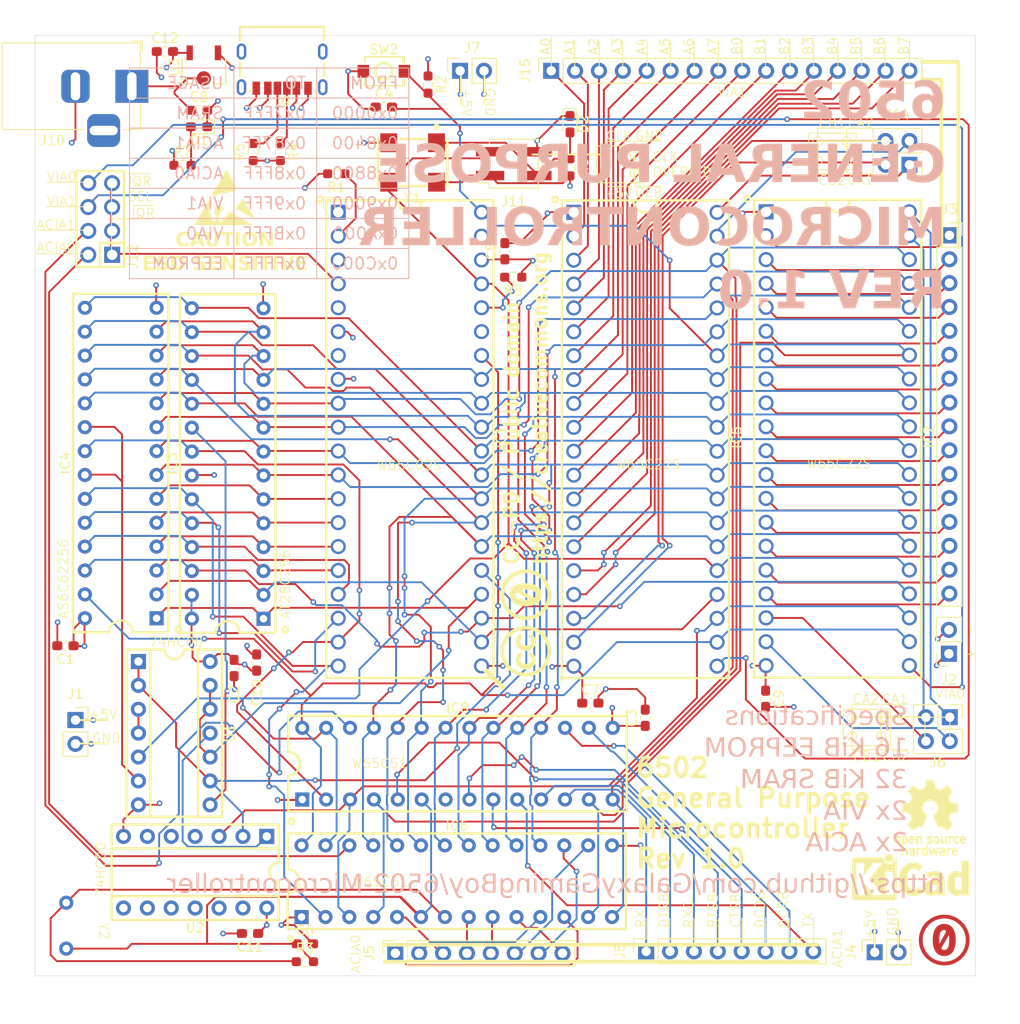
<source format=kicad_pcb>
(kicad_pcb (version 20241229) (generator "pcbnew") (generator_version "9.0")
  (layers (0 "F.Cu" signal) (4 "In1.Cu" power) (6 "In2.Cu" power) (2 "B.Cu" signal) (13 "F.Paste" user) (15 "B.Paste" user) (5 "F.SilkS" user "F.Silkscreen") (7 "B.SilkS" user "B.Silkscreen") (1 "F.Mask" user) (3 "B.Mask" user) (25 "Edge.Cuts" user))
  (net 0 "")
  (net 1 "GND")
  (net 2 "+5V")
  (net 3 "~{RST}")
  (net 4 "XTLI_ACIA")
  (net 5 "Net-(D1-A)")
  (net 6 "Net-(D2-A)")
  (net 7 "a11")
  (net 8 "a7")
  (net 9 "a4")
  (net 10 "d7")
  (net 11 "d6")
  (net 13 "/PWR_TGL")
  (net 16 "a13")
  (net 17 "a12")
  (net 19 "d0")
  (net 20 "a2")
  (net 21 "a5")
  (net 22 "a6")
  (net 23 "a8")
  (net 24 "d2")
  (net 25 "~{IRQ}")
  (net 26 "a3")
  (net 27 "~{RW}")
  (net 29 "d5")
  (net 30 "a10")
  (net 31 "d1")
  (net 32 "d3")
  (net 33 "a0")
  (net 34 "a15")
  (net 36 "CLK")
  (net 37 "a9")
  (net 38 "a14")
  (net 39 "d4")
  (net 40 "a1")
  (net 41 "~{IRQ}_VIA0")
  (net 42 "~{CS}_IO")
  (net 43 "~{CS}_ROM")
  (net 44 "~{CS}_SRAM")
  (net 45 "~{IRQ}_VIA1")
  (net 46 "XTLO_ACIA")
  (net 47 "~{IRQ}_ACIA0")
  (net 48 "~{IRQ}_ACIA1")
  (net 50 "Net-(J9-CC1)")
  (net 51 "Net-(J9-CC2)")
  (net 52 "Net-(U1-Pad3)")
  (net 53 "Net-(U1-Pad11)")
  (net 54 "Net-(U3-VIN)")
  (net 55 "Net-(IC1-BE)")
  (net 56 "via0-pa4")
  (net 57 "via0-pb5")
  (net 58 "via0-pb2")
  (net 59 "via0-pb0")
  (net 60 "via0-pb6")
  (net 61 "via0-pb7")
  (net 62 "via0-pb3")
  (net 63 "via0-pa2")
  (net 64 "via0-pa7")
  (net 65 "via0-pa0")
  (net 66 "via0-pa1")
  (net 67 "via0-pb1")
  (net 68 "via0-pa6")
  (net 69 "via0-pa5")
  (net 70 "via0-pa3")
  (net 71 "via0-pb4")
  (net 72 "via1-pa0")
  (net 73 "via1-pb3")
  (net 74 "via1-pa7")
  (net 75 "via1-pa3")
  (net 76 "via1-pa6")
  (net 77 "via1-pb4")
  (net 78 "via1-pa1")
  (net 79 "via1-pb1")
  (net 80 "via1-pa4")
  (net 81 "via1-pa5")
  (net 82 "via1-pb2")
  (net 83 "via1-pb5")
  (net 84 "via1-pb0")
  (net 85 "via1-pb6")
  (net 86 "via1-pa2")
  (net 87 "via1-pb7")
  (net 88 "acia0-rxc")
  (net 89 "acia0-~{dcd}")
  (net 90 "acia0-~{rts}")
  (net 91 "acia0-~{dtr}")
  (net 92 "acia0-tx")
  (net 93 "acia0-~{dsr}")
  (net 94 "acia0-~{cts}")
  (net 95 "via0-ca1")
  (net 96 "via0-cb2")
  (net 97 "via0-ca2")
  (net 98 "via0-cb1")
  (net 99 "via1-cb1")
  (net 100 "via1-ca1")
  (net 101 "via1-ca2")
  (net 102 "via1-cb2")
  (net 103 "acia0-rx")
  (net 104 "acia1-rx")
  (net 105 "acia1-tx")
  (net 106 "acia1-~{dcd}")
  (net 107 "acia1-~{rts}")
  (net 108 "acia1-~{dsr}")
  (net 109 "acia1-rxc")
  (net 110 "acia1-~{cts}")
  (net 111 "acia1-~{dtr}")
  (footprint "Capacitor_SMD:C_0603_1608Metric_Pad1.08x0.95mm_HandSolder" (layer "F.Cu") (at 110.77 63.24 90)
    (property "Reference" "C5")
    (property "Value" "0.1µF")
  )
  (footprint "Symbol:Symbol_CC-PublicDomain_CopperTop_Small" (layer "F.Cu") (at 157.5 136.5)
    (property "Reference" "REF**" (hide yes))
    (property "Value" "Symbol_CC-PublicDomain_CopperTop_Small" (hide yes))
  )
  (footprint "LCSCLib:DIP-40_L50.8-W17.8-P2.54-LS15.2-BL" (layer "F.Cu") (at 146.17 83.18 -90)
    (property "Reference" "IC2")
    (property "Value" "W65C22S6TPG-14")
  )
  (footprint "Capacitor_SMD:C_0603_1608Metric_Pad1.08x0.95mm_HandSolder" (layer "F.Cu") (at 84.37 106.99 90)
    (property "Reference" "C10")
    (property "Value" "0.1µF")
  )
  (footprint "Capacitor_SMD:C_0603_1608Metric_Pad1.08x0.95mm_HandSolder" (layer "F.Cu") (at 89.5 136.9)
    (property "Reference" "C6")
    (property "Value" "30pF")
  )
  (footprint "Resistor_SMD:R_0603_1608Metric_Pad0.98x0.95mm_HandSolder" (layer "F.Cu") (at 76.4875 54.1)
    (property "Reference" "R7")
    (property "Value" "220")
  )
  (footprint "LCSCLib:USB-C-SMD" (layer "F.Cu") (at 87.08 43.951 180)
    (property "Reference" "J9")
    (property "Value" "USB_C_Receptacle_PowerOnly_6P")
  )
  (footprint "Symbol:Symbol_CreativeCommonsPublicDomain_SilkScreenTop_Small" (layer "F.Cu") (at 113 86.775 90)
    (property "Reference" "REF**" (hide yes))
    (property "Value" "Symbol_CreativeCommonsPublicDomain_SilkScreenTop_Small" (hide yes))
  )
  (footprint "Resistor_SMD:R_0603_1608Metric_Pad0.98x0.95mm_HandSolder" (layer "F.Cu") (at 111.6625 66 180)
    (property "Reference" "R8")
    (property "Value" "3.3k")
  )
  (footprint "LCSCLib:DIP-40_L50.8-W17.8-P2.54-LS15.2-BL" (layer "F.Cu") (at 100.67 83.22 -90)
    (property "Reference" "IC1")
    (property "Value" "W65C02S6TPG-14")
  )
  (footprint "Capacitor_SMD:C_0603_1608Metric_Pad1.08x0.95mm_HandSolder" (layer "F.Cu") (at 138.5 110.8375 -90)
    (property "Reference" "C9")
    (property "Value" "0.1µF")
  )
  (footprint "LCSCLib:DIP-40_L50.8-W17.8-P2.54-LS15.2-BL" (layer "F.Cu") (at 125.72 83.24 -90)
    (property "Reference" "IC5")
    (property "Value" "W65C22S6TPG-14")
  )
  (footprint "Resistor_SMD:R_0603_1608Metric_Pad0.98x0.95mm_HandSolder" (layer "F.Cu") (at 102.6 45.5125 -90)
    (property "Reference" "R2")
    (property "Value" "1k")
  )
  (footprint "Capacitor_SMD:C_0603_1608Metric_Pad1.08x0.95mm_HandSolder" (layer "F.Cu") (at 125.7 112.8625 90)
    (property "Reference" "C3")
    (property "Value" "0.1µF")
  )
  (footprint "Capacitor_SMD:C_0603_1608Metric_Pad1.08x0.95mm_HandSolder" (layer "F.Cu") (at 119.8625 111.3)
    (property "Reference" "C7")
    (property "Value" "0.1µF")
  )
  (footprint "LCSCLib:SOT-89-3_L4.5-W2.5-P1.50-LS4.2-BR" (layer "F.Cu") (at 78.75 43.5 90)
    (property "Reference" "U3")
    (property "Value" "~")
  )
  (footprint "Connector_PinSocket_2.54mm:PinSocket_1x16_P2.54mm_Vertical" (layer "F.Cu") (at 115.7 44.05 90)
    (property "Reference" "J15")
    (property "Value" "Conn_01x16_Socket")
  )
  (footprint "Symbol:ESD-Logo_6.6x6mm_SilkScreen" (layer "F.Cu") (at 81 57.5)
    (property "Reference" "REF**" (hide yes))
    (property "Value" "ESD-Logo_6.6x6mm_SilkScreen" (hide yes))
  )
  (footprint "Symbol:KiCad-Logo_5mm_SilkScreen" (layer "F.Cu") (at 153.994302 130.317938)
    (property "Reference" "REF**" (hide yes))
    (property "Value" "KiCad-Logo_5mm_SilkScreen" (hide yes))
  )
  (footprint "Connector_PinSocket_2.54mm:PinSocket_1x02_P2.54mm_Vertical" (layer "F.Cu") (at 106.01 44.05 90)
    (property "Reference" "J7")
    (property "Value" "5V GND")
  )
  (footprint "Resistor_SMD:R_0603_1608Metric_Pad0.98x0.95mm_HandSolder" (layer "F.Cu") (at 92.8375 55 180)
    (property "Reference" "R1")
    (property "Value" "3.3k")
  )
  (footprint "Capacitor_SMD:C_0603_1608Metric_Pad1.08x0.95mm_HandSolder" (layer "F.Cu") (at 74.6125 42)
    (property "Reference" "C12")
    (property "Value" "10uF")
  )
  (footprint "LCSCLib:OSC-SMD_4P-L7.0-W5.0-BL-2" (layer "F.Cu") (at 100.96 53.8 180)
    (property "Reference" "Y1")
    (property "Value" "4MHz")
  )
  (footprint "LED_SMD:LED_0603_1608Metric_Pad1.05x0.95mm_HandSolder" (layer "F.Cu") (at 117.7 49.725 -90)
    (property "Reference" "D2")
    (property "Value" "LED")
  )
  (footprint "LCSCLib:DIP-28_L35.6-W10.2-P2.54-LS7.6-BL-A" (layer "F.Cu") (at 105.735 117.74)
    (property "Reference" "IC8")
    (property "Value" "W65C51N6TPG-14")
  )
  (footprint "Connector_PinSocket_2.54mm:PinSocket_1x02_P2.54mm_Vertical" (layer "F.Cu") (at 65.1 113.1)
    (property "Reference" "J1")
    (property "Value" "5V GND")
  )
  (footprint "LCSCLib:DIP-14_L17.8-W10.2-P2.54-BL" (layer "F.Cu") (at 75.61 114.495 -90)
    (property "Reference" "U1")
    (property "Value" "74HCT00")
  )
  (footprint "Resistor_SMD:R_0603_1608Metric_Pad0.98x0.95mm_HandSolder" (layer "F.Cu") (at 84 52.6875 90)
    (property "Reference" "R5")
    (property "Value" "5.1k")
  )
  (footprint "Capacitor_SMD:C_0603_1608Metric_Pad1.08x0.95mm_HandSolder" (layer "F.Cu") (at 97.9 47.9)
    (property "Reference" "C4")
    (property "Value" "0.1µF")
  )
  (footprint "Capacitor_SMD:C_0603_1608Metric_Pad1.08x0.95mm_HandSolder" (layer "F.Cu") (at 78.25 48.25)
    (property "Reference" "C8")
    (property "Value" "10uF")
  )
  (footprint "LCSCLib:DIP-28_L35.6-W10.2-P2.54-LS7.6-BL-A" (layer "F.Cu") (at 105.66 130.24)
    (property "Reference" "IC6")
    (property "Value" "W65C51N6TPG-14")
  )
  (footprint "Connector_PinSocket_2.54mm:PinSocket_2x02_P2.54mm_Vertical" (layer "F.Cu") (at 153.8 54.05 -90)
    (property "Reference" "J14")
    (property "Value" "VIA1_IRQB")
  )
  (footprint "Connector_PinSocket_2.54mm:PinSocket_1x02_P2.54mm_Vertical" (layer "F.Cu") (at 150.1 137.8 90)
    (property "Reference" "J4")
    (property "Value" "5V GND")
  )
  (footprint "LCSCLib:SW-SMD_L3.9-W3.0-P4.45" (layer "F.Cu") (at 97.9 44.1)
    (property "Reference" "SW2")
    (property "Value" "SW_Push")
  )
  (footprint "LCSCLib:HDR-TH_8P-P2.54-V-M-R2-C4-S2.54" (layer "F.Cu") (at 67.73 59.81 90)
    (property "Reference" "J12")
    (property "Value" "~{IRQ}_SW")
  )
  (footprint "LCSCLib:DIP-14_L17.8-W10.2-P2.54-BL" (layer "F.Cu") (at 77.83 129.285 180)
    (property "Reference" "U2")
    (property "Value" "74HCT00")
  )
  (footprint "LED_SMD:LED_0603_1608Metric_Pad1.05x0.95mm_HandSolder" (layer "F.Cu") (at 78.25 50 180)
    (property "Reference" "D1")
    (property "Value" "LED")
  )
  (footprint "Connector_PinSocket_2.54mm:PinSocket_1x08_P2.54mm_Vertical" (layer "F.Cu") (at 99.12 137.9 90)
    (property "Reference" "J5")
    (property "Value" "Conn_01x08_Socket")
  )
  (footprint "LCSCLib:DIP-28_L35.6-W10.2-P2.54-LS7.6-BL-A" (layer "F.Cu") (at 69.915 85.765 90)
    (property "Reference" "IC4")
    (property "Value" "AS6C62256-55PCN")
  )
  (footprint "Connector_PinSocket_2.54mm:PinSocket_2x02_P2.54mm_Vertical" (layer "F.Cu") (at 158.09 112.8)
    (property "Reference" "J6")
    (property "Value" "VIA0_IRQB")
  )
  (footprint "Capacitor_SMD:C_0603_1608Metric_Pad1.08x0.95mm_HandSolder" (layer "F.Cu") (at 64.0375 105.2 180)
    (property "Reference" "C1")
    (property "Value" "0.1µF")
  )
  (footprint "Crystal:MP018B" (layer "F.Cu") (at 64.12 135.03 -90)
    (property "Reference" "Y2")
    (property "Value" "1.8432 MHz")
  )
  (footprint "Resistor_SMD:R_0603_1608Metric_Pad0.98x0.95mm_HandSolder" (layer "F.Cu") (at 86.9 52.6875 -90)
    (property "Reference" "R4")
    (property "Value" "5.1k")
  )
  (footprint "Connector_PinSocket_2.54mm:PinSocket_1x08_P2.54mm_Vertical" (layer "F.Cu") (at 125.8 137.7 90)
    (property "Reference" "J8")
    (property "Value" "Conn_01x08_Socket")
  )
  (footprint "Capacitor_SMD:C_0603_1608Metric_Pad1.08x0.95mm_HandSolder" (layer "F.Cu") (at 83.6625 135.8 180)
    (property "Reference" "C11")
    (property "Value" "0.1µF")
  )
  (footprint "Connector_PinSocket_2.54mm:PinSocket_1x16_P2.54mm_Vertical" (layer "F.Cu") (at 158.05 61.55)
    (property "Reference" "J3")
    (property "Value" "Conn_01x16_Socket")
  )
  (footprint "Resistor_SMD:R_0603_1608Metric_Pad0.98x0.95mm_HandSolder" (layer "F.Cu") (at 117.7 54.3125 -90)
    (property "Reference" "R6")
    (property "Value" "1k")
  )
  (footprint "Capacitor_SMD:C_0603_1608Metric_Pad1.08x0.95mm_HandSolder" (layer "F.Cu") (at 81.97 107.5625 -90)
    (property "Reference" "C2")
    (property "Value" "0.1µF")
  )
  (footprint "Connector_BarrelJack:BarrelJack_Horizontal" (layer "F.Cu") (at 71.1 45.7)
    (property "Reference" "J10")
    (property "Value" "Barrel_Jack")
  )
  (footprint "Connector_PinSocket_2.54mm:PinSocket_1x02_P2.54mm_Vertical" (layer "F.Cu") (at 158 106.05 180)
    (property "Reference" "J2")
    (property "Value" "5V GND")
  )
  (footprint "Connector_PinSocket_2.54mm:PinSocket_2x02_P2.54mm_Vertical_SMD" (layer "F.Cu") (at 111.72 53.93 180)
    (property "Reference" "J11")
    (property "Value" "Conn_02x02_Counter_Clockwise")
  )
  (footprint "Symbol:OSHW-Logo_7.5x8mm_SilkScreen" (layer "F.Cu") (at 156 123.5)
    (property "Reference" "REF**" (hide yes))
    (property "Value" "OSHW-Logo_7.5x8mm_SilkScreen" (hide yes))
  )
  (footprint "LCSCLib:DIP-28_L35.6-W10.2-P2.54-LS7.6-BL-A" (layer "F.Cu") (at 81.29 85.815 90)
    (property "Reference" "IC3")
    (property "Value" "AT28HC256E-90SU")
  )
  (footprint "Resistor_SMD:R_0603_1608Metric_Pad0.98x0.95mm_HandSolder" (layer "F.Cu") (at 89.5 138.8)
    (property "Reference" "R3")
    (property "Value" "1M")
  )
  (gr_line (start 125.8 136.37) (end 125.8 134.2) (stroke (width 0.1)) (layer "F.SilkS"))
  (gr_line (start 130.9 44) (end 130.9 40.9) (stroke (width 0.1)) (layer "F.SilkS"))
  (gr_line (start 120.8 44) (end 120.8 40.9) (stroke (width 0.1)) (layer "F.SilkS"))
  (gr_rect (start 120.5 52.05) (end 125.55 55.95) (stroke (width 0.1)) (fill no) (layer "F.SilkS"))
  (gr_line (start 117 108.85) (end 116.65 108.85) (stroke (width 0.1)) (layer "F.SilkS"))
  (gr_line (start 147.7 112.85) (end 147.7 111.45) (stroke (width 0.1)) (layer "F.SilkS"))
  (gr_line (start 152.6 137.8) (end 152.6 134.4) (stroke (width 0.2)) (layer "F.SilkS"))
  (gr_line (start 66.4 55.9) (end 62 55.9) (stroke (width 0.1)) (layer "F.SilkS"))
  (gr_line (start 121.45 56.35) (end 124.25 56.35) (stroke (width 0.1)) (layer "F.SilkS"))
  (gr_line (start 160.3 105.7) (end 160.3 106.1) (stroke (width 0.1)) (layer "F.SilkS"))
  (gr_line (start 150.8 112.8) (end 150.8 114.85) (stroke (width 0.2)) (layer "F.SilkS"))
  (gr_line (start 160.3 106.1) (end 160.3 105.7) (stroke (width 0.1)) (layer "F.SilkS"))
  (gr_line (start 128.4 44) (end 128.4 40.9) (stroke (width 0.1)) (layer "F.SilkS"))
  (gr_circle (center 147.7 114.85) (end 147.7 115.35) (stroke (width 0.1)) (fill no) (layer "F.SilkS"))
  (gr_line (start 65.1 113.1) (end 68.5 113.1) (stroke (width 0.2)) (layer "F.SilkS"))
  (gr_circle (center 150.8 114.85) (end 150.8 114.35) (stroke (width 0.1)) (fill no) (layer "F.SilkS"))
  (gr_line (start 108.25 107.35) (end 110.55 109.65) (stroke (width 0.5)) (layer "F.SilkS"))
  (gr_line (start 123.3 44) (end 123.3 40.9) (stroke (width 0.1)) (layer "F.SilkS"))
  (gr_line (start 116.65 108.85) (end 116.65 108.45) (stroke (width 0.1)) (layer "F.SilkS"))
  (gr_line (start 121.5 52.95) (end 113.7 52.95) (stroke (width 0.2)) (layer "F.SilkS"))
  (gr_line (start 147.7 116.25) (end 150.5 116.25) (stroke (width 0.1)) (layer "F.SilkS"))
  (gr_circle (center 147.13 51.58) (end 147.13 52.08) (stroke (width 0.1)) (fill no) (layer "F.SilkS"))
  (gr_line (start 121.45 52.95) (end 121.45 51.55) (stroke (width 0.1)) (layer "F.SilkS"))
  (gr_line (start 160.3 106.1) (end 160.3 106.5) (stroke (width 0.1)) (layer "F.SilkS"))
  (gr_line (start 155.13 45) (end 157.2 45) (stroke (width 0.4)) (layer "F.SilkS"))
  (gr_line (start 60.9 63.5) (end 62 63.5) (stroke (width 0.1)) (layer "F.SilkS"))
  (gr_line (start 108.6 47.500002) (end 108.6 44.100002) (stroke (width 0.2)) (layer "F.SilkS"))
  (gr_line (start 144.03 54.98) (end 146.83 54.98) (stroke (width 0.1)) (layer "F.SilkS"))
  (gr_line (start 144.03 50.18) (end 146.83 50.18) (stroke (width 0.1)) (layer "F.SilkS"))
  (gr_line (start 141 137.6) (end 141 134.2) (stroke (width 0.1)) (layer "F.SilkS"))
  (gr_circle (center 144.03 51.58) (end 144.53 51.58) (stroke (width 0.1)) (fill no) (layer "F.SilkS"))
  (gr_line (start 128.3 137.7) (end 128.3 134.2) (stroke (width 0.1)) (layer "F.SilkS"))
  (gr_line (start 157.2 45) (end 157.2 62.71) (stroke (width 0.4)) (layer "F.SilkS"))
  (gr_line (start 143.6 44) (end 143.6 40.9) (stroke (width 0.1)) (layer "F.SilkS"))
  (gr_line (start 158.12 112.8) (end 155.4 112.8) (stroke (width 0.1)) (layer "F.SilkS"))
  (gr_circle (center 147.13 53.58) (end 147.13 53.08) (stroke (width 0.1)) (fill no) (layer "F.SilkS"))
  (gr_line (start 116.65 108.45) (end 116.65 108.85) (stroke (width 0.1)) (layer "F.SilkS"))
  (gr_line (start 138.5 44) (end 138.5 40.9) (stroke (width 0.1)) (layer "F.SilkS"))
  (gr_line (start 160.3 106.1) (end 160.7 106.1) (stroke (width 0.1)) (layer "F.SilkS"))
  (gr_line (start 147.13 51.58) (end 147.13 50.18) (stroke (width 0.1)) (layer "F.SilkS"))
  (gr_line (start 147.7 112.85) (end 147.7 114.85) (stroke (width 0.2)) (layer "F.SilkS"))
  (gr_line (start 147.7 111.45) (end 150.5 111.45) (stroke (width 0.1)) (layer "F.SilkS"))
  (gr_line (start 143.6 137.7) (end 143.6 134.1) (stroke (width 0.1)) (layer "F.SilkS"))
  (gr_line (start 147.13 51.53) (end 147.13 53.58) (stroke (width 0.2)) (layer "F.SilkS"))
  (gr_line (start 91.5 58.75) (end 91.5 57.5) (stroke (width 0.1)) (layer "F.SilkS"))
  (gr_line (start 150.8 116.25) (end 150.8 114.85) (stroke (width 0.1)) (layer "F.SilkS"))
  (gr_line (start 115.7 40.9) (end 115.7 40.6) (stroke (width 0.1)) (layer "F.SilkS"))
  (gr_line (start 147.13 50.18) (end 149.93 50.18) (stroke (width 0.1)) (layer "F.SilkS"))
  (gr_line (start 124.55 56.35) (end 124.55 54.95) (stroke (width 0.1)) (layer "F.SilkS"))
  (gr_circle (center 147.7 112.85) (end 148.2 112.85) (stroke (width 0.1)) (fill no) (layer "F.SilkS"))
  (gr_line (start 124.55 56.35) (end 127.35 56.35) (stroke (width 0.1)) (layer "F.SilkS"))
  (gr_line (start 130.9 137.7) (end 130.9 134.2) (stroke (width 0.1)) (layer "F.SilkS"))
  (gr_line (start 158.1 115.4) (end 158.1 112.8) (stroke (width 0.1)) (layer "F.SilkS"))
  (gr_circle (center 121.45 52.95) (end 121.95 52.95) (stroke (width 0.1)) (fill no) (layer "F.SilkS"))
  (gr_line (start 133.5 44) (end 133.5 40.9) (stroke (width 0.1)) (layer "F.SilkS"))
  (gr_line (start 160.3 103.9) (end 160.3 103.1) (stroke (width 0.1)) (layer "F.SilkS"))
  (gr_line (start 121.45 51.55) (end 124.25 51.55) (stroke (width 0.1)) (layer "F.SilkS"))
  (gr_line (start 147.7 114.85) (end 147.7 116.25) (stroke (width 0.1)) (layer "F.SilkS"))
  (gr_line (start 144.03 53.58) (end 144.03 54.98) (stroke (width 0.1)) (layer "F.SilkS"))
  (gr_line (start 147.13 54.98) (end 149.93 54.98) (stroke (width 0.1)) (layer "F.SilkS"))
  (gr_line (start 98 137) (end 144 137) (stroke (width 0.4)) (layer "F.SilkS"))
  (gr_line (start 141.1 44) (end 141.1 40.9) (stroke (width 0.1)) (layer "F.SilkS"))
  (gr_circle (center 144.03 53.58) (end 144.03 54.08) (stroke (width 0.1)) (fill no) (layer "F.SilkS"))
  (gr_rect (start 143.08 50.68) (end 148.13 54.58) (stroke (width 0.1)) (fill no) (layer "F.SilkS"))
  (gr_line (start 150.1 137.8) (end 150.1 134.4) (stroke (width 0.2)) (layer "F.SilkS"))
  (gr_line (start 159.9 106.1) (end 160.3 106.1) (stroke (width 0.1)) (layer "F.SilkS"))
  (gr_line (start 68.93 59.8) (end 73 59.8) (stroke (width 0.1)) (layer "F.SilkS"))
  (gr_line (start 136 44) (end 136 40.9) (stroke (width 0.1)) (layer "F.SilkS"))
  (gr_circle (center 121.45 54.95) (end 121.45 55.45) (stroke (width 0.1)) (fill no) (layer "F.SilkS"))
  (gr_line (start 155.4 112.8) (end 155.5 112.8) (stroke (width 0.1)) (layer "F.SilkS"))
  (gr_line (start 62 61) (end 60.9 61) (stroke (width 0.1)) (layer "F.SilkS"))
  (gr_rect (start 146.75 111.95) (end 151.8 115.85) (stroke (width 0.1)) (fill no) (layer "F.SilkS"))
  (gr_line (start 148.7 44) (end 148.7 40.9) (stroke (width 0.1)) (layer "F.SilkS"))
  (gr_line (start 121.45 54.95) (end 121.45 56.35) (stroke (width 0.1)) (layer "F.SilkS"))
  (gr_line (start 153.8 44) (end 153.8 40.9) (stroke (width 0.1)) (layer "F.SilkS"))
  (gr_circle (center 124.55 54.95) (end 124.55 54.45) (stroke (width 0.1)) (fill no) (layer "F.SilkS"))
  (gr_line (start 144.03 51.58) (end 144.03 50.18) (stroke (width 0.1)) (layer "F.SilkS"))
  (gr_line (start 147.13 54.98) (end 147.13 53.58) (stroke (width 0.1)) (layer "F.SilkS"))
  (gr_circle (center 124.55 52.95) (end 124.55 53.45) (stroke (width 0.1)) (fill no) (layer "F.SilkS"))
  (gr_line (start 151.2 44) (end 151.2 40.9) (stroke (width 0.1)) (layer "F.SilkS"))
  (gr_line (start 155.5 112.8) (end 147.7 112.8) (stroke (width 0.2)) (layer "F.SilkS"))
  (gr_line (start 98 138.8) (end 144 138.8) (stroke (width 0.4)) (layer "F.SilkS"))
  (gr_line (start 150.8 112.85) (end 150.8 111.45) (stroke (width 0.1)) (layer "F.SilkS"))
  (gr_line (start 138.5 137.6) (end 138.5 134.2) (stroke (width 0.1)) (layer "F.SilkS"))
  (gr_line (start 146.2 44) (end 146.2 40.9) (stroke (width 0.1)) (layer "F.SilkS"))
  (gr_line (start 150.8 116.25) (end 153.6 116.25) (stroke (width 0.1)) (layer "F.SilkS"))
  (gr_line (start 65.1 115.6) (end 68.5 115.6) (stroke (width 0.2)) (layer "F.SilkS"))
  (gr_line (start 115.7 44) (end 115.7 40.9) (stroke (width 0.1)) (layer "F.SilkS"))
  (gr_line (start 159 43.1) (end 159 62.82) (stroke (width 0.4)) (layer "F.SilkS"))
  (gr_line (start 151.83 51.53) (end 144.03 51.53) (stroke (width 0.2)) (layer "F.SilkS"))
  (gr_line (start 144.03 51.58) (end 144.03 53.58) (stroke (width 0.2)) (layer "F.SilkS"))
  (gr_line (start 136 137.6) (end 136 134.2) (stroke (width 0.1)) (layer "F.SilkS"))
  (gr_line (start 125.9 44) (end 125.9 40.9) (stroke (width 0.1)) (layer "F.SilkS"))
  (gr_line (start 124.55 52.95) (end 124.55 51.55) (stroke (width 0.1)) (layer "F.SilkS"))
  (gr_line (start 62 63.5) (end 66.4 63.5) (stroke (width 0.1)) (layer "F.SilkS"))
  (gr_line (start 68.93 56) (end 68.93 63.6) (stroke (width 0.1)) (layer "F.SilkS"))
  (gr_line (start 118.2 44) (end 118.2 40.9) (stroke (width 0.1)) (layer "F.SilkS"))
  (gr_line (start 62 58.5) (end 66.4 58.5) (stroke (width 0.1)) (layer "F.SilkS"))
  (gr_line (start 133.5 137.7) (end 133.5 134.2) (stroke (width 0.1)) (layer "F.SilkS"))
  (gr_line (start 155.13 43.1) (end 159 43.1) (stroke (width 0.4)) (layer "F.SilkS"))
  (gr_line (start 124.55 51.55) (end 127.35 51.55) (stroke (width 0.1)) (layer "F.SilkS"))
  (gr_line (start 150.8 111.45) (end 153.6 111.45) (stroke (width 0.1)) (layer "F.SilkS"))
  (gr_line (start 155.45 112.8) (end 155.45 115.4) (stroke (width 0.1)) (layer "F.SilkS"))
  (gr_line (start 124.55 52.9) (end 124.55 54.95) (stroke (width 0.2)) (layer "F.SilkS"))
  (gr_line (start 91.5 57.5) (end 92.75 57.5) (stroke (width 0.1)) (layer "F.SilkS"))
  (gr_line (start 66.4 61) (end 62 61) (stroke (width 0.1)) (layer "F.SilkS"))
  (gr_line (start 106.1 47.500002) (end 106.1 44.100002) (stroke (width 0.2)) (layer "F.SilkS"))
  (gr_line (start 160.3 103.5) (end 160.3 103.9) (stroke (width 0.1)) (layer "F.SilkS"))
  (gr_line (start 160.7 106.1) (end 160.3 106.1) (stroke (width 0.1)) (layer "F.SilkS"))
  (gr_line (start 121.45 52.95) (end 121.45 54.95) (stroke (width 0.2)) (layer "F.SilkS"))
  (gr_circle (center 150.8 112.85) (end 150.8 113.35) (stroke (width 0.1)) (fill no) (layer "F.SilkS"))
  (gr_rect (start 60.8 40.3) (end 160.8 140.3) (stroke (width 0.05)) (fill no) (layer "Edge.Cuts"))
  (gr_text "A6" (at 130.9 42.45 90) (layer "F.SilkS") (effects (font (size 1 1) (thickness 0.125)) (justify left bottom)))
  (gr_text "B3" (at 143.6 42.45 90) (layer "F.SilkS") (effects (font (size 1 1) (thickness 0.125)) (justify left bottom)))
  (gr_text "B4" (at 146.2 42.45 90) (layer "F.SilkS") (effects (font (size 1 1) (thickness 0.125)) (justify left bottom)))
  (gr_text "A2" (at 120.8 42.45 90) (layer "F.SilkS") (effects (font (size 1 1) (thickness 0.125)) (justify left bottom)))
  (gr_text "GND" (at 124.55 51.55 0) (layer "F.SilkS") (effects (font (size 1 1) (thickness 0.1)) (justify left bottom)))
  (gr_text "TX" (at 143.6 135.3 90) (layer "F.SilkS") (effects (font (size 1 1) (thickness 0.1)) (justify left bottom)))
  (gr_text "GND" (at 152.6 136.1 90) (layer "F.SilkS") (effects (font (size 1 1) (thickness 0.1)) (justify left bottom)))
  (gr_text "ACIA1" (at 60.9 61 0) (layer "F.SilkS") (effects (font (size 1 1) (thickness 0.1)) (justify left bottom)))
  (gr_text "B7" (at 153.8 42.45 90) (layer "F.SilkS") (effects (font (size 1 1) (thickness 0.125)) (justify left bottom)))
  (gr_text "CA1" (at 147.13 56.23 0) (layer "F.SilkS") (effects (font (size 1 1) (thickness 0.1)) (justify left bottom)))
  (gr_text "ACIA1" (at 146.7 139.5 90) (layer "F.SilkS") (effects (font (size 1 1) (thickness 0.1)) (justify left bottom)))
  (gr_text "OEB" (at 124.55 57.6 0) (layer "F.SilkS") (effects (font (size 1 1) (thickness 0.1)) (justify left bottom)))
  (gr_text "A4" (at 125.9 42.45 90) (layer "F.SilkS") (effects (font (size 1 1) (thickness 0.125)) (justify left bottom)))
  (gr_text "VIA1" (at 62 58.5 0) (layer "F.SilkS") (effects (font (size 1 1) (thickness 0.1)) (justify left bottom)))
  (gr_text "74HC00" (at 72.8 105.4 0) (layer "F.SilkS") (effects (font (size 1 1) (thickness 0.1)) (justify left bottom)))
  (gr_text "W65C22S" (at 142.8 86.4 0) (layer "F.SilkS") (effects (font (size 1 1) (thickness 0.1)) (justify left bottom)))
  (gr_text "CAUTION\nESD SENSITIVE" (at 81 65.5 0) (layer "F.SilkS") (effects (font (size 1.5 1.5) (thickness 0.2) (bold yes)) (justify bottom)))
  (gr_text "W65C02S" (at 97.1 86.6 0) (layer "F.SilkS") (effects (font (size 1 1) (thickness 0.1)) (justify left bottom)))
  (gr_text "B2" (at 141.1 42.45 90) (layer "F.SilkS") (effects (font (size 1 1) (thickness 0.125)) (justify left bottom)))
  (gr_text "VIA0" (at 156.5 110.9 0) (layer "F.SilkS") (effects (font (size 1 1) (thickness 0.1)) (justify left bottom)))
  (gr_text "CTSB" (at 135.9 135.3 90) (layer "F.SilkS") (effects (font (size 1 1) (thickness 0.1)) (justify left bottom)))
  (gr_text "A0" (at 115.7 42.45 90) (layer "F.SilkS") (effects (font (size 1 1) (thickness 0.125)) (justify left bottom)))
  (gr_text "RTSB" (at 133.5 135.285 90) (layer "F.SilkS") (effects (font (size 1 1) (thickness 0.1)) (justify left bottom)))
  (gr_text "DTRB" (at 128.3 135.285 90) (layer "F.SilkS") (effects (font (size 1 1) (thickness 0.1)) (justify left bottom)))
  (gr_text "6502\nGeneral Purpose\nMicrocontroller\nRev 1.0" (at 124.5 129 0) (layer "F.SilkS") (effects (font (size 2 2) (thickness 0.4) (bold yes)) (justify left bottom)))
  (gr_text "B0" (at 136 42.45 90) (layer "F.SilkS") (effects (font (size 1 1) (thickness 0.125)) (justify left bottom)))
  (gr_text "A1" (at 118.2 42.45 90) (layer "F.SilkS") (effects (font (size 1 1) (thickness 0.125)) (justify left bottom)))
  (gr_text "~{IQR}\nSEL" (at 70.6 58 0) (layer "F.SilkS") (effects (font (size 1 1) (thickness 0.1)) (justify left bottom)))
  (gr_text "VIA0" (at 62 55.9 0) (layer "F.SilkS") (effects (font (size 1 1) (thickness 0.1)) (justify left bottom)))
  (gr_text "ACIA0" (at 60.9 63.4 0) (layer "F.SilkS") (effects (font (size 1 1) (thickness 0.1)) (justify left bottom)))
  (gr_text "+5V" (at 150.1 136.47 90) (layer "F.SilkS") (effects (font (size 1 1) (thickness 0.1)) (justify left bottom)))
  (gr_text "GND" (at 108.6 45.800002 270) (layer "F.SilkS") (effects (font (size 1 1) (thickness 0.1)) (justify left bottom)))
  (gr_text "B5" (at 148.7 42.45 90) (layer "F.SilkS") (effects (font (size 1 1) (thickness 0.125)) (justify left bottom)))
  (gr_text "W65C51" (at 94.5 130.9 0) (layer "F.SilkS") (effects (font (size 1 1) (thickness 0.1)) (justify left bottom)))
  (gr_text "A5" (at 128.4 42.45 90) (layer "F.SilkS") (effects (font (size 1 1) (thickness 0.125)) (justify left bottom)))
  (gr_text "VIA1" (at 133.3 46.9 0) (layer "F.SilkS") (effects (font (size 1 1) (thickness 0.1)) (justify left bottom)))
  (gr_text "CA2" (at 147.13 50.18 0) (layer "F.SilkS") (effects (font (size 1 1) (thickness 0.1)) (justify left bottom)))
  (gr_text "CB1" (at 147.7 117.55 0) (layer "F.SilkS") (effects (font (size 1 1) (thickness 0.1)) (justify left bottom)))
  (gr_text "DCRB" (at 141 135.3 90) (layer "F.SilkS") (effects (font (size 1 1) (thickness 0.1)) (justify left bottom)))
  (gr_text "DCDB" (at 138.5 135.3 90) (layer "F.SilkS") (effects (font (size 1 1) (thickness 0.1)) (justify left bottom)))
  (gr_text "CLK" (at 121.45 51.55 0) (layer "F.SilkS") (effects (font (size 1 1) (thickness 0.1)) (justify left bottom)))
  (gr_text "CLK\nOVERRIDE" (at 126.4 55.4 0) (layer "F.SilkS") (effects (font (size 1 1) (thickness 0.1)) (justify left bottom)))
  (gr_text "RX" (at 125.8 135.285 90) (layer "F.SilkS") (effects (font (size 1 1) (thickness 0.1)) (justify left bottom)))
  (gr_text "W65C22S" (at 122.5 86.5 0) (layer "F.SilkS") (effects (font (size 1 1) (thickness 0.1)) (justify left bottom)))
  (gr_text "RXC" (at 130.9 135.285 90) (layer "F.SilkS") (effects (font (size 1 1) (thickness 0.1)) (justify left bottom)))
  (gr_text "74HC00" (at 68.4 132 90) (layer "F.SilkS") (effects (font (size 1 1) (thickness 0.1)) (justify left bottom)))
  (gr_text "AT28C256" (at 88 102.4 90) (layer "F.SilkS") (effects (font (size 1 1) (thickness 0.1)) (justify left bottom)))
  (gr_text "CA2" (at 147.7 111.45 0) (layer "F.SilkS") (effects (font (size 1 1) (thickness 0.1)) (justify left bottom)))
  (gr_text "B6" (at 151.2 42.45 90) (layer "F.SilkS") (effects (font (size 1 1) (thickness 0.125)) (justify left bottom)))
  (gr_text "~{IQR}" (at 70.965 59.8 0) (layer "F.SilkS") (effects (font (size 1 1) (thickness 0.1)) (justify left bottom)))
  (gr_text "CB1" (at 144.03 50.18 0) (layer "F.SilkS") (effects (font (size 1 1) (thickness 0.1)) (justify left bottom)))
  (gr_text "CB2" (at 144.03 56.28 0) (layer "F.SilkS") (effects (font (size 1 1) (thickness 0.1)) (justify left bottom)))
  (gr_text "+5V" (at 106.1 45.800002 270) (layer "F.SilkS") (effects (font (size 1 1) (thickness 0.1)) (justify left bottom)))
  (gr_text "ACIA0" (at 95.5 140.1 90) (layer "F.SilkS") (effects (font (size 1 1) (thickness 0.1)) (justify left bottom)))
  (gr_text "CA1" (at 150.8 111.45 0) (layer "F.SilkS") (effects (font (size 1 1) (thickness 0.1)) (justify left bottom)))
  (gr_text "A7" (at 133.5 42.45 90) (layer "F.SilkS") (effects (font (size 1 1) (thickness 0.125)) (justify left bottom)))
  (gr_text "A3" (at 123.3 42.45 90) (layer "F.SilkS") (effects (font (size 1 1) (thickness 0.125)) (justify left bottom)))
  (gr_text "+5V" (at 66.43 113.1 0) (layer "F.SilkS") (effects (font (size 1 1) (thickness 0.1)) (justify left bottom)))
  (gr_text "GND" (at 66.8 115.6 0) (layer "F.SilkS") (effects (font (size 1 1) (thickness 0.1)) (justify left bottom)))
  (gr_text "B1" (at 138.5 42.45 90) (layer "F.SilkS") (effects (font (size 1 1) (thickness 0.125)) (justify left bottom)))
  (gr_text "CB2" (at 150.8 117.5 0) (layer "F.SilkS") (effects (font (size 1 1) (thickness 0.1)) (justify left bottom)))
  (gr_text "W65C51" (at 94.4 118.3 0) (layer "F.SilkS") (effects (font (size 1 1) (thickness 0.1)) (justify left bottom)))
  (gr_text "AS6C62256" (at 64.4 102.4 90) (layer "F.SilkS") (effects (font (size 1 1) (thickness 0.1)) (justify left bottom)))
  (gr_text "+5V" (at 121.2 57.65 0) (layer "F.SilkS") (effects (font (size 1 1) (thickness 0.1)) (justify left bottom)))
  (gr_text "6502\nGENERAL PURPOSE \nMICROCONTROLLER\nREV 1.0" (at 157.7 70 0) (layer "B.SilkS") (effects (font (size 4 4) (thickness 0.2) (bold yes)) (justify left bottom mirror)))
  (gr_text "https://github.com/GalaxyGamingBoy/6502-Microcontroller" (at 157.5 131.8 0) (layer "B.SilkS") (effects (font (size 2 2) (thickness 0.1)) (justify left bottom mirror)))
  (gr_text "Specifications\n16 KiB EEPROM\n32 KiB SRAM\n2x VIA\n2x ACIA" (at 153.6 127.4 0) (layer "B.SilkS") (effects (font (size 2 2) (thickness 0.1)) (justify left bottom mirror)))
  (table (column_count 3) (layer "B.SilkS") (border (external yes) (header yes) (stroke (width 0.1))) (separators (rows yes) (cols yes) (stroke (width 0.1))) (column_widths 11.1 8.8 9.8) (row_heights 3.2 3.2 3.2 3.2 3.2 3.2 3.2) (cells (table_cell "USAGE" (start 70.85 43.75) (end 81.95 46.95) (margins 1.0025 1.0025 1.0025 1.0025) (span 1 1) (layer "B.SilkS") (effects (font (size 1.27 1.27)) (justify left mirror))) (table_cell "TO" (start 81.95 43.75) (end 90.75 46.95) (margins 1.0025 1.0025 1.0025 1.0025) (span 1 1) (layer "B.SilkS") (effects (font (size 1.27 1.27)) (justify left mirror))) (table_cell "FROM" (start 90.75 43.75) (end 100.55 46.95) (margins 1.0025 1.0025 1.0025 1.0025) (span 1 1) (layer "B.SilkS") (effects (font (size 1.27 1.27)) (justify left mirror))) (table_cell "SRAM" (start 70.85 46.95) (end 81.95 50.15) (margins 1.0025 1.0025 1.0025 1.0025) (span 1 1) (layer "B.SilkS") (effects (font (size 1.27 1.27)) (justify left mirror))) (table_cell "0x7FFF" (start 81.95 46.95) (end 90.75 50.15) (margins 1.0025 1.0025 1.0025 1.0025) (span 1 1) (layer "B.SilkS") (effects (font (size 1.27 1.27)) (justify left mirror))) (table_cell "0x0000" (start 90.75 46.95) (end 100.55 50.15) (margins 1.0025 1.0025 1.0025 1.0025) (span 1 1) (layer "B.SilkS") (effects (font (size 1.27 1.27)) (justify left mirror))) (table_cell "ACIA1" (start 70.85 50.15) (end 81.95 53.35) (margins 1.0025 1.0025 1.0025 1.0025) (span 1 1) (layer "B.SilkS") (effects (font (size 1.27 1.27)) (justify left mirror))) (table_cell "0x87FF" (start 81.95 50.15) (end 90.75 53.35) (margins 1.0025 1.0025 1.0025 1.0025) (span 1 1) (layer "B.SilkS") (effects (font (size 1.27 1.27)) (justify left mirror))) (table_cell "0x8400" (start 90.75 50.15) (end 100.55 53.35) (margins 1.0025 1.0025 1.0025 1.0025) (span 1 1) (layer "B.SilkS") (effects (font (size 1.27 1.27)) (justify left mirror))) (table_cell "ACIA0" (start 70.85 53.35) (end 81.95 56.55) (margins 1.0025 1.0025 1.0025 1.0025) (span 1 1) (layer "B.SilkS") (effects (font (size 1.27 1.27)) (justify left mirror))) (table_cell "0x8FFF" (start 81.95 53.35) (end 90.75 56.55) (margins 1.0025 1.0025 1.0025 1.0025) (span 1 1) (layer "B.SilkS") (effects (font (size 1.27 1.27)) (justify left mirror))) (table_cell "0x8800" (start 90.75 53.35) (end 100.55 56.55) (margins 1.0025 1.0025 1.0025 1.0025) (span 1 1) (layer "B.SilkS") (effects (font (size 1.27 1.27)) (justify left mirror))) (table_cell "VIA1" (start 70.85 56.55) (end 81.95 59.75) (margins 1.0025 1.0025 1.0025 1.0025) (span 1 1) (layer "B.SilkS") (effects (font (size 1.27 1.27)) (justify left mirror))) (table_cell "0x9FFF" (start 81.95 56.55) (end 90.75 59.75) (margins 1.0025 1.0025 1.0025 1.0025) (span 1 1) (layer "B.SilkS") (effects (font (size 1.27 1.27)) (justify left mirror))) (table_cell "0x9000" (start 90.75 56.55) (end 100.55 59.75) (margins 1.0025 1.0025 1.0025 1.0025) (span 1 1) (layer "B.SilkS") (effects (font (size 1.27 1.27)) (justify left mirror))) (table_cell "VIA0" (start 70.85 59.75) (end 81.95 62.95) (margins 1.0025 1.0025 1.0025 1.0025) (span 1 1) (layer "B.SilkS") (effects (font (size 1.27 1.27)) (justify left mirror))) (table_cell "0xBFFF" (start 81.95 59.75) (end 90.75 62.95) (margins 1.0025 1.0025 1.0025 1.0025) (span 1 1) (layer "B.SilkS") (effects (font (size 1.27 1.27)) (justify left mirror))) (table_cell "0xA000" (start 90.75 59.75) (end 100.55 62.95) (margins 1.0025 1.0025 1.0025 1.0025) (span 1 1) (layer "B.SilkS") (effects (font (size 1.27 1.27)) (justify left mirror))) (table_cell "EEPROM" (start 70.85 62.95) (end 81.95 66.15) (margins 1.0025 1.0025 1.0025 1.0025) (span 1 1) (layer "B.SilkS") (effects (font (size 1.27 1.27)) (justify left mirror))) (table_cell "0xFFFF" (start 81.95 62.95) (end 90.75 66.15) (margins 1.0025 1.0025 1.0025 1.0025) (span 1 1) (layer "B.SilkS") (effects (font (size 1.27 1.27)) (justify left mirror))) (table_cell "0xC000" (start 90.75 62.95) (end 100.55 66.15) (margins 1.0025 1.0025 1.0025 1.0025) (span 1 1) (layer "B.SilkS") (effects (font (size 1.27 1.27)) (justify left mirror)))))
  (segment (start 120.725 110.575) (end 121.5 109.8) (width 0.2) (layer "F.Cu") (net 1))
  (segment (start 66.76 115.64) (end 65.1 115.64) (width 0.2) (layer "F.Cu") (net 1))
  (segment (start 89.1 47.8) (end 89.83 47.07) (width 0.2) (layer "F.Cu") (net 1))
  (segment (start 156.8 104.5) (end 157.79 103.51) (width 0.2) (layer "F.Cu") (net 1))
  (segment (start 73.75 44.25) (end 74.25 44.75) (width 0.2) (layer "F.Cu") (net 1))
  (segment (start 80.25 47.25) (end 79.25 48.25) (width 0.2) (layer "F.Cu") (net 1))
  (segment (start 65.1 45.7) (end 65.1 51.3) (width 0.2) (layer "F.Cu") (net 1))
  (segment (start 138.5 111.7) (end 141.5 111.7) (width 0.2) (layer "F.Cu") (net 1))
  (segment (start 88.3625 134.9) (end 90.3625 136.9) (width 0.2) (layer "F.Cu") (net 1))
  (segment (start 83.275 105.265) (end 83.275 105.5) (width 0.2) (layer "F.Cu") (net 1))
  (segment (start 157.79 103.51) (end 157.8 103.51) (width 0.2) (layer "F.Cu") (net 1))
  (segment (start 63.175 102.725) (end 63.2 102.7) (width 0.2) (layer "F.Cu") (net 1))
  (segment (start 114.2 51.5) (end 116.85 48.85) (width 0.2) (layer "F.Cu") (net 1))
  (segment (start 81.75 43.644) (end 80.25 42.144) (width 0.2) (layer "F.Cu") (net 1))
  (segment (start 81.97 109.77) (end 82.03 109.83) (width 0.2) (layer "F.Cu") (net 1))
  (segment (start 125.7 110.7) (end 125.7 112) (width 0.2) (layer "F.Cu") (net 1))
  (segment (start 89.1 48) (end 89.1 47.8) (width 0.2) (layer "F.Cu") (net 1))
  (segment (start 124.8 109.8) (end 125.7 110.7) (width 0.2) (layer "F.Cu") (net 1))
  (segment (start 108.55 44.05) (end 108.55 46.55) (width 0.2) (layer "F.Cu") (net 1))
  (segment (start 84.33 45.9) (end 84.33 46.97) (width 0.2) (layer "F.Cu") (net 1))
  (segment (start 81.75 43.75) (end 81.75 43.644) (width 0.2) (layer "F.Cu") (net 1))
  (segment (start 86.9125 53.6125) (end 86.9 53.6) (width 0.2) (layer "F.Cu") (net 1))
  (segment (start 73.89 122.11) (end 74.05 121.95) (width 0.2) (layer "F.Cu") (net 1))
  (segment (start 77.44 87.04) (end 79.86 87.04) (width 0.2) (layer "F.Cu") (net 1))
  (segment (start 84.33 46.97) (end 83.3 48) (width 0.2) (layer "F.Cu") (net 1))
  (segment (start 112.3225 62.3775) (end 115.3 59.4) (width 0.2) (layer "F.Cu") (net 1))
  (segment (start 96.8375 48.1) (end 97.0375 47.9) (width 0.2) (layer "F.Cu") (net 1))
  (segment (start 121.5 109.8) (end 124.8 109.8) (width 0.2) (layer "F.Cu") (net 1))
  (segment (start 136.19 59.06) (end 136.05 59.2) (width 0.2) (layer "F.Cu") (net 1))
  (segment (start 114.2 51.5) (end 114.2 52.62) (width 0.2) (layer "F.Cu") (net 1))
  (segment (start 79.125 50) (end 79.1125 49.9875) (width 0.2) (layer "F.Cu") (net 1))
  (segment (start 70.2 123.71) (end 71.8 122.11) (width 0.2) (layer "F.Cu") (net 1))
  (segment (start 98.42 51.7) (end 95.8 51.7) (width 0.2) (layer "F.Cu") (net 1))
  (segment (start 79.1125 49.9875) (end 79.1125 48.25) (width 0.2) (layer "F.Cu") (net 1))
  (segment (start 95.7 48.1) (end 96.8375 48.1) (width 0.2) (layer "F.Cu") (net 1))
  (segment (start 85.5 53.6) (end 86.9 53.6) (width 0.2) (layer "F.Cu") (net 1))
  (segment (start 73.68 69.22) (end 73.43 69.22) (width 0.2) (layer "F.Cu") (net 1))
  (segment (start 73.43 69.22) (end 73.25 69.4) (width 0.2) (layer "F.Cu") (net 1))
  (segment (start 89.83 47.07) (end 89.83 45.9) (width 0.2) (layer "F.Cu") (net 1))
  (segment (start 120.725 111.3) (end 120.725 110.575) (width 0.2) (layer "F.Cu") (net 1))
  (segment (start 87.8 134.1) (end 87 134.9) (width 0.2) (layer "F.Cu") (net 1))
  (segment (start 95.715 44.1) (end 94.1 44.1) (width 0.2) (layer "F.Cu") (net 1))
  (segment (start 114.2 52.62) (end 114.24 52.66) (width 0.2) (layer "F.Cu") (net 1))
  (segment (start 110.77 62.3775) (end 112.3225 62.3775) (width 0.2) (layer "F.Cu") (net 1))
  (segment (start 84 53.6) (end 85.5 53.6) (width 0.2) (layer "F.Cu") (net 1))
  (segment (start 81.97 108.425) (end 81.97 109.77) (width 0.2) (layer "F.Cu") (net 1))
  (segment (start 83.35 105.19) (end 83.275 105.265) (width 0.2) (layer "F.Cu") (net 1))
  (segment (start 70.2 125.48) (end 70.2 123.71) (width 0.2) (layer "F.Cu") (net 1))
  (segment (start 83.9025 106.1275) (end 84.37 106.1275) (width 0.2) (layer "F.Cu") (net 1))
  (segment (start 89.08 134.1) (end 87.8 134.1) (width 0.2) (layer "F.Cu") (net 1))
  (segment (start 82.8 135.8) (end 80.8 135.8) (width 0.2) (layer "F.Cu") (net 1))
  (segment (start 152.64 135.74) (end 152.6 135.7) (width 0.2) (layer "F.Cu") (net 1))
  (segment (start 83.275 105.5) (end 83.9025 106.1275) (width 0.2) (layer "F.Cu") (net 1))
  (segment (start 71.8 122.11) (end 73.89 122.11) (width 0.2) (layer "F.Cu") (net 1))
  (segment (start 79.25 48.25) (end 79.1125 48.25) (width 0.2) (layer "F.Cu") (net 1))
  (segment (start 65.1 51.3) (end 64.7 51.7) (width 0.2) (layer "F.Cu") (net 1))
  (segment (start 89.16 121.6) (end 86.6 121.6) (width 0.2) (layer "F.Cu") (net 1))
  (segment (start 115.41 59.09) (end 115.3 59.2) (width 0.2) (layer "F.Cu") (net 1))
  (segment (start 87 134.9) (end 88.3625 134.9) (width 0.2) (layer "F.Cu") (net 1))
  (segment (start 85.06 69.26) (end 85.06 66.74) (width 0.2) (layer "F.Cu") (net 1))
  (segment (start 108.26 107.34) (end 110.56 107.34) (width 0.2) (layer "F.Cu") (net 1))
  (segment (start 94.1 46.5) (end 95.7 48.1) (width 0.2) (layer "F.Cu") (net 1))
  (segment (start 115.3 59.4) (end 115.3 59.2) (width 0.2) (layer "F.Cu") (net 1))
  (segment (start 63.175 105.2) (end 63.175 102.725) (width 0.2) (layer "F.Cu") (net 1))
  (segment (start 73.75 42) (end 73.75 44.25) (width 0.2) (layer "F.Cu") (net 1))
  (segment (start 73.68 69.22) (end 73.68 66.86) (width 0.2) (layer "F.Cu") (net 1))
  (segment (start 116.85 48.85) (end 117.7 48.85) (width 0.2) (layer "F.Cu") (net 1))
  (segment (start 138.56 59.06) (end 136.19 59.06) (width 0.2) (layer "F.Cu") (net 1))
  (segment (start 118.09 59.09) (end 115.41 59.09) (width 0.2) (layer "F.Cu") (net 1))
  (segment (start 152.64 137.8) (end 152.64 135.74) (width 0.2) (layer "F.Cu") (net 1))
  (segment (start 94.1 44.1) (end 94.1 46.5) (width 0.2) (layer "F.Cu") (net 1))
  (via (at 85.06 66.74) (size 0.6) (drill 0.3) (layers "F.Cu" "B.Cu") (net 1))
  (via (at 136.05 59.2) (size 0.6) (drill 0.3) (layers "F.Cu" "B.Cu") (net 1))
  (via (at 121.5 109.8) (size 0.6) (drill 0.3) (layers "F.Cu" "B.Cu") (net 1))
  (via (at 115.3 59.2) (size 0.6) (drill 0.3) (layers "F.Cu" "B.Cu") (net 1))
  (via (at 94.1 44.1) (size 0.6) (drill 0.3) (layers "F.Cu" "B.Cu") (net 1))
  (via (at 141.5 111.7) (size 0.6) (drill 0.3) (layers "F.Cu" "B.Cu") (net 1))
  (via (at 85.5 53.6) (size 0.6) (drill 0.3) (layers "F.Cu" "B.Cu") (net 1))
  (via (at 152.6 135.7) (size 0.6) (drill 0.3) (layers "F.Cu" "B.Cu") (net 1))
  (via (at 114.2 51.5) (size 0.6) (drill 0.3) (layers "F.Cu" "B.Cu") (net 1))
  (via (at 66.76 115.64) (size 0.6) (drill 0.3) (layers "F.Cu" "B.Cu") (net 1))
  (via (at 79.86 87.04) (size 0.6) (drill 0.3) (layers "F.Cu" "B.Cu") (net 1))
  (via (at 74.25 44.75) (size 0.6) (drill 0.3) (layers "F.Cu" "B.Cu") (net 1))
  (via (at 64.7 51.7) (size 0.6) (drill 0.3) (layers "F.Cu" "B.Cu") (net 1))
  (via (at 87 134.9) (size 0.6) (drill 0.3) (layers "F.Cu" "B.Cu") (net 1))
  (via (at 80.8 135.8) (size 0.6) (drill 0.3) (layers "F.Cu" "B.Cu") (net 1))
  (via (at 82.03 109.83) (size 0.6) (drill 0.3) (layers "F.Cu" "B.Cu") (net 1))
  (via (at 63.2 102.7) (size 0.6) (drill 0.3) (layers "F.Cu" "B.Cu") (net 1))
  (via (at 80.25 47.25) (size 0.6) (drill 0.3) (layers "F.Cu" "B.Cu") (net 1))
  (via (at 95.8 51.7) (size 0.6) (drill 0.3) (layers "F.Cu" "B.Cu") (net 1))
  (via (at 110.56 107.34) (size 0.6) (drill 0.3) (layers "F.Cu" "B.Cu") (net 1))
  (via (at 73.68 66.86) (size 0.6) (drill 0.3) (layers "F.Cu" "B.Cu") (net 1))
  (via (at 83.35 105.19) (size 0.6) (drill 0.3) (layers "F.Cu" "B.Cu") (net 1))
  (via (at 156.8 104.5) (size 0.6) (drill 0.3) (layers "F.Cu" "B.Cu") (net 1))
  (via (at 86.6 121.6) (size 0.6) (drill 0.3) (layers "F.Cu" "B.Cu") (net 1))
  (via (at 89.1 48) (size 0.6) (drill 0.3) (layers "F.Cu" "B.Cu") (net 1))
  (via (at 74.05 121.95) (size 0.6) (drill 0.3) (layers "F.Cu" "B.Cu") (net 1))
  (via (at 81.75 43.75) (size 0.6) (drill 0.3) (layers "F.Cu" "B.Cu") (net 1))
  (via (at 108.55 46.55) (size 0.6) (drill 0.3) (layers "F.Cu" "B.Cu") (net 1))
  (via (at 83.3 48) (size 0.6) (drill 0.3) (layers "F.Cu" "B.Cu") (net 1))
  (segment (start 118.09 107.35) (end 115.9 107.35) (width 0.2) (layer "F.Cu") (net 2))
  (segment (start 85.56 45.8995) (end 85.56 47.14) (width 0.2) (layer "F.Cu") (net 2))
  (segment (start 122.18 111.82) (end 122.2 111.8) (width 0.2) (layer "F.Cu") (net 2))
  (segment (start 83.135 107.19) (end 83.7975 107.8525) (width 0.2) (layer "F.Cu") (net 2))
  (segment (start 83.09 107.19) (end 82.46 107.19) (width 0.2) (layer "F.Cu") (net 2))
  (segment (start 119 111.3) (end 119 108.26) (width 0.2) (layer "F.Cu") (net 2))
  (segment (start 77.97 106.87) (end 77.55 106.45) (width 0.2) (layer "F.Cu") (net 2))
  (segment (start 157.8 106.05) (end 156.7 107.15) (width 0.2) (layer "F.Cu") (net 2))
  (segment (start 91.925 55) (end 91 55) (width 0.2) (layer "F.Cu") (net 2))
  (segment (start 75.619 42.144) (end 75.475 42) (width 0.2) (layer "F.Cu") (net 2))
  (segment (start 65.1 113.1) (end 67 113.1) (width 0.2) (layer "F.Cu") (net 2))
  (segment (start 85.56 47.14) (end 84.7 48) (width 0.2) (layer "F.Cu") (net 2))
  (segment (start 77.44 105.12) (end 77.44 102.28) (width 0.2) (layer "F.Cu") (net 2))
  (segment (start 116.924 56.001) (end 117.7 55.225) (width 0.2) (layer "F.Cu") (net 2))
  (segment (start 106.01 46.51) (end 106.05 46.55) (width 0.2) (layer "F.Cu") (net 2))
  (segment (start 93.05 71.79) (end 93.97 71.79) (width 0.2) (layer "F.Cu") (net 2))
  (segment (start 106.9 55.2) (end 106.2 55.9) (width 0.2) (layer "F.Cu") (net 2))
  (segment (start 112.575 66) (end 112.575 65.415) (width 0.2) (layer "F.Cu") (net 2))
  (segment (start 80.219999 106.070001) (end 79.42 106.87) (width 0.2) (layer "F.Cu") (net 2))
  (segment (start 122.1 126.48) (end 125.12 126.48) (width 0.2) (layer "F.Cu") (net 2))
  (segment (start 93.12 76.8) (end 93.05 76.87) (width 0.2) (layer "F.Cu") (net 2))
  (segment (start 82.46 107.19) (end 81.97 106.7) (width 0.2) (layer "F.Cu") (net 2))
  (segment (start 117.7 55.225) (end 117.7 56.3) (width 0.2) (layer "F.Cu") (net 2))
  (segment (start 110.7925 64.125) (end 110.77 64.1025) (width 0.2) (layer "F.Cu") (net 2))
  (segment (start 77.55 105.23) (end 77.44 105.12) (width 0.2) (layer "F.Cu") (net 2))
  (segment (start 106.01 44.05) (end 106.01 46.51) (width 0.2) (layer "F.Cu") (net 2))
  (segment (start 94.68 76.8) (end 93.12 76.8) (width 0.2) (layer "F.Cu") (net 2))
  (segment (start 156.7 107.15) (end 156.7 107.3) (width 0.2) (layer "F.Cu") (net 2))
  (segment (start 85.44 134.9) (end 85.44 133.1) (width 0.2) (layer "F.Cu") (net 2))
  (segment (start 75.575 54.1) (end 75.575 52.725) (width 0.2) (layer "F.Cu") (net 2))
  (segment (start 77.25 42.144) (end 75.619 42.144) (width 0.2) (layer "F.Cu") (net 2))
  (segment (start 110.77 64.1025) (end 110.23 64.1025) (width 0.2) (layer "F.Cu") (net 2))
  (segment (start 77.55 106.45) (end 77.55 105.23) (width 0.2) (layer "F.Cu") (net 2))
  (segment (start 83.7975 107.8525) (end 84.37 107.8525) (width 0.2) (layer "F.Cu") (net 2))
  (segment (start 64.9 103.4) (end 66.06 102.24) (width 0.2) (layer "F.Cu") (net 2))
  (segment (start 122.435 113.725) (end 122.18 113.98) (width 0.2) (layer "F.Cu") (net 2))
  (segment (start 79.42 106.87) (end 77.97 106.87) (width 0.2) (layer "F.Cu") (net 2))
  (segment (start 109.2 55.2) (end 110.001 56.001) (width 0.2) (layer "F.Cu") (net 2))
  (segment (start 88.2 48) (end 88.2 47.7) (width 0.2) (layer "F.Cu") (net 2))
  (segment (start 88.2 47.7) (end 88.6 47.3) (width 0.2) (layer "F.Cu") (net 2))
  (segment (start 84.54 135.8) (end 85.44 134.9) (width 0.2) (layer "F.Cu") (net 2))
  (segment (start 84.525 135.8) (end 84.54 135.8) (width 0.2) (layer "F.Cu") (net 2))
  (segment (start 64.94 105.24) (end 64.9 105.2) (width 0.2) (layer "F.Cu") (net 2))
  (segment (start 138.5 107.38) (end 138.56 107.32) (width 0.2) (layer "F.Cu") (net 2))
  (segment (start 66.06 102.24) (end 66.06 105.24) (width 0.2) (layer "F.Cu") (net 2))
  (segment (start 110.23 64.1025) (end 108.3575 64.1025) (width 0.2) (layer "F.Cu") (net 2))
  (segment (start 112.575 65.415) (end 113.75 64.24) (width 0.2) (layer "F.Cu") (net 2))
  (segment (start 91 55) (end 89.5 56.5) (width 0.2) (layer "F.Cu") (net 2))
  (segment (start 102.6 44.6) (end 102.6 42.8) (width 0.2) (layer "F.Cu") (net 2))
  (segment (start 113.6125 64.1025) (end 113.75 64.24) (width 0.2) (layer "F.Cu") (net 2))
  (segment (start 81.97 106.7) (end 81.340001 106.070001) (width 0.2) (layer "F.Cu") (net 2))
  (segment (start 75.575 52.725) (end 75.4 52.55) (width 0.2) (layer "F.Cu") (net 2))
  (segment (start 88.6 47.3) (end 88.6 45.902) (width 0.2) (layer "F.Cu") (net 2))
  (segment (start 108.3575 64.1025) (end 108.29 64.17) (width 0.2) (layer "F.Cu") (net 2))
  (segment (start 66.06 105.24) (end 64.94 105.24) (width 0.2) (layer "F.Cu") (net 2))
  (segment (start 125.12 126.48) (end 125.2 126.4) (width 0.2) (layer "F.Cu") (net 2))
  (segment (start 122.18 113.98) (end 122.18 111.82) (width 0.2) (layer "F.Cu") (net 2))
  (segment (start 119 108.26) (end 118.09 107.35) (width 0.2) (layer "F.Cu") (net 2))
  (segment (start 109.2 55.2) (end 106.9 55.2) (width 0.2) (layer "F.Cu") (net 2))
  (segment (start 83.09 107.19) (end 83.135 107.19) (width 0.2) (layer "F.Cu") (net 2))
  (segment (start 138.5 109.975) (end 138.5 107.38) (width 0.2) (layer "F.Cu") (net 2))
  (segment (start 81.340001 106.070001) (end 80.219999 106.070001) (width 0.2) (layer "F.Cu") (net 2))
  (segment (start 150.1 137.8) (end 150.1 135.6) (width 0.2) (layer "F.Cu") (net 2))
  (segment (start 125.7 113.725) (end 122.435 113.725) (width 0.2) (layer "F.Cu") (net 2))
  (segment (start 75.475 43.025) (end 74.8 43.7) (width 0.2) (layer "F.Cu") (net 2))
  (segment (start 93.97 71.79) (end 94.61 72.43) (width 0.2) (layer "F.Cu") (net 2))
  (segment (start 64.9 105.2) (end 64.9 103.4) (width 0.2) (layer "F.Cu") (net 2))
  (segment (start 115.9 107.35) (end 115.8 107.45) (width 0.2) (layer "F.Cu") (net 2))
  (segment (start 137.1 107.32) (end 138.56 107.32) (width 0.2) (layer "F.Cu") (net 2))
  (segment (start 110.001 56.001) (end 116.924 56.001) (width 0.2) (layer "F.Cu") (net 2))
  (segment (start 75.475 42) (end 75.475 43.025) (width 0.2) (layer "F.Cu") (net 2))
  (segment (start 110.23 64.1025) (end 113.6125 64.1025) (width 0.2) (layer "F.Cu") (net 2))
  (segment (start 103.5 55.9) (end 106.2 55.9) (width 0.2) (layer "F.Cu") (net 2))
  (via (at 150.1 135.6) (size 0.6) (drill 0.3) (layers "F.Cu" "B.Cu") (net 2))
  (via (at 102.6 42.8) (size 0.6) (drill 0.3) (layers "F.Cu" "B.Cu") (net 2))
  (via (at 83.09 107.19) (size 0.6) (drill 0.3) (layers "F.Cu" "B.Cu") (net 2))
  (via (at 122.2 111.8) (size 0.6) (drill 0.3) (layers "F.Cu" "B.Cu") (net 2))
  (via (at 84.7 48) (size 0.6) (drill 0.3) (layers "F.Cu" "B.Cu") (net 2))
  (via (at 74.8 43.7) (size 0.6) (drill 0.3) (layers "F.Cu" "B.Cu") (net 2))
  (via (at 125.2 126.4) (size 0.6) (drill 0.3) (layers "F.Cu" "B.Cu") (net 2))
  (via (at 88.2 48) (size 0.6) (drill 0.3) (layers "F.Cu" "B.Cu") (net 2))
  (via (at 137.1 107.32) (size 0.6) (drill 0.3) (layers "F.Cu" "B.Cu") (net 2))
  (via (at 156.7 107.3) (size 0.6) (drill 0.3) (layers "F.Cu" "B.Cu") (net 2))
  (via (at 94.68 76.8) (size 0.6) (drill 0.3) (layers "F.Cu" "B.Cu") (net 2))
  (via (at 117.7 56.3) (size 0.6) (drill 0.3) (layers "F.Cu" "B.Cu") (net 2))
  (via (at 75.4 52.55) (size 0.6) (drill 0.3) (layers "F.Cu" "B.Cu") (net 2))
  (via (at 67 113.1) (size 0.6) (drill 0.3) (layers "F.Cu" "B.Cu") (net 2))
  (via (at 115.8 107.45) (size 0.6) (drill 0.3) (layers "F.Cu" "B.Cu") (net 2))
  (via (at 89.5 56.5) (size 0.6) (drill 0.3) (layers "F.Cu" "B.Cu") (net 2))
  (via (at 66.06 105.24) (size 0.6) (drill 0.3) (layers "F.Cu" "B.Cu") (net 2))
  (via (at 113.75 64.24) (size 0.6) (drill 0.3) (layers "F.Cu" "B.Cu") (net 2))
  (via (at 77.44 105.12) (size 0.6) (drill 0.3) (layers "F.Cu" "B.Cu") (net 2))
  (via (at 85.44 134.9) (size 0.6) (drill 0.3) (layers "F.Cu" "B.Cu") (net 2))
  (via (at 106.05 46.55) (size 0.6) (drill 0.3) (layers "F.Cu" "B.Cu") (net 2))
  (via (at 94.61 72.43) (size 0.6) (drill 0.3) (layers "F.Cu" "B.Cu") (net 2))
  (segment (start 77.44 99.74) (end 77.44 102.28) (width 0.2) (layer "B.Cu") (net 2))
  (segment (start 106 50.7) (end 106 50.015) (width 0.2) (layer "F.Cu") (net 3))
  (segment (start 96.78 121.6) (end 99.08 123.9) (width 0.2) (layer "F.Cu") (net 3))
  (segment (start 135.802 72.96095) (end 139.19385 72.96095) (width 0.2) (layer "F.Cu") (net 3))
  (segment (start 99.08 123.9) (end 122.3671 123.9) (width 0.2) (layer "F.Cu") (net 3))
  (segment (start 99.1625 48.1) (end 104.085 48.1) (width 0.2) (layer "F.Cu") (net 3))
  (segment (start 104.085 48.1) (end 104.4425 48.4575) (width 0.2) (layer "F.Cu") (net 3))
  (segment (start 139.19385 72.96095) (end 140.5329 74.3) (width 0.2) (layer "F.Cu") (net 3))
  (segment (start 133.33 74.33) (end 128.3 69.3) (width 0.2) (layer "F.Cu") (net 3))
  (segment (start 106 50.015) (end 104.4425 48.4575) (width 0.2) (layer "F.Cu") (net 3))
  (segment (start 135.802 107.8322) (end 135.802 72.96095) (width 0.2) (layer "F.Cu") (net 3))
  (segment (start 123.701 119.9332) (end 135.802 107.8322) (width 0.2) (layer "F.Cu") (net 3))
  (segment (start 123.701 122.5661) (end 123.701 119.9332) (width 0.2) (layer "F.Cu") (net 3))
  (segment (start 98.7625 47.9) (end 98.9625 47.9) (width 0.2) (layer "F.Cu") (net 3))
  (segment (start 128.3 69.3) (end 128.3 64.2) (width 0.2) (layer "F.Cu") (net 3))
  (segment (start 122.3671 123.9) (end 123.701 122.5661) (width 0.2) (layer "F.Cu") (net 3))
  (segment (start 140.5329 74.3) (end 153.8 74.3) (width 0.2) (layer "F.Cu") (net 3))
  (segment (start 104.4425 48.4575) (end 100.085 44.1) (width 0.2) (layer "F.Cu") (net 3))
  (segment (start 98.9625 47.9) (end 99.1625 48.1) (width 0.2) (layer "F.Cu") (net 3))
  (via (at 128.3 64.2) (size 0.6) (drill 0.3) (layers "F.Cu" "B.Cu") (net 3))
  (via (at 106 50.7) (size 0.6) (drill 0.3) (layers "F.Cu" "B.Cu") (net 3))
  (segment (start 124.629 60.529) (end 109.709 60.529) (width 0.2) (layer "B.Cu") (net 3))
  (segment (start 97.875 122.695) (end 96.78 121.6) (width 0.2) (layer "B.Cu") (net 3))
  (segment (start 109.709 60.529) (end 108.26 59.08) (width 0.2) (layer "B.Cu") (net 3))
  (segment (start 133.33 74.33) (end 134.51 73.15) (width 0.2) (layer "B.Cu") (net 3))
  (segment (start 108.26 59.08) (end 106 56.82) (width 0.2) (layer "B.Cu") (net 3))
  (segment (start 134.51 73.15) (end 152.65 73.15) (width 0.2) (layer "B.Cu") (net 3))
  (segment (start 106 56.82) (end 106 50.7) (width 0.2) (layer "B.Cu") (net 3))
  (segment (start 152.65 73.15) (end 153.8 74.3) (width 0.2) (layer "B.Cu") (net 3))
  (segment (start 128.3 64.2) (end 124.629 60.529) (width 0.2) (layer "B.Cu") (net 3))
  (segment (start 96.7 134.1) (end 97.875 132.925) (width 0.2) (layer "B.Cu") (net 3))
  (segment (start 97.875 132.925) (end 97.875 122.695) (width 0.2) (layer "B.Cu") (net 3))
  (segment (start 82.9 131.9) (end 85.5 131.9) (width 0.2) (layer "F.Cu") (net 4))
  (segment (start 82.15 131.9) (end 99.7 131.9) (width 0.2) (layer "F.Cu") (net 4))
  (segment (start 80.00295 131.9) (end 82.15 131.9) (width 0.2) (layer "F.Cu") (net 4))
  (segment (start 88.6375 137.025) (end 88.6375 136.9) (width 0.2) (layer "F.Cu") (net 4))
  (segment (start 81.5 136.9) (end 84.2 136.9) (width 0.2) (layer "F.Cu") (net 4))
  (segment (start 79.1 136.9) (end 79.1 132.80295) (width 0.2) (layer "F.Cu") (net 4))
  (segment (start 79.1 132.80295) (end 80.00295 131.9) (width 0.2) (layer "F.Cu") (net 4))
  (segment (start 101.78 134.1) (end 99.58 131.9) (width 0.2) (layer "F.Cu") (net 4))
  (segment (start 79.1 136.9) (end 81.5 136.9) (width 0.2) (layer "F.Cu") (net 4))
  (segment (start 71.1 136.9) (end 70.59 137.41) (width 0.2) (layer "F.Cu") (net 4))
  (segment (start 90.4125 138.8) (end 88.6375 137.025) (width 0.2) (layer "F.Cu") (net 4))
  (segment (start 99.7 131.9) (end 101.85 134.05) (width 0.2) (layer "F.Cu") (net 4))
  (segment (start 99.58 131.9) (end 85.5 131.9) (width 0.2) (layer "F.Cu") (net 4))
  (segment (start 82.15 131.9) (end 82.9 131.9) (width 0.2) (layer "F.Cu") (net 4))
  (segment (start 70.59 137.41) (end 64.12 137.41) (width 0.2) (layer "F.Cu") (net 4))
  (segment (start 71.1 136.9) (end 79.1 136.9) (width 0.2) (layer "F.Cu") (net 4))
  (segment (start 84.2 136.9) (end 88.6375 136.9) (width 0.2) (layer "F.Cu") (net 4))
  (segment (start 102.925 122.665) (end 101.86 121.6) (width 0.2) (layer "B.Cu") (net 4))
  (segment (start 101.78 134.1) (end 102.925 132.955) (width 0.2) (layer "B.Cu") (net 4))
  (segment (start 102.925 132.955) (end 102.925 122.665) (width 0.2) (layer "B.Cu") (net 4))
  (segment (start 77.375 51.675) (end 77.375 50) (width 0.2) (layer "F.Cu") (net 5))
  (segment (start 77.4 51.7) (end 77.375 51.675) (width 0.2) (layer "F.Cu") (net 5))
  (segment (start 77.4 54.1) (end 77.4 51.7) (width 0.2) (layer "F.Cu") (net 5))
  (segment (start 103.5 51.7) (end 110.842 51.7) (width 0.2) (layer "F.Cu") (net 6))
  (segment (start 117.7 50.6) (end 117.7 53.4) (width 0.2) (layer "F.Cu") (net 6))
  (segment (start 117.7 53.4) (end 116.04 53.4) (width 0.2) (layer "F.Cu") (net 6))
  (segment (start 110.842 51.7) (end 114.24 55.098) (width 0.2) (layer "F.Cu") (net 6))
  (segment (start 116.04 53.4) (end 114.24 55.2) (width 0.2) (layer "F.Cu") (net 6))
  (segment (start 114.24 55.098) (end 114.24 55.2) (width 0.2) (layer "F.Cu") (net 6))
  (segment (start 93.02 107.34) (end 88.19 107.34) (width 0.2) (layer "F.Cu") (net 7))
  (segment (start 86.8 111.9) (end 88.6 110.1) (width 0.2) (layer "F.Cu") (net 7))
  (segment (start 88.19 107.34) (end 82.95 102.1) (width 0.2) (layer "F.Cu") (net 7))
  (segment (start 85.7 120.17) (end 85.7 118.9) (width 0.2) (layer "F.Cu") (net 7))
  (segment (start 82.95 102.1) (end 79.7 102.1) (width 0.2) (layer "F.Cu") (net 7))
  (via (at 86.8 111.9) (size 0.6) (drill 0.3) (layers "F.Cu" "B.Cu") (net 7))
  (via (at 85.7 120.17) (size 0.6) (drill 0.3) (layers "F.Cu" "B.Cu") (net 7))
  (via (at 79.7 102.1) (size 0.6) (drill 0.3) (layers "F.Cu" "B.Cu") (net 7))
  (via (at 88.6 110.1) (size 0.6) (drill 0.3) (layers "F.Cu" "B.Cu") (net 7))
  (via (at 85.7 118.9) (size 0.6) (drill 0.3) (layers "F.Cu" "B.Cu") (net 7))
  (segment (start 88.6 110.1) (end 89.3 110.1) (width 0.2) (layer "B.Cu") (net 7))
  (segment (start 85.7 113) (end 86.8 111.9) (width 0.2) (layer "B.Cu") (net 7))
  (segment (start 79.7 102.1) (end 79.7 91.84) (width 0.2) (layer "B.Cu") (net 7))
  (segment (start 76.299 88.439) (end 77.44 89.58) (width 0.2) (layer "B.Cu") (net 7))
  (segment (start 87.299945 129.779945) (end 87.299945 121.099945) (width 0.2) (layer "B.Cu") (net 7))
  (segment (start 85.7 118.9) (end 85.7 113) (width 0.2) (layer "B.Cu") (net 7))
  (segment (start 92.06 107.34) (end 93.02 107.34) (width 0.2) (layer "B.Cu") (net 7))
  (segment (start 91.62 134.1) (end 87.299945 129.779945) (width 0.2) (layer "B.Cu") (net 7))
  (segment (start 87.299945 121.099945) (end 86.37 120.17) (width 0.2) (layer "B.Cu") (net 7))
  (segment (start 67.161 88.439) (end 76.299 88.439) (width 0.2) (layer "B.Cu") (net 7))
  (segment (start 86.37 120.17) (end 85.7 120.17) (width 0.2) (layer "B.Cu") (net 7))
  (segment (start 89.3 110.1) (end 92.06 107.34) (width 0.2) (layer "B.Cu") (net 7))
  (segment (start 66.06 89.54) (end 67.161 88.439) (width 0.2) (layer "B.Cu") (net 7))
  (segment (start 79.7 91.84) (end 77.44 89.58) (width 0.2) (layer "B.Cu") (net 7))
  (segment (start 74.741 96.099) (end 73.68 97.16) (width 0.2) (layer "F.Cu") (net 8))
  (segment (start 83.959 96.099) (end 74.741 96.099) (width 0.2) (layer "F.Cu") (net 8))
  (segment (start 85.06 97.2) (end 83.959 96.099) (width 0.2) (layer "F.Cu") (net 8))
  (segment (start 86.02 97.2) (end 86.04 97.18) (width 0.2) (layer "F.Cu") (net 8))
  (segment (start 86.04 97.18) (end 93.02 97.18) (width 0.2) (layer "F.Cu") (net 8))
  (segment (start 85.06 97.2) (end 86.02 97.2) (width 0.2) (layer "F.Cu") (net 8))
  (segment (start 83.621 88.141) (end 85.06 89.58) (width 0.2) (layer "F.Cu") (net 9))
  (segment (start 85.06 89.58) (end 93 89.58) (width 0.2) (layer "F.Cu") (net 9))
  (segment (start 73.68 89.54) (end 75.079 88.141) (width 0.2) (layer "F.Cu") (net 9))
  (segment (start 75.079 88.141) (end 83.621 88.141) (width 0.2) (layer "F.Cu") (net 9))
  (segment (start 93 89.58) (end 93.02 89.56) (width 0.2) (layer "F.Cu") (net 9))
  (segment (start 96.78 111.72) (end 98.6 109.9) (width 0.2) (layer "F.Cu") (net 10))
  (segment (start 98.5 104) (end 98.5 101.759) (width 0.2) (layer "F.Cu") (net 10))
  (segment (start 98.5 92.5329) (end 99.5339 91.499) (width 0.2) (layer "F.Cu") (net 10))
  (segment (start 96.78 113.98) (end 96.78 111.72) (width 0.2) (layer "F.Cu") (net 10))
  (segment (start 94.459 80.839) (end 84.5061 80.839) (width 0.2) (layer "F.Cu") (net 10))
  (segment (start 83.0871 79.42) (end 77.44 79.42) (width 0.2) (layer "F.Cu") (net 10))
  (segment (start 108.26 94.64) (end 94.459 80.839) (width 0.2) (layer "F.Cu") (net 10))
  (segment (start 99.5339 91.499) (end 105.119 91.499) (width 0.2) (layer "F.Cu") (net 10))
  (segment (start 84.5061 80.839) (end 83.0871 79.42) (width 0.2) (layer "F.Cu") (net 10))
  (segment (start 98.5 99.05) (end 98.5 92.5329) (width 0.2) (layer "F.Cu") (net 10))
  (segment (start 99.2 104.7) (end 98.5 104) (width 0.2) (layer "F.Cu") (net 10))
  (segment (start 105.119 91.499) (end 108.26 94.64) (width 0.2) (layer "F.Cu") (net 10))
  (via (at 98.6 109.9) (size 0.6) (drill 0.3) (layers "F.Cu" "B.Cu") (net 10))
  (via (at 98.5 99.05) (size 0.6) (drill 0.3) (layers "F.Cu" "B.Cu") (net 10))
  (via (at 98.5 101.759) (size 0.6) (drill 0.3) (layers "F.Cu" "B.Cu") (net 10))
  (via (at 99.2 104.7) (size 0.6) (drill 0.3) (layers "F.Cu" "B.Cu") (net 10))
  (segment (start 95.679 115.081) (end 96.78 113.98) (width 0.2) (layer "B.Cu") (net 10))
  (segment (start 66.06 79.38) (end 67.161 78.279) (width 0.2) (layer "B.Cu") (net 10))
  (segment (start 152.505 93.325) (end 153.8 94.62) (width 0.2) (layer "B.Cu") (net 10))
  (segment (start 108.26 94.64) (end 109.351 93.549) (width 0.2) (layer "B.Cu") (net 10))
  (segment (start 133.33 94.65) (end 134.655 93.325) (width 0.2) (layer "B.Cu") (net 10))
  (segment (start 109.351 93.549) (end 132.229 93.549) (width 0.2) (layer "B.Cu") (net 10))
  (segment (start 95.679 125.459) (end 95.679 115.081) (width 0.2) (layer "B.Cu") (net 10))
  (segment (start 98.5 101.759) (end 98.5 99.05) (width 0.2) (layer "B.Cu") (net 10))
  (segment (start 134.655 93.325) (end 152.505 93.325) (width 0.2) (layer "B.Cu") (net 10))
  (segment (start 76.299 78.279) (end 77.44 79.42) (width 0.2) (layer "B.Cu") (net 10))
  (segment (start 98.6 109.9) (end 99.2 109.3) (width 0.2) (layer "B.Cu") (net 10))
  (segment (start 67.161 78.279) (end 76.299 78.279) (width 0.2) (layer "B.Cu") (net 10))
  (segment (start 132.229 93.549) (end 133.33 94.65) (width 0.2) (layer "B.Cu") (net 10))
  (segment (start 96.7 126.48) (end 95.679 125.459) (width 0.2) (layer "B.Cu") (net 10))
  (segment (start 99.2 109.3) (end 99.2 104.7) (width 0.2) (layer "B.Cu") (net 10))
  (segment (start 101.56 111.2) (end 104.2 111.2) (width 0.2) (layer "F.Cu") (net 11))
  (segment (start 99.4 92.2) (end 99.4 100.5) (width 0.2) (layer "F.Cu") (net 11))
  (segment (start 99.32 113.98) (end 99.32 113.44) (width 0.2) (layer "F.Cu") (net 11))
  (segment (start 99.5 92.1) (end 99.4 92.2) (width 0.2) (layer "F.Cu") (net 11))
  (segment (start 104.2 105.7) (end 103.8 105.3) (width 0.2) (layer "F.Cu") (net 11))
  (segment (start 101.4 104.7) (end 99.4 102.7) (width 0.2) (layer "F.Cu") (net 11))
  (segment (start 108.26 92.1) (end 99.4 83.24) (width 0.2) (layer "F.Cu") (net 11))
  (segment (start 99.4 83.24) (end 98.56 83.24) (width 0.2) (layer "F.Cu") (net 11))
  (segment (start 104.2 107.8) (end 104.2 105.7) (width 0.2) (layer "F.Cu") (net 11))
  (segment (start 100.9 92.1) (end 99.5 92.1) (width 0.2) (layer "F.Cu") (net 11))
  (segment (start 99.32 113.44) (end 101.56 111.2) (width 0.2) (layer "F.Cu") (net 11))
  (segment (start 99.4 102.7) (end 99.4 102.6) (width 0.2) (layer "F.Cu") (net 11))
  (via (at 98.56 83.24) (size 0.6) (drill 0.3) (layers "F.Cu" "B.Cu") (net 11))
  (via (at 100.9 92.1) (size 0.6) (drill 0.3) (layers "F.Cu" "B.Cu") (net 11))
  (via (at 104.2 111.2) (size 0.6) (drill 0.3) (layers "F.Cu" "B.Cu") (net 11))
  (via (at 104.2 107.8) (size 0.6) (drill 0.3) (layers "F.Cu" "B.Cu") (net 11))
  (via (at 103.8 105.3) (size 0.6) (drill 0.3) (layers "F.Cu" "B.Cu") (net 11))
  (via (at 99.4 100.5) (size 0.6) (drill 0.3) (layers "F.Cu" "B.Cu") (net 11))
  (via (at 101.4 104.7) (size 0.6) (drill 0.3) (layers "F.Cu" "B.Cu") (net 11))
  (via (at 99.4 102.6) (size 0.6) (drill 0.3) (layers "F.Cu" "B.Cu") (net 11))
  (segment (start 67.161 75.739) (end 76.299 75.739) (width 0.2) (layer "B.Cu") (net 11))
  (segment (start 104.2 111.2) (end 104.2 107.8) (width 0.2) (layer "B.Cu") (net 11))
  (segment (start 98.275 121.08795) (end 98.275 115.025) (width 0.2) (layer "B.Cu") (net 11))
  (segment (start 98.275 122.11205) (end 98.219 122.05605) (width 0.2) (layer "B.Cu") (net 11))
  (segment (start 134.615 90.825) (end 133.33 92.11) (width 0.2) (layer "B.Cu") (net 11))
  (segment (start 132.229 91.009) (end 109.351 91.009) (width 0.2) (layer "B.Cu") (net 11))
  (segment (start 109.351 91.009) (end 108.26 92.1) (width 0.2) (layer "B.Cu") (net 11))
  (segment (start 83.8 83.24) (end 77.44 76.88) (width 0.2) (layer "B.Cu") (net 11))
  (segment (start 101.4 104.7) (end 103.2 104.7) (width 0.2) (layer "B.Cu") (net 11))
  (segment (start 99.4 100.5) (end 99.4 102.6) (width 0.2) (layer "B.Cu") (net 11))
  (segment (start 66.06 76.84) (end 67.161 75.739) (width 0.2) (layer "B.Cu") (net 11))
  (segment (start 103.2 104.7) (end 103.8 105.3) (width 0.2) (layer "B.Cu") (net 11))
  (segment (start 108.26 92.1) (end 100.9 92.1) (width 0.2) (layer "B.Cu") (net 11))
  (segment (start 98.56 83.24) (end 83.8 83.24) (width 0.2) (layer "B.Cu") (net 11))
  (segment (start 99.24 126.48) (end 98.275 125.515) (width 0.2) (layer "B.Cu") (net 11))
  (segment (start 76.299 75.739) (end 77.44 76.88) (width 0.2) (layer "B.Cu") (net 11))
  (segment (start 133.33 92.11) (end 132.229 91.009) (width 0.2) (layer "B.Cu") (net 11))
  (segment (start 98.219 121.14395) (end 98.275 121.08795) (width 0.2) (layer "B.Cu") (net 11))
  (segment (start 98.275 125.515) (end 98.275 122.11205) (width 0.2) (layer "B.Cu") (net 11))
  (segment (start 98.275 115.025) (end 99.32 113.98) (width 0.2) (layer "B.Cu") (net 11))
  (segment (start 153.8 92.08) (end 152.545 90.825) (width 0.2) (layer "B.Cu") (net 11))
  (segment (start 98.219 122.05605) (end 98.219 121.14395) (width 0.2) (layer "B.Cu") (net 11))
  (segment (start 152.545 90.825) (end 134.615 90.825) (width 0.2) (layer "B.Cu") (net 11))
  (segment (start 94.9 59.74) (end 93.02 61.62) (width 0.2) (layer "F.Cu") (net 13))
  (segment (start 94.9 56.15) (end 93.75 55) (width 0.2) (layer "F.Cu") (net 13))
  (segment (start 94.9 56.25) (end 94.9 59.74) (width 0.2) (layer "F.Cu") (net 13))
  (segment (start 94.9 56.25) (end 94.9 56.15) (width 0.2) (layer "F.Cu") (net 13))
  (segment (start 102.2 104.749943) (end 102.2 103.8) (width 0.2) (layer "F.Cu") (net 16))
  (segment (start 106.1 103.7) (end 106.82 103.7) (width 0.2) (layer "F.Cu") (net 16))
  (segment (start 77.44 97.2) (end 83.16495 97.2) (width 0.2) (layer "F.Cu") (net 16))
  (segment (start 84.60395 98.639) (end 88.48 98.639) (width 0.2) (layer "F.Cu") (net 16))
  (segment (start 97.501 105.301) (end 101.648943 105.301) (width 0.2) (layer "F.Cu") (net 16))
  (segment (start 101.648943 105.301) (end 102.2 104.749943) (width 0.2) (layer "F.Cu") (net 16))
  (segment (start 106.82 103.7) (end 108.26 102.26) (width 0.2) (layer "F.Cu") (net 16))
  (segment (start 97.175735 104.975735) (end 97.501 105.301) (width 0.2) (layer "F.Cu") (net 16))
  (segment (start 83.16495 97.2) (end 84.60395 98.639) (width 0.2) (layer "F.Cu") (net 16))
  (segment (start 108.26 102.26) (end 111.54 102.26) (width 0.2) (layer "F.Cu") (net 16))
  (segment (start 112.8 101) (end 123 101) (width 0.2) (layer "F.Cu") (net 16))
  (segment (start 88.48 98.639) (end 90.4 100.559) (width 0.2) (layer "F.Cu") (net 16))
  (segment (start 111.54 102.26) (end 112.8 101) (width 0.2) (layer "F.Cu") (net 16))
  (via (at 102.2 103.8) (size 0.6) (drill 0.3) (layers "F.Cu" "B.Cu") (net 16))
  (via (at 97.175735 104.975735) (size 0.6) (drill 0.3) (layers "F.Cu" "B.Cu") (net 16))
  (via (at 106.1 103.7) (size 0.6) (drill 0.3) (layers "F.Cu" "B.Cu") (net 16))
  (via (at 90.4 100.559) (size 0.6) (drill 0.3) (layers "F.Cu" "B.Cu") (net 16))
  (via (at 123 101) (size 0.6) (drill 0.3) (layers "F.Cu" "B.Cu") (net 16))
  (segment (start 67.161 96.059) (end 66.06 97.16) (width 0.2) (layer "B.Cu") (net 16))
  (segment (start 152.5 98.4) (end 125.6 98.4) (width 0.2) (layer "B.Cu") (net 16))
  (segment (start 90.721 100.88) (end 93.43 100.88) (width 0.2) (layer "B.Cu") (net 16))
  (segment (start 90.4 100.559) (end 90.721 100.88) (width 0.2) (layer "B.Cu") (net 16))
  (segment (start 125.6 98.4) (end 123 101) (width 0.2) (layer "B.Cu") (net 16))
  (segment (start 153.8 99.7) (end 152.5 98.4) (width 0.2) (layer "B.Cu") (net 16))
  (segment (start 106 103.8) (end 106.1 103.7) (width 0.2) (layer "B.Cu") (net 16))
  (segment (start 97.175735 104.625735) (end 97.175735 104.975735) (width 0.2) (layer "B.Cu") (net 16))
  (segment (start 93.43 100.88) (end 97.175735 104.625735) (width 0.2) (layer "B.Cu") (net 16))
  (segment (start 77.44 97.2) (end 76.299 96.059) (width 0.2) (layer "B.Cu") (net 16))
  (segment (start 76.299 96.059) (end 67.161 96.059) (width 0.2) (layer "B.Cu") (net 16))
  (segment (start 102.2 103.8) (end 106 103.8) (width 0.2) (layer "B.Cu") (net 16))
  (segment (start 83.621 98.301) (end 85.06 99.74) (width 0.2) (layer "F.Cu") (net 17))
  (segment (start 129.61 103.45) (end 133.33 99.73) (width 0.2) (layer "F.Cu") (net 17))
  (segment (start 109.61 103.45) (end 129.61 103.45) (width 0.2) (layer "F.Cu") (net 17))
  (segment (start 75.079 98.301) (end 83.621 98.301) (width 0.2) (layer "F.Cu") (net 17))
  (segment (start 108.26 104.8) (end 109.61 103.45) (width 0.2) (layer "F.Cu") (net 17))
  (segment (start 73.68 99.7) (end 75.079 98.301) (width 0.2) (layer "F.Cu") (net 17))
  (segment (start 101.91 98.45) (end 108.26 104.8) (width 0.2) (layer "B.Cu") (net 17))
  (segment (start 85.06 99.74) (end 86.35 98.45) (width 0.2) (layer "B.Cu") (net 17))
  (segment (start 86.35 98.45) (end 101.91 98.45) (width 0.2) (layer "B.Cu") (net 17))
  (segment (start 114.56 113.74) (end 114.56 113.98) (width 0.2) (layer "F.Cu") (net 19))
  (segment (start 74.741 75.779) (end 83.959 75.779) (width 0.2) (layer "F.Cu") (net 19))
  (segment (start 83.959 75.779) (end 85.06 76.88) (width 0.2) (layer "F.Cu") (net 19))
  (segment (start 73.68 76.84) (end 74.741 75.779) (width 0.2) (layer "F.Cu") (net 19))
  (segment (start 116.3 112) (end 114.56 113.74) (width 0.2) (layer "F.Cu") (net 19))
  (segment (start 116.1 76.6) (end 116.1 95.3) (width 0.2) (layer "F.Cu") (net 19))
  (segment (start 116.3 109.6) (end 116.3 112) (width 0.2) (layer "F.Cu") (net 19))
  (segment (start 116.1 95.5) (end 116.1 95.1) (width 0.2) (layer "F.Cu") (net 19))
  (segment (start 116.1 95.3) (end 116.1 95.5) (width 0.2) (layer "F.Cu") (net 19))
  (via (at 116.3 109.6) (size 0.6) (drill 0.3) (layers "F.Cu" "B.Cu") (net 19))
  (via (at 116.1 95.3) (size 0.6) (drill 0.3) (layers "F.Cu" "B.Cu") (net 19))
  (via (at 116.1 76.6) (size 0.6) (drill 0.3) (layers "F.Cu" "B.Cu") (net 19))
  (segment (start 113.575 118.724943) (end 113.499 118.648943) (width 0.2) (layer "B.Cu") (net 19))
  (segment (start 116.401 95.601) (end 116.401 109.499) (width 0.2) (layer "B.Cu") (net 19))
  (segment (start 86.181 75.759) (end 85.06 76.88) (width 0.2) (layer "B.Cu") (net 19))
  (segment (start 152.535 75.575) (end 153.8 76.84) (width 0.2) (layer "B.Cu") (net 19))
  (segment (start 113.575 114.965) (end 114.56 113.98) (width 0.2) (layer "B.Cu") (net 19))
  (segment (start 113.575 119.765943) (end 113.458 119.648943) (width 0.2) (layer "B.Cu") (net 19))
  (segment (start 113.459 121.14395) (end 113.575 121.02795) (width 0.2) (layer "B.Cu") (net 19))
  (segment (start 113.459 122.05605) (end 113.459 121.14395) (width 0.2) (layer "B.Cu") (net 19))
  (segment (start 108.26 76.86) (end 109.351 75.769) (width 0.2) (layer "B.Cu") (net 19))
  (segment (start 113.458 119.151057) (end 113.575 119.034057) (width 0.2) (layer "B.Cu") (net 19))
  (segment (start 113.458 119.648943) (end 113.458 119.151057) (width 0.2) (layer "B.Cu") (net 19))
  (segment (start 113.7 122.29705) (end 113.459 122.05605) (width 0.2) (layer "B.Cu") (net 19))
  (segment (start 116.401 109.499) (end 116.3 109.6) (width 0.2) (layer "B.Cu") (net 19))
  (segment (start 116.1 95.3) (end 116.401 95.601) (width 0.2) (layer "B.Cu") (net 19))
  (segment (start 113.7 125.7) (end 113.7 122.29705) (width 0.2) (layer "B.Cu") (net 19))
  (segment (start 113.575 121.02795) (end 113.575 119.765943) (width 0.2) (layer "B.Cu") (net 19))
  (segment (start 113.575 118.075057) (end 113.575 114.965) (width 0.2) (layer "B.Cu") (net 19))
  (segment (start 114.48 126.48) (end 113.7 125.7) (width 0.2) (layer "B.Cu") (net 19))
  (segment (start 109.351 75.769) (end 116.1 75.769) (width 0.2) (layer "B.Cu") (net 19))
  (segment (start 133.33 76.87) (end 134.625 75.575) (width 0.2) (layer "B.Cu") (net 19))
  (segment (start 107.159 75.759) (end 86.181 75.759) (width 0.2) (layer "B.Cu") (net 19))
  (segment (start 113.575 119.034057) (end 113.575 118.724943) (width 0.2) (layer "B.Cu") (net 19))
  (segment (start 116.1 75.769) (end 132.229 75.769) (width 0.2) (layer "B.Cu") (net 19))
  (segment (start 108.26 76.86) (end 107.159 75.759) (width 0.2) (layer "B.Cu") (net 19))
  (segment (start 113.499 118.648943) (end 113.499 118.151057) (width 0.2) (layer "B.Cu") (net 19))
  (segment (start 134.625 75.575) (end 152.535 75.575) (width 0.2) (layer "B.Cu") (net 19))
  (segment (start 113.499 118.151057) (end 113.575 118.075057) (width 0.2) (layer "B.Cu") (net 19))
  (segment (start 132.229 75.769) (end 133.33 76.87) (width 0.2) (layer "B.Cu") (net 19))
  (segment (start 116.1 75.769) (end 116.1 76.6) (width 0.2) (layer "B.Cu") (net 19))
  (segment (start 73.68 84.46) (end 74.741 83.399) (width 0.2) (layer "F.Cu") (net 20))
  (segment (start 85.8 84.5) (end 85.82 84.48) (width 0.2) (layer "F.Cu") (net 20))
  (segment (start 83.959 83.399) (end 85.06 84.5) (width 0.2) (layer "F.Cu") (net 20))
  (segment (start 74.741 83.399) (end 83.959 83.399) (width 0.2) (layer "F.Cu") (net 20))
  (segment (start 85.06 84.5) (end 85.8 84.5) (width 0.2) (layer "F.Cu") (net 20))
  (segment (start 85.82 84.48) (end 93.02 84.48) (width 0.2) (layer "F.Cu") (net 20))
  (segment (start 114.3 83.7) (end 113.55 84.45) (width 0.2) (layer "F.Cu") (net 20))
  (segment (start 114.3 70.95) (end 114.3 83.7) (width 0.2) (layer "F.Cu") (net 20))
  (via (at 113.55 84.45) (size 0.6) (drill 0.3) (layers "F.Cu" "B.Cu") (net 20))
  (via (at 114.3 70.95) (size 0.6) (drill 0.3) (layers "F.Cu" "B.Cu") (net 20))
  (segment (start 94.31 85.77) (end 108.57 85.77) (width 0.2) (layer "B.Cu") (net 20))
  (segment (start 109.89 84.45) (end 113.55 84.45) (width 0.2) (layer "B.Cu") (net 20))
  (segment (start 152.53 67.95) (end 153.8 69.22) (width 0.2) (layer "B.Cu") (net 20))
  (segment (start 114.3 70.95) (end 114.451 70.95) (width 0.2) (layer "B.Cu") (net 20))
  (segment (start 108.57 85.77) (end 109.89 84.45) (width 0.2) (layer "B.Cu") (net 20))
  (segment (start 114.451 70.95) (end 114.951 70.45) (width 0.2) (layer "B.Cu") (net 20))
  (segment (start 132.13 70.45) (end 134.63 67.95) (width 0.2) (layer "B.Cu") (net 20))
  (segment (start 134.63 67.95) (end 152.53 67.95) (width 0.2) (layer "B.Cu") (net 20))
  (segment (start 93.02 84.48) (end 94.31 85.77) (width 0.2) (layer "B.Cu") (net 20))
  (segment (start 114.951 70.45) (end 132.13 70.45) (width 0.2) (layer "B.Cu") (net 20))
  (segment (start 73.68 92.08) (end 74.741 91.019) (width 0.2) (layer "F.Cu") (net 21))
  (segment (start 85.7 92.1) (end 93.02 92.1) (width 0.2) (layer "F.Cu") (net 21))
  (segment (start 85.06 92.12) (end 85.68 92.12) (width 0.2) (layer "F.Cu") (net 21))
  (segment (start 85.68 92.12) (end 85.7 92.1) (width 0.2) (layer "F.Cu") (net 21))
  (segment (start 74.741 91.019) (end 83.959 91.019) (width 0.2) (layer "F.Cu") (net 21))
  (segment (start 83.959 91.019) (end 85.06 92.12) (width 0.2) (layer "F.Cu") (net 21))
  (segment (start 73.68 94.62) (end 74.741 93.559) (width 0.2) (layer "F.Cu") (net 22))
  (segment (start 83.959 93.559) (end 85.06 94.66) (width 0.2) (layer "F.Cu") (net 22))
  (segment (start 93 94.66) (end 93.02 94.64) (width 0.2) (layer "F.Cu") (net 22))
  (segment (start 85.06 94.66) (end 93 94.66) (width 0.2) (layer "F.Cu") (net 22))
  (segment (start 74.741 93.559) (end 83.959 93.559) (width 0.2) (layer "F.Cu") (net 22))
  (segment (start 83.0871 94.66) (end 77.44 94.66) (width 0.2) (layer "F.Cu") (net 23))
  (segment (start 93.689 96.079) (end 84.5061 96.079) (width 0.2) (layer "F.Cu") (net 23))
  (segment (start 94.19 98.55) (end 94.19 96.58) (width 0.2) (layer "F.Cu") (net 23))
  (segment (start 93.02 99.72) (end 94.19 98.55) (width 0.2) (layer "F.Cu") (net 23))
  (segment (start 84.5061 96.079) (end 83.0871 94.66) (width 0.2) (layer "F.Cu") (net 23))
  (segment (start 94.19 96.58) (end 93.689 96.079) (width 0.2) (layer "F.Cu") (net 23))
  (segment (start 77.44 94.66) (end 76.299 93.519) (width 0.2) (layer "B.Cu") (net 23))
  (segment (start 67.161 93.519) (end 66.06 94.62) (width 0.2) (layer "B.Cu") (net 23))
  (segment (start 76.299 93.519) (end 67.161 93.519) (width 0.2) (layer "B.Cu") (net 23))
  (segment (start 73.68 71.76) (end 74.741 70.699) (width 0.2) (layer "F.Cu") (net 24))
  (segment (start 112.9 91.2) (end 112.9 82.7) (width 0.2) (layer "F.Cu") (net 24))
  (segment (start 114.2 109.5) (end 114.2 109.6) (width 0.2) (layer "F.Cu") (net 24))
  (segment (start 115.5 93.8) (end 112.9 91.2) (width 0.2) (layer "F.Cu") (net 24))
  (segment (start 74.741 70.699) (end 83.959 70.699) (width 0.2) (layer "F.Cu") (net 24))
  (segment (start 115.5 94.149) (end 115.5 93.8) (width 0.2) (layer "F.Cu") (net 24))
  (segment (start 114.2 109.6) (end 109.82 113.98) (width 0.2) (layer "F.Cu") (net 24))
  (segment (start 83.959 70.699) (end 85.06 71.8) (width 0.2) (layer "F.Cu") (net 24))
  (segment (start 109.82 113.98) (end 109.48 113.98) (width 0.2) (layer "F.Cu") (net 24))
  (via (at 112.9 82.7) (size 0.6) (drill 0.3) (layers "F.Cu" "B.Cu") (net 24))
  (via (at 114.2 109.5) (size 0.6) (drill 0.3) (layers "F.Cu" "B.Cu") (net 24))
  (via (at 115.5 94.149) (size 0.6) (drill 0.3) (layers "F.Cu" "B.Cu") (net 24))
  (segment (start 152.48 80.6) (end 153.8 81.92) (width 0.2) (layer "B.Cu") (net 24))
  (segment (start 108.379 125.459) (end 108.379 115.081) (width 0.2) (layer "B.Cu") (net 24))
  (segment (start 114.5 109.2) (end 114.2 109.5) (width 0.2) (layer "B.Cu") (net 24))
  (segment (start 83.56 80.74) (end 82.06 79.24) (width 0.2) (layer "B.Cu") (net 24))
  (segment (start 115.451 94.149) (end 114.5 95.1) (width 0.2) (layer "B.Cu") (net 24))
  (segment (start 113.8 80.849) (end 113.8 81.8) (width 0.2) (layer "B.Cu") (net 24))
  (segment (start 109.8 80.849) (end 113.8 80.849) (width 0.2) (layer "B.Cu") (net 24))
  (segment (start 114.5 95.1) (end 114.5 96.2) (width 0.2) (layer "B.Cu") (net 24))
  (segment (start 83.5 71.8) (end 85.06 71.8) (width 0.2) (layer "B.Cu") (net 24))
  (segment (start 108.025 81.94) (end 106.825 80.74) (width 0.2) (layer "B.Cu") (net 24))
  (segment (start 108.26 81.94) (end 108.025 81.94) (width 0.2) (layer "B.Cu") (net 24))
  (segment (start 115.5 94.149) (end 115.451 94.149) (width 0.2) (layer "B.Cu") (net 24))
  (segment (start 134.68 80.6) (end 152.48 80.6) (width 0.2) (layer "B.Cu") (net 24))
  (segment (start 113.8 80.849) (end 132.229 80.849) (width 0.2) (layer "B.Cu") (net 24))
  (segment (start 108.379 115.081) (end 109.48 113.98) (width 0.2) (layer "B.Cu") (net 24))
  (segment (start 106.825 80.74) (end 83.56 80.74) (width 0.2) (layer "B.Cu") (net 24))
  (segment (start 113.8 81.8) (end 112.9 82.7) (width 0.2) (layer "B.Cu") (net 24))
  (segment (start 133.33 81.95) (end 134.68 80.6) (width 0.2) (layer "B.Cu") (net 24))
  (segment (start 82.06 73.24) (end 83.5 71.8) (width 0.2) (layer "B.Cu") (net 24))
  (segment (start 82.06 79.24) (end 82.06 73.24) (width 0.2) (layer "B.Cu") (net 24))
  (segment (start 108.26 81.94) (end 108.709 81.94) (width 0.2) (layer "B.Cu") (net 24))
  (segment (start 114.5 96.2) (end 114.5 109.2) (width 0.2) (layer "B.Cu") (net 24))
  (segment (start 109.4 126.48) (end 108.379 125.459) (width 0.2) (layer "B.Cu") (net 24))
  (segment (start 132.229 80.849) (end 133.33 81.95) (width 0.2) (layer "B.Cu") (net 24))
  (segment (start 108.709 81.94) (end 109.8 80.849) (width 0.2) (layer "B.Cu") (net 24))
  (segment (start 89.84 63.52) (end 68.9 63.52) (width 0.2) (layer "F.Cu") (net 25))
  (segment (start 93.02 66.7) (end 89.84 63.52) (width 0.2) (layer "F.Cu") (net 25))
  (segment (start 68.9 63.52) (end 68.9 55.9) (width 0.2) (layer "F.Cu") (net 25))
  (segment (start 83.959 85.939) (end 85.06 87.04) (width 0.2) (layer "F.Cu") (net 26))
  (segment (start 114.3 86.95) (end 115.3 85.95) (width 0.2) (layer "F.Cu") (net 26))
  (segment (start 85.06 87.04) (end 93 87.04) (width 0.2) (layer "F.Cu") (net 26))
  (segment (start 74.741 85.939) (end 83.959 85.939) (width 0.2) (layer "F.Cu") (net 26))
  (segment (start 115.3 85.95) (end 115.3 73.95) (width 0.2) (layer "F.Cu") (net 26))
  (segment (start 73.68 87) (end 74.741 85.939) (width 0.2) (layer "F.Cu") (net 26))
  (segment (start 93 87.04) (end 93.02 87.02) (width 0.2) (layer "F.Cu") (net 26))
  (via (at 114.3 86.95) (size 0.6) (drill 0.3) (layers "F.Cu" "B.Cu") (net 26))
  (via (at 115.3 73.95) (size 0.6) (drill 0.3) (layers "F.Cu" "B.Cu") (net 26))
  (segment (start 110.3029 86.95) (end 114.3 86.95) (width 0.2) (layer "B.Cu") (net 26))
  (segment (start 116.021 73.229) (end 131.891 73.229) (width 0.2) (layer "B.Cu") (net 26))
  (segment (start 115.3 73.95) (end 116.021 73.229) (width 0.2) (layer "B.Cu") (net 26))
  (segment (start 131.891 73.229) (end 134.645 70.475) (width 0.2) (layer "B.Cu") (net 26))
  (segment (start 134.645 70.475) (end 152.515 70.475) (width 0.2) (layer "B.Cu") (net 26))
  (segment (start 93.02 87.02) (end 94.32 88.32) (width 0.2) (layer "B.Cu") (net 26))
  (segment (start 108.9329 88.32) (end 110.3029 86.95) (width 0.2) (layer "B.Cu") (net 26))
  (segment (start 152.515 70.475) (end 153.8 71.76) (width 0.2) (layer "B.Cu") (net 26))
  (segment (start 94.32 88.32) (end 108.9329 88.32) (width 0.2) (layer "B.Cu") (net 26))
  (segment (start 91.45 109.2) (end 90.2 110.45) (width 0.2) (layer "F.Cu") (net 27))
  (segment (start 102.299 109.248943) (end 102.299 109.2) (width 0.2) (layer "F.Cu") (net 27))
  (segment (start 108.425 110.325) (end 108.3 110.45) (width 0.2) (layer "F.Cu") (net 27))
  (segment (start 108.3 110.45) (end 108.55 110.45) (width 0.2) (layer "F.Cu") (net 27))
  (segment (start 90.2 110.45) (end 90.05 110.45) (width 0.2) (layer "F.Cu") (net 27))
  (segment (start 108.425 110.325) (end 108.55 110.45) (width 0.2) (layer "F.Cu") (net 27))
  (segment (start 84.05 104.45) (end 78.8 104.45) (width 0.2) (layer "F.Cu") (net 27))
  (segment (start 90.05 110.45) (end 84.05 104.45) (width 0.2) (layer "F.Cu") (net 27))
  (segment (start 110.05 108.7) (end 108.425 110.325) (width 0.2) (layer "F.Cu") (net 27))
  (segment (start 110.05 100.95) (end 110.05 97.95) (width 0.2) (layer "F.Cu") (net 27))
  (segment (start 108.55 110.45) (end 111.05 110.45) (width 0.2) (layer "F.Cu") (net 27))
  (segment (start 89.16 111.49) (end 90.2 110.45) (width 0.2) (layer "F.Cu") (net 27))
  (segment (start 103.148943 109.601) (end 102.651057 109.601) (width 0.2) (layer "F.Cu") (net 27))
  (segment (start 110.05 94.2) (end 110.05 76.11) (width 0.2) (layer "F.Cu") (net 27))
  (segment (start 103.501 109.248943) (end 103.148943 109.601) (width 0.2) (layer "F.Cu") (net 27))
  (segment (start 102.299 109.2) (end 91.45 109.2) (width 0.2) (layer "F.Cu") (net 27))
  (segment (start 89.16 113.98) (end 89.16 111.49) (width 0.2) (layer "F.Cu") (net 27))
  (segment (start 103.501 109.2) (end 103.501 109.248943) (width 0.2) (layer "F.Cu") (net 27))
  (segment (start 102.651057 109.601) (end 102.299 109.248943) (width 0.2) (layer "F.Cu") (net 27))
  (segment (start 107.05 109.2) (end 103.501 109.2) (width 0.2) (layer "F.Cu") (net 27))
  (segment (start 108.3 110.45) (end 107.05 109.2) (width 0.2) (layer "F.Cu") (net 27))
  (segment (start 110.05 76.11) (end 108.26 74.32) (width 0.2) (layer "F.Cu") (net 27))
  (via (at 110.05 100.95) (size 0.6) (drill 0.3) (layers "F.Cu" "B.Cu") (net 27))
  (via (at 110.05 97.95) (size 0.6) (drill 0.3) (layers "F.Cu" "B.Cu") (net 27))
  (via (at 111.05 110.45) (size 0.6) (drill 0.3) (layers "F.Cu" "B.Cu") (net 27))
  (via (at 110.05 108.7) (size 0.6) (drill 0.3) (layers "F.Cu" "B.Cu") (net 27))
  (via (at 110.05 94.2) (size 0.6) (drill 0.3) (layers "F.Cu" "B.Cu") (net 27))
  (via (at 78.8 104.45) (size 0.6) (drill 0.3) (layers "F.Cu" "B.Cu") (net 27))
  (segment (start 89.08 126.48) (end 90.351057 125.208943) (width 0.2) (layer "B.Cu") (net 27))
  (segment (start 134.665 103.475) (end 152.495 103.475) (width 0.2) (layer "B.Cu") (net 27))
  (segment (start 122.69 104.81) (end 133.33 104.81) (width 0.2) (layer "B.Cu") (net 27))
  (segment (start 90.351057 120.948943) (end 91.201 120.099) (width 0.2) (layer "B.Cu") (net 27))
  (segment (start 109.959 106.041) (end 109.959 108.609) (width 0.2) (layer "B.Cu") (net 27))
  (segment (start 78.8 104.45) (end 70.81 104.45) (width 0.2) (layer "B.Cu") (net 27))
  (segment (start 133.33 104.81) (end 134.665 103.475) (width 0.2) (layer "B.Cu") (net 27))
  (segment (start 91.201 116.021) (end 89.16 113.98) (width 0.2) (layer "B.Cu") (net 27))
  (segment (start 117.05 110.45) (end 122.69 104.81) (width 0.2) (layer "B.Cu") (net 27))
  (segment (start 90.351057 125.208943) (end 90.351057 120.948943) (width 0.2) (layer "B.Cu") (net 27))
  (segment (start 111.05 110.45) (end 117.05 110.45) (width 0.2) (layer "B.Cu") (net 27))
  (segment (start 152.495 103.475) (end 153.8 104.78) (width 0.2) (layer "B.Cu") (net 27))
  (segment (start 110.05 100.95) (end 109.959 106.041) (width 0.2) (layer "B.Cu") (net 27))
  (segment (start 110.05 94.2) (end 110.05 97.95) (width 0.2) (layer "B.Cu") (net 27))
  (segment (start 91.201 120.099) (end 91.201 116.021) (width 0.2) (layer "B.Cu") (net 27))
  (segment (start 109.959 108.609) (end 110.05 108.7) (width 0.2) (layer "B.Cu") (net 27))
  (segment (start 70.81 104.45) (end 66.06 99.7) (width 0.2) (layer "B.Cu") (net 27))
  (segment (start 93.96 77.74) (end 96.44 77.74) (width 0.2) (layer "F.Cu") (net 29))
  (segment (start 87.62 75.8) (end 89.56 77.74) (width 0.2) (layer "F.Cu") (net 29))
  (segment (start 102.9 109) (end 102.9 103.2) (width 0.2) (layer "F.Cu") (net 29))
  (segment (start 77.44 74.34) (end 83.50295 74.34) (width 0.2) (layer "F.Cu") (net 29))
  (segment (start 92.482407 78.11) (end 93.59 78.11) (width 0.2) (layer "F.Cu") (net 29))
  (segment (start 96.44 77.74) (end 108.26 89.56) (width 0.2) (layer "F.Cu") (net 29))
  (segment (start 93.59 78.11) (end 93.96 77.74) (width 0.2) (layer "F.Cu") (net 29))
  (segment (start 89.56 77.74) (end 92.112407 77.74) (width 0.2) (layer "F.Cu") (net 29))
  (segment (start 100.1 99.05) (end 100.1 97.8) (width 0.2) (layer "F.Cu") (net 29))
  (segment (start 84.96295 75.8) (end 87.62 75.8) (width 0.2) (layer "F.Cu") (net 29))
  (segment (start 102.9 103.2) (end 101.6 101.9) (width 0.2) (layer "F.Cu") (net 29))
  (segment (start 101.6 101.9) (end 100.1 101.9) (width 0.2) (layer "F.Cu") (net 29))
  (segment (start 83.50295 74.34) (end 84.96295 75.8) (width 0.2) (layer "F.Cu") (net 29))
  (segment (start 92.112407 77.74) (end 92.482407 78.11) (width 0.2) (layer "F.Cu") (net 29))
  (via (at 100.1 101.9) (size 0.6) (drill 0.3) (layers "F.Cu" "B.Cu") (net 29))
  (via (at 100.1 97.8) (size 0.6) (drill 0.3) (layers "F.Cu" "B.Cu") (net 29))
  (via (at 102.9 109) (size 0.6) (drill 0.3) (layers "F.Cu" "B.Cu") (net 29))
  (via (at 100.1 99.05) (size 0.6) (drill 0.3) (layers "F.Cu" "B.Cu") (net 29))
  (segment (start 152.56 88.3) (end 153.8 89.54) (width 0.2) (layer "B.Cu") (net 29))
  (segment (start 101.86 113.98) (end 101.86 110.04) (width 0.2) (layer "B.Cu") (net 29))
  (segment (start 134.6 88.3) (end 152.56 88.3) (width 0.2) (layer "B.Cu") (net 29))
  (segment (start 133.33 89.57) (end 134.6 88.3) (width 0.2) (layer "B.Cu") (net 29))
  (segment (start 100.1 101.9) (end 100.1 99.05) (width 0.2) (layer "B.Cu") (net 29))
  (segment (start 100.1 97.8) (end 100.1 91.7) (width 0.2) (layer "B.Cu") (net 29))
  (segment (start 100.1 91.7) (end 102.24 89.56) (width 0.2) (layer "B.Cu") (net 29))
  (segment (start 132.229 88.469) (end 133.33 89.57) (width 0.2) (layer "B.Cu") (net 29))
  (segment (start 76.299 73.199) (end 77.44 74.34) (width 0.2) (layer "B.Cu") (net 29))
  (segment (start 102.24 89.56) (end 108.26 89.56) (width 0.2) (layer "B.Cu") (net 29))
  (segment (start 100.475 125.175) (end 100.475 115.365) (width 0.2) (layer "B.Cu") (net 29))
  (segment (start 100.475 115.365) (end 101.86 113.98) (width 0.2) (layer "B.Cu") (net 29))
  (segment (start 109.351 88.469) (end 132.229 88.469) (width 0.2) (layer "B.Cu") (net 29))
  (segment (start 66.06 74.3) (end 67.161 73.199) (width 0.2) (layer "B.Cu") (net 29))
  (segment (start 101.86 110.04) (end 102.9 109) (width 0.2) (layer "B.Cu") (net 29))
  (segment (start 108.26 89.56) (end 109.351 88.469) (width 0.2) (layer "B.Cu") (net 29))
  (segment (start 67.161 73.199) (end 76.299 73.199) (width 0.2) (layer "B.Cu") (net 29))
  (segment (start 101.78 126.48) (end 100.475 125.175) (width 0.2) (layer "B.Cu") (net 29))
  (segment (start 82.299 112.199) (end 82.299 111.501) (width 0.2) (layer "F.Cu") (net 30))
  (segment (start 89.3 104.8) (end 93.02 104.8) (width 0.2) (layer "F.Cu") (net 30))
  (segment (start 84.5061 85.919) (end 83.0871 84.5) (width 0.2) (layer "F.Cu") (net 30))
  (segment (start 91.7 121.6) (end 82.299 112.199) (width 0.2) (layer "F.Cu") (net 30))
  (segment (start 93.02 104.8) (end 95.3 102.52) (width 0.2) (layer "F.Cu") (net 30))
  (segment (start 93.589 85.919) (end 84.5061 85.919) (width 0.2) (layer "F.Cu") (net 30))
  (segment (start 95.3 102.52) (end 95.3 101.8) (width 0.2) (layer "F.Cu") (net 30))
  (segment (start 95.3 99.3) (end 95.3 87.63) (width 0.2) (layer "F.Cu") (net 30))
  (segment (start 82.299 111.501) (end 86.2 107.6) (width 0.2) (layer "F.Cu") (net 30))
  (segment (start 88.2 105.9) (end 89.3 104.8) (width 0.2) (layer "F.Cu") (net 30))
  (segment (start 87.8 105.9) (end 88.2 105.9) (width 0.2) (layer "F.Cu") (net 30))
  (segment (start 83.0871 84.5) (end 77.44 84.5) (width 0.2) (layer "F.Cu") (net 30))
  (segment (start 95.3 87.63) (end 93.589 85.919) (width 0.2) (layer "F.Cu") (net 30))
  (via (at 95.3 99.3) (size 0.6) (drill 0.3) (layers "F.Cu" "B.Cu") (net 30))
  (via (at 87.8 105.9) (size 0.6) (drill 0.3) (layers "F.Cu" "B.Cu") (net 30))
  (via (at 86.2 107.6) (size 0.6) (drill 0.3) (layers "F.Cu" "B.Cu") (net 30))
  (via (at 95.3 101.8) (size 0.6) (drill 0.3) (layers "F.Cu" "B.Cu") (net 30))
  (segment (start 86.2 107.6) (end 87.8 106) (width 0.2) (layer "B.Cu") (net 30))
  (segment (start 67.161 83.359) (end 76.299 83.359) (width 0.2) (layer "B.Cu") (net 30))
  (segment (start 76.299 83.359) (end 77.44 84.5) (width 0.2) (layer "B.Cu") (net 30))
  (segment (start 87.8 106) (end 87.8 105.9) (width 0.2) (layer "B.Cu") (net 30))
  (segment (start 66.06 84.46) (end 67.161 83.359) (width 0.2) (layer "B.Cu") (net 30))
  (segment (start 95.3 101.8) (end 95.3 99.3) (width 0.2) (layer "B.Cu") (net 30))
  (segment (start 115.1 95) (end 115.3 95.2) (width 0.2) (layer "F.Cu") (net 31))
  (segment (start 73.68 74.3) (end 74.741 73.239) (width 0.2) (layer "F.Cu") (net 31))
  (segment (start 112.2 80.1) (end 112.2 91.8) (width 0.2) (layer "F.Cu") (net 31))
  (segment (start 112.02 113.98) (end 112.52 113.98) (width 0.2) (layer "F.Cu") (net 31))
  (segment (start 115.1 94.7) (end 115.1 95) (width 0.2) (layer "F.Cu") (net 31))
  (segment (start 115.2 111.3) (end 115.2 109.6) (width 0.2) (layer "F.Cu") (net 31))
  (segment (start 112.52 113.98) (end 115.2 111.3) (width 0.2) (layer "F.Cu") (net 31))
  (segment (start 112.2 91.8) (end 115.1 94.7) (width 0.2) (layer "F.Cu") (net 31))
  (segment (start 74.741 73.239) (end 83.959 73.239) (width 0.2) (layer "F.Cu") (net 31))
  (segment (start 83.959 73.239) (end 85.06 74.34) (width 0.2) (layer "F.Cu") (net 31))
  (via (at 112.2 80.1) (size 0.6) (drill 0.3) (layers "F.Cu" "B.Cu") (net 31))
  (via (at 115.2 109.6) (size 0.6) (drill 0.3) (layers "F.Cu" "B.Cu") (net 31))
  (via (at 115.3 95.2) (size 0.6) (drill 0.3) (layers "F.Cu" "B.Cu") (net 31))
  (segment (start 115.3 95.2) (end 115.2 95.3) (width 0.2) (layer "B.Cu") (net 31))
  (segment (start 110.919 115.081) (end 112.02 113.98) (width 0.2) (layer "B.Cu") (net 31))
  (segment (start 112.901 79.299) (end 112.1 80.1) (width 0.2) (layer "B.Cu") (net 31))
  (segment (start 133.33 79.41) (end 134.64 78.1) (width 0.2) (layer "B.Cu") (net 31))
  (segment (start 110.919 125.459) (end 110.919 115.081) (width 0.2) (layer "B.Cu") (net 31))
  (segment (start 109.351 78.309) (end 112.8 78.309) (width 0.2) (layer "B.Cu") (net 31))
  (segment (start 112.8 78.309) (end 132.229 78.309) (width 0.2) (layer "B.Cu") (net 31))
  (segment (start 111.94 126.48) (end 110.919 125.459) (width 0.2) (layer "B.Cu") (net 31))
  (segment (start 108.26 79.4) (end 107.159 78.299) (width 0.2) (layer "B.Cu") (net 31))
  (segment (start 112.901 78.41) (end 112.901 79.299) (width 0.2) (layer "B.Cu") (net 31))
  (segment (start 108.26 79.4) (end 109.351 78.309) (width 0.2) (layer "B.Cu") (net 31))
  (segment (start 107.159 78.299) (end 84.119 78.299) (width 0.2) (layer "B.Cu") (net 31))
  (segment (start 83.06 77.24) (end 83.06 75.24) (width 0.2) (layer "B.Cu") (net 31))
  (segment (start 115.2 95.3) (end 115.2 109.6) (width 0.2) (layer "B.Cu") (net 31))
  (segment (start 134.64 78.1) (end 152.52 78.1) (width 0.2) (layer "B.Cu") (net 31))
  (segment (start 84.119 78.299) (end 83.06 77.24) (width 0.2) (layer "B.Cu") (net 31))
  (segment (start 132.229 78.309) (end 133.33 79.41) (width 0.2) (layer "B.Cu") (net 31))
  (segment (start 152.52 78.1) (end 153.8 79.38) (width 0.2) (layer "B.Cu") (net 31))
  (segment (start 83.06 75.24) (end 83.96 74.34) (width 0.2) (layer "B.Cu") (net 31))
  (segment (start 112.8 78.309) (end 112.901 78.41) (width 0.2) (layer "B.Cu") (net 31))
  (segment (start 83.96 74.34) (end 85.06 74.34) (width 0.2) (layer "B.Cu") (net 31))
  (segment (start 84.60395 70.361) (end 94.141 70.361) (width 0.2) (layer "F.Cu") (net 32))
  (segment (start 109.821 112.879) (end 108.041 112.879) (width 0.2) (layer "F.Cu") (net 32))
  (segment (start 112.500473 92.949) (end 112.500473 93.950473) (width 0.2) (layer "F.Cu") (net 32))
  (segment (start 77.44 69.26) (end 83.50295 69.26) (width 0.2) (layer "F.Cu") (net 32))
  (segment (start 108.041 112.879) (end 106.94 113.98) (width 0.2) (layer "F.Cu") (net 32))
  (segment (start 114.5 90.4) (end 115.5 91.4) (width 0.2) (layer "F.Cu") (net 32))
  (segment (start 115.5 91.4) (end 115.5 92.9) (width 0.2) (layer "F.Cu") (net 32))
  (segment (start 83.50295 69.26) (end 84.60395 70.361) (width 0.2) (layer "F.Cu") (net 32))
  (segment (start 113.3 109.4) (end 109.821 112.879) (width 0.2) (layer "F.Cu") (net 32))
  (segment (start 94.141 70.361) (end 108.26 84.48) (width 0.2) (layer "F.Cu") (net 32))
  (segment (start 113.7 89.6) (end 114.5 90.4) (width 0.2) (layer "F.Cu") (net 32))
  (segment (start 112.500473 93.950473) (end 113.9 95.35) (width 0.2) (layer "F.Cu") (net 32))
  (segment (start 113.7 85.3) (end 113.7 89.6) (width 0.2) (layer "F.Cu") (net 32))
  (via (at 113.3 109.4) (size 0.6) (drill 0.3) (layers "F.Cu" "B.Cu") (net 32))
  (via (at 112.500473 92.949) (size 0.6) (drill 0.3) (layers "F.Cu" "B.Cu") (net 32))
  (via (at 115.5 92.9) (size 0.6) (drill 0.3) (layers "F.Cu" "B.Cu") (net 32))
  (via (at 113.7 85.3) (size 0.6) (drill 0.3) (layers "F.Cu" "B.Cu") (net 32))
  (via (at 113.9 95.35) (size 0.6) (drill 0.3) (layers "F.Cu" "B.Cu") (net 32))
  (segment (start 106.94 115.709943) (end 106.94 113.98) (width 0.2) (layer "B.Cu") (net 32))
  (segment (start 134.595 83.225) (end 152.565 83.225) (width 0.2) (layer "B.Cu") (net 32))
  (segment (start 67.161 68.119) (end 76.299 68.119) (width 0.2) (layer "B.Cu") (net 32))
  (segment (start 106.86 126.48) (end 105.839 125.459) (width 0.2) (layer "B.Cu") (net 32))
  (segment (start 66.06 69.22) (end 67.161 68.119) (width 0.2) (layer "B.Cu") (net 32))
  (segment (start 113.9 95.35) (end 113.9 108.8) (width 0.2) (layer "B.Cu") (net 32))
  (segment (start 113.9 108.8) (end 113.3 109.4) (width 0.2) (layer "B.Cu") (net 32))
  (segment (start 76.299 68.119) (end 77.44 69.26) (width 0.2) (layer "B.Cu") (net 32))
  (segment (start 115 84) (end 113.7 85.3) (width 0.2) (layer "B.Cu") (net 32))
  (segment (start 115 83.389) (end 115 84) (width 0.2) (layer "B.Cu") (net 32))
  (segment (start 152.565 83.225) (end 153.8 84.46) (width 0.2) (layer "B.Cu") (net 32))
  (segment (start 105.839 116.810943) (end 106.94 115.709943) (width 0.2) (layer "B.Cu") (net 32))
  (segment (start 115.5 92.9) (end 115.451 92.949) (width 0.2) (layer "B.Cu") (net 32))
  (segment (start 133.33 84.49) (end 134.595 83.225) (width 0.2) (layer "B.Cu") (net 32))
  (segment (start 105.839 125.459) (end 105.839 116.810943) (width 0.2) (layer "B.Cu") (net 32))
  (segment (start 109.351 83.389) (end 115 83.389) (width 0.2) (layer "B.Cu") (net 32))
  (segment (start 115 83.389) (end 132.229 83.389) (width 0.2) (layer "B.Cu") (net 32))
  (segment (start 115.451 92.949) (end 112.500473 92.949) (width 0.2) (layer "B.Cu") (net 32))
  (segment (start 108.26 84.48) (end 109.351 83.389) (width 0.2) (layer "B.Cu") (net 32))
  (segment (start 132.229 83.389) (end 133.33 84.49) (width 0.2) (layer "B.Cu") (net 32))
  (segment (start 112.3 78.95) (end 112.3 68.7) (width 0.2) (layer "F.Cu") (net 33))
  (segment (start 135.401 107.6661) (end 135.401 68.2139) (width 0.2) (layer "F.Cu") (net 33))
  (segment (start 83.959 78.319) (end 85.06 79.42) (width 0.2) (layer "F.Cu") (net 33))
  (segment (start 123.3 122.4) (end 123.3 119.7671) (width 0.2) (layer "F.Cu") (net 33))
  (segment (start 93 79.42) (end 93.02 79.4) (width 0.2) (layer "F.Cu") (net 33))
  (segment (start 85.06 79.42) (end 93 79.42) (width 0.2) (layer "F.Cu") (net 33))
  (segment (start 135.3 66.14) (end 133.33 64.17) (width 0.2) (layer "F.Cu") (net 33))
  (segment (start 122.5 123.2) (end 123.3 122.4) (width 0.2) (layer "F.Cu") (net 33))
  (segment (start 74.741 78.319) (end 83.959 78.319) (width 0.2) (layer "F.Cu") (net 33))
  (segment (start 135.3 68.1129) (end 135.3 66.14) (width 0.2) (layer "F.Cu") (net 33))
  (segment (start 135.401 68.2139) (end 135.3 68.1129) (width 0.2) (layer "F.Cu") (net 33))
  (segment (start 121.24 123.2) (end 122.5 123.2) (width 0.2) (layer "F.Cu") (net 33))
  (segment (start 119.64 121.6) (end 121.24 123.2) (width 0.2) (layer "F.Cu") (net 33))
  (segment (start 73.68 79.38) (end 74.741 78.319) (width 0.2) (layer "F.Cu") (net 33))
  (segment (start 123.3 119.7671) (end 135.401 107.6661) (width 0.2) (layer "F.Cu") (net 33))
  (via (at 112.3 68.7) (size 0.6) (drill 0.3) (layers "F.Cu" "B.Cu") (net 33))
  (via (at 112.3 78.95) (size 0.6) (drill 0.3) (layers "F.Cu" "B.Cu") (net 33))
  (segment (start 112.3 68.7) (end 115.65 65.35) (width 0.2) (layer "B.Cu") (net 33))
  (segment (start 105.55 78.95) (end 106.026475 78.95) (width 0.2) (layer "B.Cu") (net 33))
  (segment (start 106.026475 78.95) (end 105.2 78.95) (width 0.2) (layer "B.Cu") (net 33))
  (segment (start 106.026475 78.95) (end 107.656475 80.58) (width 0.2) (layer "B.Cu") (net 33))
  (segment (start 93.47 78.95) (end 105.2 78.95) (width 0.2) (layer "B.Cu") (net 33))
  (segment (start 119.56 134.1) (end 120.7 132.96) (width 0.2) (layer "B.Cu") (net 33))
  (segment (start 105.55 78.95) (end 105.8 78.95) (width 0.2) (layer "B.Cu") (net 33))
  (segment (start 152.51 62.85) (end 153.8 64.14) (width 0.2) (layer "B.Cu") (net 33))
  (segment (start 109.23645 80.58) (end 110.86645 78.95) (width 0.2) (layer "B.Cu") (net 33))
  (segment (start 115.65 65.35) (end 132.15 65.35) (width 0.2) (layer "B.Cu") (net 33))
  (segment (start 110.86645 78.95) (end 112.3 78.95) (width 0.2) (layer "B.Cu") (net 33))
  (segment (start 120.7 122.66) (end 119.64 121.6) (width 0.2) (layer "B.Cu") (net 33))
  (segment (start 134.65 62.85) (end 152.51 62.85) (width 0.2) (layer "B.Cu") (net 33))
  (segment (start 105.2 78.95) (end 105.55 78.95) (width 0.2) (layer "B.Cu") (net 33))
  (segment (start 120.7 132.96) (end 120.7 122.66) (width 0.2) (layer "B.Cu") (net 33))
  (segment (start 107.656475 80.58) (end 109.23645 80.58) (width 0.2) (layer "B.Cu") (net 33))
  (segment (start 132.15 65.35) (end 134.65 62.85) (width 0.2) (layer "B.Cu") (net 33))
  (segment (start 93.02 79.4) (end 93.47 78.95) (width 0.2) (layer "B.Cu") (net 33))
  (segment (start 90.6 119.499972) (end 102.300028 119.499972) (width 0.2) (layer "F.Cu") (net 34))
  (segment (start 75.8 115.95) (end 79.42 119.57) (width 0.2) (layer "F.Cu") (net 34))
  (segment (start 75.8 113.41) (end 75.8 115.95) (width 0.2) (layer "F.Cu") (net 34))
  (segment (start 102.300028 119.499972) (end 105.7 116.1) (width 0.2) (layer "F.Cu") (net 34))
  (segment (start 71.8 109.41) (end 75.8 113.41) (width 0.2) (layer "F.Cu") (net 34))
  (segment (start 71.8 106.87) (end 71.8 109.41) (width 0.2) (layer "F.Cu") (net 34))
  (via (at 105.7 116.1) (size 0.6) (drill 0.3) (layers "F.Cu" "B.Cu") (net 34))
  (via (at 90.6 119.499972) (size 0.6) (drill 0.3) (layers "F.Cu" "B.Cu") (net 34))
  (segment (start 109.7 109.5) (end 110.099943 109.5) (width 0.2) (layer "B.Cu") (net 34))
  (segment (start 89 119.499972) (end 90.6 119.499972) (width 0.2) (layer "B.Cu") (net 34))
  (segment (start 105.7 113.5) (end 109.7 109.5) (width 0.2) (layer "B.Cu") (net 34))
  (segment (start 110.651 108.948943) (end 110.651057 108.948943) (width 0.2) (layer "B.Cu") (net 34))
  (segment (start 111.3 100.22) (end 108.26 97.18) (width 0.2) (layer "B.Cu") (net 34))
  (segment (start 88.929972 119.57) (end 89 119.499972) (width 0.2) (layer "B.Cu") (net 34))
  (segment (start 79.42 119.57) (end 82.9 123.05) (width 0.2) (layer "B.Cu") (net 34))
  (segment (start 111.3 108.3) (end 111.3 100.22) (width 0.2) (layer "B.Cu") (net 34))
  (segment (start 110.099943 109.5) (end 110.651 108.948943) (width 0.2) (layer "B.Cu") (net 34))
  (segment (start 79.42 119.57) (end 88.929972 119.57) (width 0.2) (layer "B.Cu") (net 34))
  (segment (start 82.9 123.05) (end 82.9 125.48) (width 0.2) (layer "B.Cu") (net 34))
  (segment (start 105.7 116.1) (end 105.7 113.5) (width 0.2) (layer "B.Cu") (net 34))
  (segment (start 110.651057 108.948943) (end 111.3 108.3) (width 0.2) (layer "B.Cu") (net 34))
  (segment (start 98.42 55.9) (end 98.42 56.86) (width 0.2) (layer "F.Cu") (net 36))
  (segment (start 109.2 52.66) (end 108.5 53.36) (width 0.2) (layer "F.Cu") (net 36))
  (segment (start 90.599 115.081) (end 86.181 115.081) (width 0.2) (layer "F.Cu") (net 36))
  (segment (start 111.161 68.46963) (end 111.161 94.311) (width 0.2) (layer "F.Cu") (net 36))
  (segment (start 109.39137 66.7) (end 111.161 68.46963) (width 0.2) (layer "F.Cu") (net 36))
  (segment (start 91.7 113.98) (end 90.599 115.081) (width 0.2) (layer "F.Cu") (net 36))
  (segment (start 112.8 95.95) (end 132.09 95.95) (width 0.2) (layer "F.Cu") (net 36))
  (segment (start 108.5 53.36) (end 100.96 53.36) (width 0.2) (layer "F.Cu") (net 36))
  (segment (start 86.181 115.081) (end 82.9 111.8) (width 0.2) (layer "F.Cu") (net 36))
  (segment (start 111.161 94.311) (end 112.8 95.95) (width 0.2) (layer "F.Cu") (net 36))
  (segment (start 102.55 100.45) (end 107.08 95.92) (width 0.2) (layer "F.Cu") (net 36))
  (segment (start 132.09 95.95) (end 133.33 97.19) (width 0.2) (layer "F.Cu") (net 36))
  (segment (start 108.26 66.7) (end 109.39137 66.7) (width 0.2) (layer "F.Cu") (net 36))
  (segment (start 109.552 95.92) (end 111.161 94.311) (width 0.2) (layer "F.Cu") (net 36))
  (segment (start 100.96 53.36) (end 98.42 55.9) (width 0.2) (layer "F.Cu") (net 36))
  (segment (start 98.42 56.86) (end 108.26 66.7) (width 0.2) (layer "F.Cu") (net 36))
  (segment (start 107.08 95.92) (end 109.552 95.92) (width 0.2) (layer "F.Cu") (net 36))
  (via (at 82.9 111.8) (size 0.6) (drill 0.3) (layers "F.Cu" "B.Cu") (net 36))
  (via (at 102.55 100.45) (size 0.6) (drill 0.3) (layers "F.Cu" "B.Cu") (net 36))
  (segment (start 78.03 110.8) (end 82.9 110.8) (width 0.2) (layer "B.Cu") (net 36))
  (segment (start 95.3 107.7) (end 102.55 100.45) (width 0.2) (layer "B.Cu") (net 36))
  (segment (start 71.8 117.03) (end 78.03 110.8) (width 0.2) (layer "B.Cu") (net 36))
  (segment (start 134.67 95.85) (end 152.49 95.85) (width 0.2) (layer "B.Cu") (net 36))
  (segment (start 92.875 115.155) (end 91.7 113.98) (width 0.2) (layer "B.Cu") (net 36))
  (segment (start 133.33 97.19) (end 134.67 95.85) (width 0.2) (layer "B.Cu") (net 36))
  (segment (start 152.49 95.85) (end 153.8 97.16) (width 0.2) (layer "B.Cu") (net 36))
  (segment (start 91.62 126.48) (end 92.875 125.225) (width 0.2) (layer "B.Cu") (net 36))
  (segment (start 92.875 125.225) (end 92.875 115.155) (width 0.2) (layer "B.Cu") (net 36))
  (segment (start 82.9 110.8) (end 94.9 110.8) (width 0.2) (layer "B.Cu") (net 36))
  (segment (start 95.3 110.4) (end 95.3 107.7) (width 0.2) (layer "B.Cu") (net 36))
  (segment (start 94.9 110.8) (end 95.3 110.4) (width 0.2) (layer "B.Cu") (net 36))
  (segment (start 82.9 111.8) (end 82.9 110.8) (width 0.2) (layer "B.Cu") (net 36))
  (segment (start 80.4 103.85) (end 84.1 103.85) (width 0.2) (layer "F.Cu") (net 37))
  (segment (start 88.19 107.94) (end 90.6 107.94) (width 0.2) (layer "F.Cu") (net 37))
  (segment (start 84.1 103.85) (end 88.19 107.94) (width 0.2) (layer "F.Cu") (net 37))
  (segment (start 77.44 92.12) (end 79.82 92.12) (width 0.2) (layer "F.Cu") (net 37))
  (segment (start 79.82 92.12) (end 80.3 92.6) (width 0.2) (layer "F.Cu") (net 37))
  (via (at 90.6 107.94) (size 0.6) (drill 0.3) (layers "F.Cu" "B.Cu") (net 37))
  (via (at 80.3 92.6) (size 0.6) (drill 0.3) (layers "F.Cu" "B.Cu") (net 37))
  (via (at 80.4 103.85) (size 0.6) (drill 0.3) (layers "F.Cu" "B.Cu") (net 37))
  (segment (start 90.6 107.94) (end 90.6 104.68) (width 0.2) (layer "B.Cu") (net 37))
  (segment (start 80.4 92.7) (end 80.3 92.6) (width 0.2) (layer "B.Cu") (net 37))
  (segment (start 76.299 90.979) (end 77.44 92.12) (width 0.2) (layer "B.Cu") (net 37))
  (segment (start 67.161 90.979) (end 76.299 90.979) (width 0.2) (layer "B.Cu") (net 37))
  (segment (start 66.06 92.08) (end 67.161 90.979) (width 0.2) (layer "B.Cu") (net 37))
  (segment (start 90.6 104.68) (end 93.02 102.26) (width 0.2) (layer "B.Cu") (net 37))
  (segment (start 80.4 103.85) (end 80.4 92.7) (width 0.2) (layer "B.Cu") (net 37))
  (segment (start 85.06 102.28) (end 86.181 101.159) (width 0.2) (layer "F.Cu") (net 38))
  (segment (start 78.319 115.929) (end 79.42 117.03) (width 0.2) (layer "F.Cu") (net 38))
  (segment (start 79.42 111.95) (end 78.319 113.051) (width 0.2) (layer "F.Cu") (net 38))
  (segment (start 79.42 109.41) (end 79.42 111.95) (width 0.2) (layer "F.Cu") (net 38))
  (segment (start 86.181 101.159) (end 106.8 101.159) (width 0.2) (layer "F.Cu") (net 38))
  (segment (start 85.06 102.28) (end 83.959 101.179) (width 0.2) (layer "F.Cu") (net 38))
  (segment (start 74.741 101.179) (end 73.68 102.24) (width 0.2) (layer "F.Cu") (net 38))
  (segment (start 104.8 105.7) (end 104.8 103.159) (width 0.2) (layer "F.Cu") (net 38))
  (segment (start 83.959 101.179) (end 74.741 101.179) (width 0.2) (layer "F.Cu") (net 38))
  (segment (start 78.319 113.051) (end 78.319 115.929) (width 0.2) (layer "F.Cu") (net 38))
  (segment (start 104.8 103.159) (end 106.8 101.159) (width 0.2) (layer "F.Cu") (net 38))
  (segment (start 73.68 102.24) (end 73.68 101.83) (width 0.2) (layer "F.Cu") (net 38))
  (segment (start 106.821 101.159) (end 108.26 99.72) (width 0.2) (layer "F.Cu") (net 38))
  (segment (start 73.68 101.83) (end 73.6 101.75) (width 0.2) (layer "F.Cu") (net 38))
  (segment (start 106.8 101.159) (end 106.821 101.159) (width 0.2) (layer "F.Cu") (net 38))
  (via (at 104.8 105.7) (size 0.6) (drill 0.3) (layers "F.Cu" "B.Cu") (net 38))
  (segment (start 79.42 117.03) (end 85.15 111.3) (width 0.2) (layer "B.Cu") (net 38))
  (segment (start 99.6 111.3) (end 99.9 111) (width 0.2) (layer "B.Cu") (net 38))
  (segment (start 99.9 111) (end 104.8 106.1) (width 0.2) (layer "B.Cu") (net 38))
  (segment (start 104.8 106.1) (end 104.8 105.7) (width 0.2) (layer "B.Cu") (net 38))
  (segment (start 85.15 111.3) (end 99.6 111.3) (width 0.2) (layer "B.Cu") (net 38))
  (segment (start 83.50295 71.8) (end 84.94195 73.239) (width 0.2) (layer "F.Cu") (net 39))
  (segment (start 90.38195 73.239) (end 92.90195 75.759) (width 0.2) (layer "F.Cu") (net 39))
  (segment (start 115.5 87.869) (end 115.5 90.409) (width 0.2) (layer "F.Cu") (net 39))
  (segment (start 111.761 92.6) (end 111.761 94.059527) (width 0.2) (layer "F.Cu") (net 39))
  (segment (start 113.660472 90.409) (end 113.660472 91.060472) (width 0.2) (layer "F.Cu") (net 39))
  (segment (start 106.38 112) (end 104.4 113.98) (width 0.2) (layer "F.Cu") (net 39))
  (segment (start 92.90195 75.759) (end 96.999 75.759) (width 0.2) (layer "F.Cu") (net 39))
  (segment (start 77.44 71.8) (end 83.50295 71.8) (width 0.2) (layer "F.Cu") (net 39))
  (segment (start 96.999 75.759) (end 108.26 87.02) (width 0.2) (layer "F.Cu") (net 39))
  (segment (start 84.94195 73.239) (end 90.38195 73.239) (width 0.2) (layer "F.Cu") (net 39))
  (segment (start 111.761 94.059527) (end 113.051473 95.35) (width 0.2) (layer "F.Cu") (net 39))
  (segment (start 113.660472 91.060472) (end 114.9 92.3) (width 0.2) (layer "F.Cu") (net 39))
  (segment (start 108.8 112) (end 106.38 112) (width 0.2) (layer "F.Cu") (net 39))
  (via (at 115.5 90.409) (size 0.6) (drill 0.3) (layers "F.Cu" "B.Cu") (net 39))
  (via (at 113.660472 90.409) (size 0.6) (drill 0.3) (layers "F.Cu" "B.Cu") (net 39))
  (via (at 113.051473 95.35) (size 0.6) (drill 0.3) (layers "F.Cu" "B.Cu") (net 39))
  (via (at 111.761 92.6) (size 0.6) (drill 0.3) (layers "F.Cu" "B.Cu") (net 39))
  (via (at 115.5 87.869) (size 0.6) (drill 0.3) (layers "F.Cu" "B.Cu") (net 39))
  (via (at 108.8 112) (size 0.6) (drill 0.3) (layers "F.Cu" "B.Cu") (net 39))
  (via (at 114.9 92.3) (size 0.6) (drill 0.3) (layers "F.Cu" "B.Cu") (net 39))
  (segment (start 134.585 85.775) (end 152.575 85.775) (width 0.2) (layer "B.Cu") (net 39))
  (segment (start 115.7 87.669) (end 115.5 87.869) (width 0.2) (layer "B.Cu") (net 39))
  (segment (start 103.325 125.485) (end 103.325 122.08205) (width 0.2) (layer "B.Cu") (net 39))
  (segment (start 103.325 122.08205) (end 103.299 122.05605) (width 0.2) (layer "B.Cu") (net 39))
  (segment (start 115.7 85.929) (end 115.7 87.669) (width 0.2) (layer "B.Cu") (net 39))
  (segment (start 115.7 85.929) (end 132.229 85.929) (width 0.2) (layer "B.Cu") (net 39))
  (segment (start 112.061 92.3) (end 111.761 92.6) (width 0.2) (layer "B.Cu") (net 39))
  (segment (start 152.575 85.775) (end 153.8 87) (width 0.2) (layer "B.Cu") (net 39))
  (segment (start 109.351 85.929) (end 113.7 85.929) (width 0.2) (layer "B.Cu") (net 39))
  (segment (start 103.299 122.05605) (end 103.299 121.14395) (width 0.2) (layer "B.Cu") (net 39))
  (segment (start 132.229 85.929) (end 133.33 87.03) (width 0.2) (layer "B.Cu") (net 39))
  (segment (start 113.051473 107.598584) (end 108.8 111.850057) (width 0.2) (layer "B.Cu") (net 39))
  (segment (start 104.32 126.48) (end 103.325 125.485) (width 0.2) (layer "B.Cu") (net 39))
  (segment (start 115.5 90.409) (end 113.660472 90.409) (width 0.2) (layer "B.Cu") (net 39))
  (segment (start 67.161 70.659) (end 76.299 70.659) (width 0.2) (layer "B.Cu") (net 39))
  (segment (start 133.33 87.03) (end 134.585 85.775) (width 0.2) (layer "B.Cu") (net 39))
  (segment (start 113.051473 95.35) (end 113.051473 107.598584) (width 0.2) (layer "B.Cu") (net 39))
  (segment (start 114.9 92.3) (end 112.061 92.3) (width 0.2) (layer "B.Cu") (net 39))
  (segment (start 108.8 111.850057) (end 108.8 112) (width 0.2) (layer "B.Cu") (net 39))
  (segment (start 108.26 87.02) (end 109.351 85.929) (width 0.2) (layer "B.Cu") (net 39))
  (segment (start 76.299 70.659) (end 77.44 71.8) (width 0.2) (layer "B.Cu") (net 39))
  (segment (start 66.06 71.76) (end 67.161 70.659) (width 0.2) (layer "B.Cu") (net 39))
  (segment (start 103.325 115.055) (end 104.4 113.98) (width 0.2) (layer "B.Cu") (net 39))
  (segment (start 103.299 121.14395) (end 103.325 121.11795) (width 0.2) (layer "B.Cu") (net 39))
  (segment (start 113.7 85.929) (end 115.7 85.929) (width 0.2) (layer "B.Cu") (net 39))
  (segment (start 103.325 121.11795) (end 103.325 115.055) (width 0.2) (layer "B.Cu") (net 39))
  (segment (start 122.18 121.6) (end 122.18 120.32) (width 0.2) (layer "F.Cu") (net 40))
  (segment (start 83.959 80.859) (end 85.06 81.96) (width 0.2) (layer "F.Cu") (net 40))
  (segment (start 112.8 81.7) (end 113.3 81.2) (width 0.2) (layer "F.Cu") (net 40))
  (segment (start 73.68 81.92) (end 74.741 80.859) (width 0.2) (layer "F.Cu") (net 40))
  (segment (start 74.741 80.859) (end 83.959 80.859) (width 0.2) (layer "F.Cu") (net 40))
  (segment (start 85.28 81.96) (end 85.3 81.94) (width 0.2) (layer "F.Cu") (net 40))
  (segment (start 122.18 120.32) (end 135 107.5) (width 0.2) (layer "F.Cu") (net 40))
  (segment (start 85.06 81.96) (end 85.28 81.96) (width 0.2) (layer "F.Cu") (net 40))
  (segment (start 113.3 81.2) (end 113.3 69.2) (width 0.2) (layer "F.Cu") (net 40))
  (segment (start 135 68.38) (end 133.33 66.71) (width 0.2) (layer "F.Cu") (net 40))
  (segment (start 135 107.5) (end 135 68.38) (width 0.2) (layer "F.Cu") (net 40))
  (segment (start 85.3 81.94) (end 93.02 81.94) (width 0.2) (layer "F.Cu") (net 40))
  (via (at 113.3 69.2) (size 0.6) (drill 0.3) (layers "F.Cu" "B.Cu") (net 40))
  (via (at 112.8 81.7) (size 0.6) (drill 0.3) (layers "F.Cu" "B.Cu") (net 40))
  (segment (start 108.825509 83.11) (end 110.235509 81.7) (width 0.2) (layer "B.Cu") (net 40))
  (segment (start 112.8 81.7) (end 112.9 81.7) (width 0.2) (layer "B.Cu") (net 40))
  (segment (start 93.02 81.94) (end 106.48 81.94) (width 0.2) (layer "B.Cu") (net 40))
  (segment (start 110.235509 81.7) (end 112.8 81.7) (width 0.2) (layer "B.Cu") (net 40))
  (segment (start 107.65 83.11) (end 108.825509 83.11) (width 0.2) (layer "B.Cu") (net 40))
  (segment (start 152.52 65.4) (end 153.8 66.68) (width 0.2) (layer "B.Cu") (net 40))
  (segment (start 114.351 68.149) (end 131.891 68.149) (width 0.2) (layer "B.Cu") (net 40))
  (segment (start 123.35 122.77) (end 122.18 121.6) (width 0.2) (layer "B.Cu") (net 40))
  (segment (start 106.48 81.94) (end 107.65 83.11) (width 0.2) (layer "B.Cu") (net 40))
  (segment (start 113.3 69.2) (end 114.351 68.149) (width 0.2) (layer "B.Cu") (net 40))
  (segment (start 122.1 134.1) (end 123.35 132.85) (width 0.2) (layer "B.Cu") (net 40))
  (segment (start 134.64 65.4) (end 152.52 65.4) (width 0.2) (layer "B.Cu") (net 40))
  (segment (start 123.35 132.85) (end 123.35 122.77) (width 0.2) (layer "B.Cu") (net 40))
  (segment (start 131.891 68.149) (end 134.64 65.4) (width 0.2) (layer "B.Cu") (net 40))
  (segment (start 156.08 109.6) (end 159.4 109.6) (width 0.2) (layer "F.Cu") (net 41))
  (segment (start 153.8 107.32) (end 156.08 109.6) (width 0.2) (layer "F.Cu") (net 41))
  (via (at 159.4 109.6) (size 0.6) (drill 0.3) (layers "F.Cu" "B.Cu") (net 41))
  (segment (start 68.5 54.1) (end 66.7 55.9) (width 0.2) (layer "B.Cu") (net 41))
  (segment (start 159 49.8) (end 75.5 49.8) (width 0.2) (layer "B.Cu") (net 41))
  (segment (start 159.4 50.2) (end 159 49.8) (width 0.2) (layer "B.Cu") (net 41))
  (segment (start 66.7 55.9) (end 66.36 55.9) (width 0.2) (layer "B.Cu") (net 41))
  (segment (start 75.5 49.8) (end 71.2 54.1) (width 0.2) (layer "B.Cu") (net 41))
  (segment (start 159.4 109.6) (end 159.4 50.2) (width 0.2) (layer "B.Cu") (net 41))
  (segment (start 71.2 54.1) (end 68.5 54.1) (width 0.2) (layer "B.Cu") (net 41))
  (segment (start 95.6861 120.1539) (end 121.779 120.1539) (width 0.2) (layer "F.Cu") (net 42))
  (segment (start 121.779 120.1539) (end 131.2 110.7329) (width 0.2) (layer "F.Cu") (net 42))
  (segment (start 131.2 110.7329) (end 131.2 103.6) (width 0.2) (layer "F.Cu") (net 42))
  (segment (start 93.139 122.701) (end 94.24 121.6) (width 0.2) (layer "F.Cu") (net 42))
  (segment (start 83.139 122.701) (end 93.139 122.701) (width 0.2) (layer "F.Cu") (net 42))
  (segment (start 80.36 125.48) (end 83.139 122.701) (width 0.2) (layer "F.Cu") (net 42))
  (segment (start 94.24 121.6) (end 95.6861 120.1539) (width 0.2) (layer "F.Cu") (net 42))
  (via (at 131.2 103.6) (size 0.6) (drill 0.3) (layers "F.Cu" "B.Cu") (net 42))
  (segment (start 152.56 101) (end 153.8 102.24) (width 0.2) (layer "B.Cu") (net 42))
  (segment (start 93.059 132.999) (end 93.059 126.02395) (width 0.2) (layer "B.Cu") (net 42))
  (segment (start 134.6 101) (end 152.56 101) (width 0.2) (layer "B.Cu") (net 42))
  (segment (start 94.24 124.84295) (end 94.24 121.6) (width 0.2) (layer "B.Cu") (net 42))
  (segment (start 131.2 103.6) (end 132 103.6) (width 0.2) (layer "B.Cu") (net 42))
  (segment (start 94.16 134.1) (end 93.059 132.999) (width 0.2) (layer "B.Cu") (net 42))
  (segment (start 93.059 126.02395) (end 94.24 124.84295) (width 0.2) (layer "B.Cu") (net 42))
  (segment (start 132 103.6) (end 134.6 101) (width 0.2) (layer "B.Cu") (net 42))
  (segment (start 81.053131 120.476869) (end 79.42 122.11) (width 0.2) (layer "F.Cu") (net 43))
  (segment (start 81.053131 110.246869) (end 81.053131 120.476869) (width 0.2) (layer "F.Cu") (net 43))
  (segment (start 81.253883 110.024029) (end 81.253883 110.046117) (width 0.2) (layer "F.Cu") (net 43))
  (segment (start 81.253883 110.046117) (end 81.053131 110.246869) (width 0.2) (layer "F.Cu") (net 43))
  (via (at 81.253883 110.024029) (size 0.6) (drill 0.3) (layers "F.Cu" "B.Cu") (net 43))
  (segment (start 81.06 106.733131) (end 81.06 85.58) (width 0.2) (layer "B.Cu") (net 43))
  (segment (start 81.253883 110.024029) (end 81.2 109.970146) (width 0.2) (layer "B.Cu") (net 43))
  (segment (start 81.2 109.970146) (end 81.2 106.873131) (width 0.2) (layer "B.Cu") (net 43))
  (segment (start 81.06 85.58) (end 77.44 81.96) (width 0.2) (layer "B.Cu") (net 43))
  (segment (start 81.2 106.873131) (end 81.06 106.733131) (width 0.2) (layer "B.Cu") (net 43))
  (segment (start 69.24 81.92) (end 70.06 82.74) (width 0.2) (layer "F.Cu") (net 44))
  (segment (start 66.06 87) (end 69.32 87) (width 0.2) (layer "F.Cu") (net 44))
  (segment (start 66.06 81.92) (end 69.24 81.92) (width 0.2) (layer "F.Cu") (net 44))
  (segment (start 70.06 117.83) (end 71.8 119.57) (width 0.2) (layer "F.Cu") (net 44))
  (segment (start 70.06 87.74) (end 70.06 117.83) (width 0.2) (layer "F.Cu") (net 44))
  (segment (start 69.32 87) (end 70.06 87.74) (width 0.2) (layer "F.Cu") (net 44))
  (segment (start 70.06 82.74) (end 70.06 87.74) (width 0.2) (layer "F.Cu") (net 44))
  (segment (start 80.8 49.2) (end 80.8 50.9) (width 0.2) (layer "F.Cu") (net 45))
  (segment (start 136.402 106.5) (end 136.402 110.907634) (width 0.2) (layer "F.Cu") (net 45))
  (segment (start 159.7 117.2) (end 160.1 116.8) (width 0.2) (layer "F.Cu") (net 45))
  (segment (start 159.5 49.2) (end 140.8 49.2) (width 0.2) (layer "F.Cu") (net 45))
  (segment (start 136.402 110.907634) (end 142.694366 117.2) (width 0.2) (layer "F.Cu") (net 45))
  (segment (start 160.1 49.8) (end 159.5 49.2) (width 0.2) (layer "F.Cu") (net 45))
  (segment (start 160.1 116.8) (end 160.1 49.8) (width 0.2) (layer "F.Cu") (net 45))
  (segment (start 80.8 50.9) (end 80.6 51.1) (width 0.2) (layer "F.Cu") (net 45))
  (segment (start 142.694366 117.2) (end 159.7 117.2) (width 0.2) (layer "F.Cu") (net 45))
  (via (at 140.8 49.2) (size 0.6) (drill 0.3) (layers "F.Cu" "B.Cu") (net 45))
  (via (at 80.6 51.1) (size 0.6) (drill 0.3) (layers "F.Cu" "B.Cu") (net 45))
  (via (at 80.8 49.2) (size 0.6) (drill 0.3) (layers "F.Cu" "B.Cu") (net 45))
  (via (at 136.402 106.5) (size 0.6) (drill 0.3) (layers "F.Cu" "B.Cu") (net 45))
  (segment (start 67.511 57.289) (end 66.36 58.44) (width 0.2) (layer "B.Cu") (net 45))
  (segment (start 74.411 57.289) (end 67.511 57.289) (width 0.2) (layer "B.Cu") (net 45))
  (segment (start 134.18 106.5) (end 136.402 106.5) (width 0.2) (layer "B.Cu") (net 45))
  (segment (start 80.6 51.1) (end 74.411 57.289) (width 0.2) (layer "B.Cu") (net 45))
  (segment (start 140.8 49.2) (end 80.8 49.2) (width 0.2) (layer "B.Cu") (net 45))
  (segment (start 133.33 107.35) (end 134.18 106.5) (width 0.2) (layer "B.Cu") (net 45))
  (segment (start 62.46 134.19) (end 62.46 138.08) (width 0.2) (layer "F.Cu") (net 46))
  (segment (start 88.5275 138.74) (end 88.5875 138.8) (width 0.2) (layer "F.Cu") (net 46))
  (segment (start 62.46 138.08) (end 63.12 138.74) (width 0.2) (layer "F.Cu") (net 46))
  (segment (start 101.369 131.149) (end 104.32 134.1) (width 0.2) (layer "F.Cu") (net 46))
  (segment (start 65.501 131.149) (end 101.369 131.149) (width 0.2) (layer "F.Cu") (net 46))
  (segment (start 64.12 132.53) (end 65.501 131.149) (width 0.2) (layer "F.Cu") (net 46))
  (segment (start 64.12 132.53) (end 62.46 134.19) (width 0.2) (layer "F.Cu") (net 46))
  (segment (start 63.12 138.74) (end 88.5275 138.74) (width 0.2) (layer "F.Cu") (net 46))
  (segment (start 93.059 127.581) (end 94.16 126.48) (width 0.2) (layer "F.Cu") (net 47))
  (segment (start 67.881 127.581) (end 93.059 127.581) (width 0.2) (layer "F.Cu") (net 47))
  (segment (start 62.3 67.58) (end 62.3 122) (width 0.2) (layer "F.Cu") (net 47))
  (segment (start 66.36 63.52) (end 62.3 67.58) (width 0.2) (layer "F.Cu") (net 47))
  (segment (start 62.3 122) (end 67.881 127.581) (width 0.2) (layer "F.Cu") (net 47))
  (segment (start 73.7 128.6) (end 68.3329 128.6) (width 0.2) (layer "F.Cu") (net 48))
  (segment (start 86.5 118.7) (end 86.8 118.7) (width 0.2) (layer "F.Cu") (net 48))
  (segment (start 81.7 113.9) (end 86.5 118.7) (width 0.2) (layer "F.Cu") (net 48))
  (segment (start 74 128.3) (end 73.7 128.6) (width 0.2) (layer "F.Cu") (net 48))
  (segment (start 61.899 122.1661) (end 61.899 65.441) (width 0.2) (layer "F.Cu") (net 48))
  (segment (start 68.3329 128.6) (end 61.899 122.1661) (width 0.2) (layer "F.Cu") (net 48))
  (segment (start 61.899 65.441) (end 66.36 60.98) (width 0.2) (layer "F.Cu") (net 48))
  (via (at 74 128.3) (size 0.6) (drill 0.3) (layers "F.Cu" "B.Cu") (net 48))
  (via (at 86.8 118.7) (size 0.6) (drill 0.3) (layers "F.Cu" "B.Cu") (net 48))
  (via (at 81.7 113.9) (size 0.6) (drill 0.3) (layers "F.Cu" "B.Cu") (net 48))
  (segment (start 76.099 123.10395) (end 76.099 116.25395) (width 0.2) (layer "B.Cu") (net 48))
  (segment (start 86.8 118.7) (end 86.8 114.2) (width 0.2) (layer "B.Cu") (net 48))
  (segment (start 92.46 112.2) (end 94.24 113.98) (width 0.2) (layer "B.Cu") (net 48))
  (segment (start 81.189 113.389) (end 81.7 113.9) (width 0.2) (layer "B.Cu") (net 48))
  (segment (start 78.96395 113.389) (end 81.189 113.389) (width 0.2) (layer "B.Cu") (net 48))
  (segment (start 74 125.20295) (end 76.099 123.10395) (width 0.2) (layer "B.Cu") (net 48))
  (segment (start 88.8 112.2) (end 92.46 112.2) (width 0.2) (layer "B.Cu") (net 48))
  (segment (start 76.099 116.25395) (end 78.96395 113.389) (width 0.2) (layer "B.Cu") (net 48))
  (segment (start 74 128.3) (end 74 125.20295) (width 0.2) (layer "B.Cu") (net 48))
  (segment (start 86.8 114.2) (end 88.8 112.2) (width 0.2) (layer "B.Cu") (net 48))
  (segment (start 87.58 51.095) (end 87.58 45.898) (width 0.2) (layer "F.Cu") (net 50))
  (segment (start 86.9 51.775) (end 87.58 51.095) (width 0.2) (layer "F.Cu") (net 50))
  (segment (start 84 51.775) (end 85.1 51.775) (width 0.2) (layer "F.Cu") (net 51))
  (segment (start 86.58 50.295) (end 86.58 45.898) (width 0.2) (layer "F.Cu") (net 51))
  (segment (start 85.1 51.775) (end 86.58 50.295) (width 0.2) (layer "F.Cu") (net 51))
  (segment (start 71.8 111.95) (end 71.8 114.49) (width 0.2) (layer "F.Cu") (net 52))
  (segment (start 76.5 117.41) (end 79.42 114.49) (width 0.2) (layer "B.Cu") (net 53))
  (segment (start 85.44 125.48) (end 84.339 126.581) (width 0.2) (layer "B.Cu") (net 53))
  (segment (start 76.5 126) (end 76.5 117.41) (width 0.2) (layer "B.Cu") (net 53))
  (segment (start 77.081 126.581) (end 76.5 126) (width 0.2) (layer "B.Cu") (net 53))
  (segment (start 84.339 126.581) (end 77.081 126.581) (width 0.2) (layer "B.Cu") (net 53))
  (segment (start 77.3875 48.25) (end 75.6375 46.5) (width 0.2) (layer "F.Cu") (net 54))
  (segment (start 75.6375 46.5) (end 75.6375 46.2185) (width 0.2) (layer "F.Cu") (net 54))
  (segment (start 71.1 45.7) (end 76.156 45.7) (width 0.2) (layer "F.Cu") (net 54))
  (segment (start 77 44.856) (end 78.75 44.856) (width 0.2) (layer "F.Cu") (net 54))
  (segment (start 75.6375 46.2185) (end 77 44.856) (width 0.2) (layer "F.Cu") (net 54))
  (segment (start 76.156 45.7) (end 77 44.856) (width 0.2) (layer "F.Cu") (net 54))
  (segment (start 111.5 66.75) (end 110.75 66) (width 0.2) (layer "F.Cu") (net 55))
  (segment (start 108.26 69.24) (end 110.56 69.24) (width 0.2) (layer "F.Cu") (net 55))
  (segment (start 111.5 67.5) (end 111.5 66.75) (width 0.2) (layer "F.Cu") (net 55))
  (via (at 111.5 67.5) (size 0.6) (drill 0.3) (layers "F.Cu" "B.Cu") (net 55))
  (via (at 110.56 69.24) (size 0.6) (drill 0.3) (layers "F.Cu" "B.Cu") (net 55))
  (segment (start 110.56 68.44) (end 111.5 67.5) (width 0.2) (layer "B.Cu") (net 55))
  (segment (start 110.56 69.24) (end 110.56 68.44) (width 0.2) (layer "B.Cu") (net 55))
  (segment (start 139.85 73.05) (end 138.56 71.76) (width 0.2) (layer "F.Cu") (net 56))
  (segment (start 156.71 73.05) (end 139.85 73.05) (width 0.2) (layer "F.Cu") (net 56))
  (segment (start 158.05 71.71) (end 156.71 73.05) (width 0.2) (layer "F.Cu") (net 56))
  (segment (start 138.56 94.62) (end 139.661 95.721) (width 0.2) (layer "F.Cu") (net 57))
  (segment (start 139.661 95.721) (end 156.899 95.721) (width 0.2) (layer "F.Cu") (net 57))
  (segment (start 156.899 95.721) (end 158.05 94.57) (width 0.2) (layer "F.Cu") (net 57))
  (segment (start 139.661 88.101) (end 156.899 88.101) (width 0.2) (layer "F.Cu") (net 58))
  (segment (start 156.899 88.101) (end 158.05 86.95) (width 0.2) (layer "F.Cu") (net 58))
  (segment (start 138.56 87) (end 139.661 88.101) (width 0.2) (layer "F.Cu") (net 58))
  (segment (start 156.899 83.021) (end 158.05 81.87) (width 0.2) (layer "F.Cu") (net 59))
  (segment (start 139.661 83.021) (end 156.899 83.021) (width 0.2) (layer "F.Cu") (net 59))
  (segment (start 138.56 81.92) (end 139.661 83.021) (width 0.2) (layer "F.Cu") (net 59))
  (segment (start 139.875 98.475) (end 138.56 97.16) (width 0.2) (layer "F.Cu") (net 60))
  (segment (start 156.685 98.475) (end 139.875 98.475) (width 0.2) (layer "F.Cu") (net 60))
  (segment (start 158.05 97.11) (end 156.685 98.475) (width 0.2) (layer "F.Cu") (net 60))
  (segment (start 139.661 100.801) (end 156.899 100.801) (width 0.2) (layer "F.Cu") (net 61))
  (segment (start 138.56 99.7) (end 139.661 100.801) (width 0.2) (layer "F.Cu") (net 61))
  (segment (start 156.899 100.801) (end 158.05 99.65) (width 0.2) (layer "F.Cu") (net 61))
  (segment (start 156.74 90.8) (end 139.82 90.8) (width 0.2) (layer "F.Cu") (net 62))
  (segment (start 158.05 89.49) (end 156.74 90.8) (width 0.2) (layer "F.Cu") (net 62))
  (segment (start 139.82 90.8) (end 138.56 89.54) (width 0.2) (layer "F.Cu") (net 62))
  (segment (start 139.661 67.781) (end 138.56 66.68) (width 0.2) (layer "F.Cu") (net 63))
  (segment (start 158.05 66.63) (end 156.899 67.781) (width 0.2) (layer "F.Cu") (net 63))
  (segment (start 156.899 67.781) (end 139.661 67.781) (width 0.2) (layer "F.Cu") (net 63))
  (segment (start 138.56 79.38) (end 139.661 80.481) (width 0.2) (layer "F.Cu") (net 64))
  (segment (start 156.899 80.481) (end 158.05 79.33) (width 0.2) (layer "F.Cu") (net 64))
  (segment (start 139.661 80.481) (end 156.899 80.481) (width 0.2) (layer "F.Cu") (net 64))
  (segment (start 138.56 61.6) (end 139.76 62.8) (width 0.2) (layer "F.Cu") (net 65))
  (segment (start 156.8 62.8) (end 158.05 61.55) (width 0.2) (layer "F.Cu") (net 65))
  (segment (start 139.76 62.8) (end 156.8 62.8) (width 0.2) (layer "F.Cu") (net 65))
  (segment (start 139.661 65.241) (end 156.899 65.241) (width 0.2) (layer "F.Cu") (net 66))
  (segment (start 138.56 64.14) (end 139.661 65.241) (width 0.2) (layer "F.Cu") (net 66))
  (segment (start 156.899 65.241) (end 158.05 64.09) (width 0.2) (layer "F.Cu") (net 66))
  (segment (start 139.65 85.55) (end 138.56 84.46) (width 0.2) (layer "F.Cu") (net 67))
  (segment (start 154.25605 85.561) (end 153.34395 85.561) (width 0.2) (layer "F.Cu") (net 67))
  (segment (start 153.33295 85.55) (end 139.65 85.55) (width 0.2) (layer "F.Cu") (net 67))
  (segment (start 153.34395 85.561) (end 153.33295 85.55) (width 0.2) (layer "F.Cu") (net 67))
  (segment (start 156.91 85.55) (end 154.26705 85.55) (width 0.2) (layer "F.Cu") (net 67))
  (segment (start 158.05 84.41) (end 156.91 85.55) (width 0.2) (layer "F.Cu") (net 67))
  (segment (start 154.26705 85.55) (end 154.25605 85.561) (width 0.2) (layer "F.Cu") (net 67))
  (segment (start 139.661 77.941) (end 138.56 76.84) (width 0.2) (layer "F.Cu") (net 68))
  (segment (start 158.05 76.79) (end 156.899 77.941) (width 0.2) (layer "F.Cu") (net 68))
  (segment (start 156.899 77.941) (end 139.661 77.941) (width 0.2) (layer "F.Cu") (net 68))
  (segment (start 156.899 75.401) (end 158.05 74.25) (width 0.2) (layer "F.Cu") (net 69))
  (segment (start 139.661 75.401) (end 156.899 75.401) (width 0.2) (layer "F.Cu") (net 69))
  (segment (start 138.56 74.3) (end 139.661 75.401) (width 0.2) (layer "F.Cu") (net 69))
  (segment (start 138.56 69.22) (end 139.661 70.321) (width 0.2) (layer "F.Cu") (net 70))
  (segment (start 156.899 70.321) (end 158.05 69.17) (width 0.2) (layer "F.Cu") (net 70))
  (segment (start 139.661 70.321) (end 156.899 70.321) (width 0.2) (layer "F.Cu") (net 70))
  (segment (start 158.05 92.03) (end 156.899 93.181) (width 0.2) (layer "F.Cu") (net 71))
  (segment (start 139.661 93.181) (end 138.56 92.08) (width 0.2) (layer "F.Cu") (net 71))
  (segment (start 156.899 93.181) (end 139.661 93.181) (width 0.2) (layer "F.Cu") (net 71))
  (segment (start 118.09 61.63) (end 119.2 60.52) (width 0.2) (layer "F.Cu") (net 72))
  (segment (start 119.2 60.52) (end 119.2 47.55) (width 0.2) (layer "F.Cu") (net 72))
  (segment (start 119.2 47.55) (end 115.7 44.05) (width 0.2) (layer "F.Cu") (net 72))
  (segment (start 139.5681 46.149) (end 141.701 46.149) (width 0.2) (layer "F.Cu") (net 73))
  (segment (start 125.102 60.6151) (end 139.5681 46.149) (width 0.2) (layer "F.Cu") (net 73))
  (segment (start 142.77424 45.07576) (end 142.8 45.07576) (width 0.2) (layer "F.Cu") (net 73))
  (segment (start 141.701 46.149) (end 142.77424 45.07576) (width 0.2) (layer "F.Cu") (net 73))
  (segment (start 125.05 82.61) (end 125.05 80.6371) (width 0.2) (layer "F.Cu") (net 73))
  (segment (start 118.09 89.57) (end 125.05 82.61) (width 0.2) (layer "F.Cu") (net 73))
  (segment (start 142.8 45.07576) (end 143.64 44.23576) (width 0.2) (layer "F.Cu") (net 73))
  (segment (start 125.05 80.6371) (end 125.102 80.5851) (width 0.2) (layer "F.Cu") (net 73))
  (segment (start 125.102 80.5851) (end 125.102 60.6151) (width 0.2) (layer "F.Cu") (net 73))
  (segment (start 143.64 44.23576) (end 143.64 44.05) (width 0.2) (layer "F.Cu") (net 73))
  (segment (start 123.3 54.55) (end 133.48 44.37) (width 0.2) (layer "F.Cu") (net 74))
  (segment (start 118.09 79.41) (end 123.3 74.2) (width 0.2) (layer "F.Cu") (net 74))
  (segment (start 123.3 74.2) (end 123.3 54.55) (width 0.2) (layer "F.Cu") (net 74))
  (segment (start 133.48 44.37) (end 133.48 44.05) (width 0.2) (layer "F.Cu") (net 74))
  (segment (start 118.09 69.25) (end 121.3 66.04) (width 0.2) (layer "F.Cu") (net 75))
  (segment (start 121.3 46.07) (end 123.32 44.05) (width 0.2) (layer "F.Cu") (net 75))
  (segment (start 121.3 66.04) (end 121.3 46.07) (width 0.2) (layer "F.Cu") (net 75))
  (segment (start 122.8 52.19) (end 130.94 44.05) (width 0.2) (layer "F.Cu") (net 76))
  (segment (start 122.8 72.16) (end 122.8 52.19) (width 0.2) (layer "F.Cu") (net 76))
  (segment (start 118.09 76.87) (end 122.8 72.16) (width 0.2) (layer "F.Cu") (net 76))
  (segment (start 143.68 46.55) (end 146.18 44.05) (width 0.2) (layer "F.Cu") (net 77))
  (segment (start 125.503 84.697) (end 125.503 60.7812) (width 0.2) (layer "F.Cu") (net 77))
  (segment (start 139.7342 46.55) (end 143.68 46.55) (width 0.2) (layer "F.Cu") (net 77))
  (segment (start 118.09 92.11) (end 125.503 84.697) (width 0.2) (layer "F.Cu") (net 77))
  (segment (start 125.503 60.7812) (end 139.7342 46.55) (width 0.2) (layer "F.Cu") (net 77))
  (segment (start 118.09 64.17) (end 119.6 62.66) (width 0.2) (layer "F.Cu") (net 78))
  (segment (start 119.6 62.66) (end 119.6 45.41) (width 0.2) (layer "F.Cu") (net 78))
  (segment (start 119.6 45.41) (end 118.24 44.05) (width 0.2) (layer "F.Cu") (net 78))
  (segment (start 124.3 78.28) (end 124.3 58.31) (width 0.2) (layer "F.Cu") (net 79))
  (segment (start 124.3 58.31) (end 138.56 44.05) (width 0.2) (layer "F.Cu") (net 79))
  (segment (start 118.09 84.49) (end 124.3 78.28) (width 0.2) (layer "F.Cu") (net 79))
  (segment (start 121.8 48.11) (end 125.86 44.05) (width 0.2) (layer "F.Cu") (net 80))
  (segment (start 121.8 68.08) (end 121.8 48.11) (width 0.2) (layer "F.Cu") (net 80))
  (segment (start 118.09 71.79) (end 121.8 68.08) (width 0.2) (layer "F.Cu") (net 80))
  (segment (start 122.3 70.12) (end 122.3 50.15) (width 0.2) (layer "F.Cu") (net 81))
  (segment (start 118.09 74.33) (end 122.3 70.12) (width 0.2) (layer "F.Cu") (net 81))
  (segment (start 122.3 50.15) (end 128.4 44.05) (width 0.2) (layer "F.Cu") (net 81))
  (segment (start 124.701 60.449) (end 141.1 44.05) (width 0.2) (layer "F.Cu") (net 82))
  (segment (start 124.701 80.419) (end 124.701 60.449) (width 0.2) (layer "F.Cu") (net 82))
  (segment (start 118.09 87.03) (end 124.701 80.419) (width 0.2) (layer "F.Cu") (net 82))
  (segment (start 139.8013 47.05) (end 145.72 47.05) (width 0.2) (layer "F.Cu") (net 83))
  (segment (start 145.72 47.05) (end 148.72 44.05) (width 0.2) (layer "F.Cu") (net 83))
  (segment (start 125.904 86.836) (end 125.904 60.9473) (width 0.2) (layer "F.Cu") (net 83))
  (segment (start 125.904 60.9473) (end 139.8013 47.05) (width 0.2) (layer "F.Cu") (net 83))
  (segment (start 118.09 94.65) (end 125.904 86.836) (width 0.2) (layer "F.Cu") (net 83))
  (segment (start 136.02 44.08) (end 136.02 44.05) (width 0.2) (layer "F.Cu") (net 84))
  (segment (start 118.09 81.95) (end 123.8 76.24) (width 0.2) (layer "F.Cu") (net 84))
  (segment (start 123.8 56.3) (end 136.02 44.08) (width 0.2) (layer "F.Cu") (net 84))
  (segment (start 123.8 76.24) (end 123.8 56.3) (width 0.2) (layer "F.Cu") (net 84))
  (segment (start 120.66 97.19) (end 121.3 96.55) (width 0.2) (layer "F.Cu") (net 85))
  (segment (start 139.8684 47.55) (end 147.76 47.55) (width 0.2) (layer "F.Cu") (net 85))
  (segment (start 126.305 61.1134) (end 139.8684 47.55) (width 0.2) (layer "F.Cu") (net 85))
  (segment (start 121.3 95.3) (end 126.3 90.3) (width 0.2) (layer "F.Cu") (net 85))
  (segment (start 126.305 87.0021) (end 126.305 61.1134) (width 0.2) (layer "F.Cu") (net 85))
  (segment (start 126.3 87.0071) (end 126.305 87.0021) (width 0.2) (layer "F.Cu") (net 85))
  (segment (start 147.76 47.55) (end 151.26 44.05) (width 0.2) (layer "F.Cu") (net 85))
  (segment (start 118.09 97.19) (end 120.66 97.19) (width 0.2) (layer "F.Cu") (net 85))
  (segment (start 126.3 90.3) (end 126.3 87.0071) (width 0.2) (layer "F.Cu") (net 85))
  (via (at 121.3 96.55) (size 0.6) (drill 0.3) (layers "F.Cu" "B.Cu") (net 85))
  (via (at 121.3 95.3) (size 0.6) (drill 0.3) (layers "F.Cu" "B.Cu") (net 85))
  (segment (start 121.3 96.55) (end 121.3 95.3) (width 0.2) (layer "B.Cu") (net 85))
  (segment (start 120.78 64.02) (end 120.78 44.05) (width 0.2) (layer "F.Cu") (net 86))
  (segment (start 118.09 66.71) (end 120.78 64.02) (width 0.2) (layer "F.Cu") (net 86))
  (segment (start 122.55 95.3) (end 126.706 91.144) (width 0.2) (layer "F.Cu") (net 87))
  (segment (start 118.09 99.73) (end 119.37 99.73) (width 0.2) (layer "F.Cu") (net 87))
  (segment (start 149.8 48.05) (end 153.8 44.05) (width 0.2) (layer "F.Cu") (net 87))
  (segment (start 126.706 61.2795) (end 139.9355 48.05) (width 0.2) (layer "F.Cu") (net 87))
  (segment (start 126.706 91.144) (end 126.706 61.2795) (width 0.2) (layer "F.Cu") (net 87))
  (segment (start 139.9355 48.05) (end 149.8 48.05) (width 0.2) (layer "F.Cu") (net 87))
  (segment (start 119.37 99.73) (end 122.55 96.55) (width 0.2) (layer "F.Cu") (net 87))
  (via (at 122.55 95.3) (size 0.6) (drill 0.3) (layers "F.Cu" "B.Cu") (net 87))
  (via (at 122.55 96.55) (size 0.6) (drill 0.3) (layers "F.Cu" "B.Cu") (net 87))
  (segment (start 122.55 96.55) (end 122.55 95.3) (width 0.2) (layer "B.Cu") (net 87))
  (segment (start 100.22295 134.1) (end 99.24 134.1) (width 0.2) (layer "F.Cu") (net 88))
  (segment (start 104.2 137.9) (end 104.02295 137.9) (width 0.2) (layer "F.Cu") (net 88))
  (segment (start 104.02295 137.9) (end 100.22295 134.1) (width 0.2) (layer "F.Cu") (net 88))
  (segment (start 115.8 134.33705) (end 115.8 130.24) (width 0.2) (layer "B.Cu") (net 89))
  (segment (start 115.8 130.24) (end 119.56 126.48) (width 0.2) (layer "B.Cu") (net 89))
  (segment (start 112.23705 137.9) (end 115.8 134.33705) (width 0.2) (layer "B.Cu") (net 89))
  (segment (start 111.82 137.9) (end 112.23705 137.9) (width 0.2) (layer "B.Cu") (net 89))
  (segment (start 106.74 137.9) (end 106.74 134.22) (width 0.2) (layer "F.Cu") (net 90))
  (segment (start 106.74 134.22) (end 106.86 134.1) (width 0.2) (layer "F.Cu") (net 90))
  (segment (start 102.811 136.749) (end 111.831 136.749) (width 0.2) (layer "B.Cu") (net 91))
  (segment (start 111.831 136.749) (end 114.48 134.1) (width 0.2) (layer "B.Cu") (net 91))
  (segment (start 101.66 137.9) (end 102.811 136.749) (width 0.2) (layer "B.Cu") (net 91))
  (segment (start 114.201 135.201) (end 116.9 137.9) (width 0.2) (layer "F.Cu") (net 92))
  (segment (start 111.94 134.1) (end 113.041 135.201) (width 0.2) (layer "F.Cu") (net 92))
  (segment (start 113.041 135.201) (end 114.201 135.201) (width 0.2) (layer "F.Cu") (net 92))
  (segment (start 118.4 129.2) (end 117.02 127.82) (width 0.2) (layer "F.Cu") (net 93))
  (segment (start 117.02 127.82) (end 117.02 126.48) (width 0.2) (layer "F.Cu") (net 93))
  (via (at 118.4 129.2) (size 0.6) (drill 0.3) (layers "F.Cu" "B.Cu") (net 93))
  (segment (start 114.36 137.9) (end 114.77705 137.9) (width 0.2) (layer "B.Cu") (net 93))
  (segment (start 114.77705 137.9) (end 118.4 134.27705) (width 0.2) (layer "B.Cu") (net 93))
  (segment (start 118.4 134.27705) (end 118.4 129.2) (width 0.2) (layer "B.Cu") (net 93))
  (segment (start 109.4 137.78) (end 109.28 137.9) (width 0.2) (layer "F.Cu") (net 94))
  (segment (start 109.4 134.1) (end 109.4 137.78) (width 0.2) (layer "F.Cu") (net 94))
  (segment (start 156.05 110.76) (end 158.09 112.8) (width 0.2) (layer "B.Cu") (net 95))
  (segment (start 156.05 61.31) (end 156.05 110.76) (width 0.2) (layer "B.Cu") (net 95))
  (segment (start 153.8 59.06) (end 156.05 61.31) (width 0.2) (layer "B.Cu") (net 95))
  (segment (start 147.731 113.951) (end 156.701 113.951) (width 0.2) (layer "B.Cu") (net 96))
  (segment (start 156.701 113.951) (end 158.09 115.34) (width 0.2) (layer "B.Cu") (net 96))
  (segment (start 138.56 104.78) (end 147.731 113.951) (width 0.2) (layer "B.Cu") (net 96))
  (segment (start 155.3 63.1) (end 155.3 112.55) (width 0.2) (layer "B.Cu") (net 97))
  (segment (start 155.3 112.55) (end 155.55 112.8) (width 0.2) (layer "B.Cu") (net 97))
  (segment (start 153.8 61.6) (end 155.3 63.1) (width 0.2) (layer "B.Cu") (net 97))
  (segment (start 142.45 102.24) (end 155.55 115.34) (width 0.2) (layer "F.Cu") (net 98))
  (segment (start 138.56 102.24) (end 142.45 102.24) (width 0.2) (layer "F.Cu") (net 98))
  (segment (start 127.107 61.4456) (end 137.0426 51.51) (width 0.2) (layer "F.Cu") (net 99))
  (segment (start 137.0426 51.51) (end 151.26 51.51) (width 0.2) (layer "F.Cu") (net 99))
  (segment (start 127.107 94.157003) (end 127.107 61.4456) (width 0.2) (layer "F.Cu") (net 99))
  (segment (start 127.499997 94.55) (end 127.107 94.157003) (width 0.2) (layer "F.Cu") (net 99))
  (via (at 127.499997 94.55) (size 0.6) (drill 0.3) (layers "F.Cu" "B.Cu") (net 99))
  (segment (start 127.499997 94.55) (end 127.05 94.55) (width 0.2) (layer "B.Cu") (net 99))
  (segment (start 127.05 94.55) (end 119.33 102.27) (width 0.2) (layer "B.Cu") (net 99))
  (segment (start 119.33 102.27) (end 118.09 102.27) (width 0.2) (layer "B.Cu") (net 99))
  (segment (start 137.219 55.201) (end 152.649 55.201) (width 0.2) (layer "F.Cu") (net 100))
  (segment (start 152.649 55.201) (end 153.8 54.05) (width 0.2) (layer "F.Cu") (net 100))
  (segment (start 133.33 59.09) (end 137.219 55.201) (width 0.2) (layer "F.Cu") (net 100))
  (segment (start 152.649 52.661) (end 153.8 51.51) (width 0.2) (layer "B.Cu") (net 101))
  (segment (start 133.33 61.63) (end 133.33 61.070057) (width 0.2) (layer "B.Cu") (net 101))
  (segment (start 133.33 61.070057) (end 141.739057 52.661) (width 0.2) (layer "B.Cu") (net 101))
  (segment (start 141.739057 52.661) (end 152.649 52.661) (width 0.2) (layer "B.Cu") (net 101))
  (segment (start 128.100997 94.350997) (end 128.100997 94.301057) (width 0.2) (layer "F.Cu") (net 102))
  (segment (start 127.55 93.8) (end 127.55 61.5697) (width 0.2) (layer "F.Cu") (net 102))
  (segment (start 127.699 93.949) (end 127.55 93.8) (width 0.2) (layer "F.Cu") (net 102))
  (segment (start 127.74894 93.949) (end 127.699 93.949) (width 0.2) (layer "F.Cu") (net 102))
  (segment (start 151.01 53.8) (end 151.26 54.05) (width 0.2) (layer "F.Cu") (net 102))
  (segment (start 128.3 94.55) (end 128.100997 94.350997) (width 0.2) (layer "F.Cu") (net 102))
  (segment (start 128.100997 94.301057) (end 127.74894 93.949) (width 0.2) (layer "F.Cu") (net 102))
  (segment (start 135.3197 53.8) (end 151.01 53.8) (width 0.2) (layer "F.Cu") (net 102))
  (segment (start 127.55 61.5697) (end 135.3197 53.8) (width 0.2) (layer "F.Cu") (net 102))
  (via (at 128.3 94.55) (size 0.6) (drill 0.3) (layers "F.Cu" "B.Cu") (net 102))
  (segment (start 128.3 94.6) (end 128.3 94.55) (width 0.2) (layer "B.Cu") (net 102))
  (segment (start 118.09 104.81) (end 128.3 94.6) (width 0.2) (layer "B.Cu") (net 102))
  (segment (start 99.12 137.9) (end 100.42 139.2) (width 0.2) (layer "F.Cu") (net 103))
  (segment (start 118.5 138.4) (end 118.5 135.58) (width 0.2) (layer "F.Cu") (net 103))
  (segment (start 118.5 135.58) (end 117.02 134.1) (width 0.2) (layer "F.Cu") (net 103))
  (segment (start 100.42 139.2) (end 117.7 139.2) (width 0.2) (layer "F.Cu") (net 103))
  (segment (start 117.7 139.2) (end 118.5 138.4) (width 0.2) (layer "F.Cu") (net 103))
  (segment (start 118.201 120.499) (end 122.749 120.499) (width 0.2) (layer "B.Cu") (net 104))
  (segment (start 125.8 123.55) (end 125.8 137.7) (width 0.2) (layer "B.Cu") (net 104))
  (segment (start 122.749 120.499) (end 125.8 123.55) (width 0.2) (layer "B.Cu") (net 104))
  (segment (start 117.1 121.6) (end 118.201 120.499) (width 0.2) (layer "B.Cu") (net 104))
  (segment (start 117.4 132.8) (end 113.2 128.6) (width 0.2) (layer "F.Cu") (net 105))
  (segment (start 138.68 132.8) (end 117.4 132.8) (width 0.2) (layer "F.Cu") (net 105))
  (segment (start 143.58 137.7) (end 138.68 132.8) (width 0.2) (layer "F.Cu") (net 105))
  (via (at 113.2 128.6) (size 0.6) (drill 0.3) (layers "F.Cu" "B.Cu") (net 105))
  (segment (start 113.2 128.6) (end 113.1 128.5) (width 0.2) (layer "B.Cu") (net 105))
  (segment (start 113.1 128.5) (end 113.1 122.68) (width 0.2) (layer "B.Cu") (net 105))
  (segment (start 113.1 122.68) (end 112.02 121.6) (width 0.2) (layer "B.Cu") (net 105))
  (segment (start 121.753265 116.094678) (end 121.744678 116.094678) (width 0.2) (layer "B.Cu") (net 106))
  (segment (start 138.5 137.7) (end 138.5 132.66) (width 0.2) (layer "B.Cu") (net 106))
  (segment (start 119.64 113.99) (end 119.64 113.98) (width 0.2) (layer "B.Cu") (net 106))
  (segment (start 121.744678 116.094678) (end 119.64 113.99) (width 0.2) (layer "B.Cu") (net 106))
  (segment (start 122.105322 116.446735) (end 121.753265 116.094678) (width 0.2) (layer "B.Cu") (net 106))
  (segment (start 122.286735 116.446735) (end 122.105322 116.446735) (width 0.2) (layer "B.Cu") (net 106))
  (segment (start 138.5 132.66) (end 122.286735 116.446735) (width 0.2) (layer "B.Cu") (net 106))
  (segment (start 108.4 117.9) (end 107 119.3) (width 0.2) (layer "F.Cu") (net 107))
  (segment (start 112.746235 117.046235) (end 112.553765 117.046235) (width 0.2) (layer "F.Cu") (net 107))
  (segment (start 114.1 118.4) (end 112.746235 117.046235) (width 0.2) (layer "F.Cu") (net 107))
  (segment (start 111.7 117.9) (end 108.4 117.9) (width 0.2) (layer "F.Cu") (net 107))
  (via (at 111.7 117.9) (size 0.6) (drill 0.3) (layers "F.Cu" "B.Cu") (net 107))
  (via (at 112.553765 117.046235) (size 0.6) (drill 0.3) (layers "F.Cu" "B.Cu") (net 107))
  (via (at 114.1 118.4) (size 0.6) (drill 0.3) (layers "F.Cu" "B.Cu") (net 107))
  (via (at 107 119.3) (size 0.6) (drill 0.3) (layers "F.Cu" "B.Cu") (net 107))
  (segment (start 122.45 118.4) (end 114.1 118.4) (width 0.2) (layer "B.Cu") (net 107))
  (segment (start 107 119.3) (end 106.94 119.36) (width 0.2) (layer "B.Cu") (net 107))
  (segment (start 133.42 137.7) (end 133.42 129.37) (width 0.2) (layer "B.Cu") (net 107))
  (segment (start 112.553765 117.046235) (end 111.7 117.9) (width 0.2) (layer "B.Cu") (net 107))
  (segment (start 133.42 129.37) (end 122.45 118.4) (width 0.2) (layer "B.Cu") (net 107))
  (segment (start 106.94 119.36) (end 106.94 121.6) (width 0.2) (layer "B.Cu") (net 107))
  (segment (start 122.354265 115.845735) (end 118.965735 115.845735) (width 0.2) (layer "F.Cu") (net 108))
  (segment (start 118.965735 115.845735) (end 117.1 113.98) (width 0.2) (layer "F.Cu") (net 108))
  (via (at 122.354265 115.845735) (size 0.6) (drill 0.3) (layers "F.Cu" "B.Cu") (net 108))
  (segment (start 141.04 133.422957) (end 123.462778 115.845735) (width 0.2) (layer "B.Cu") (net 108))
  (segment (start 123.462778 115.845735) (end 122.354265 115.845735) (width 0.2) (layer "B.Cu") (net 108))
  (segment (start 141.04 137.7) (end 141.04 133.422957) (width 0.2) (layer "B.Cu") (net 108))
  (segment (start 102.700972 115.499) (end 99.3 118.899972) (width 0.2) (layer "F.Cu") (net 109))
  (segment (start 114.059 119.4) (end 110.158 115.499) (width 0.2) (layer "F.Cu") (net 109))
  (segment (start 110.158 115.499) (end 102.700972 115.499) (width 0.2) (layer "F.Cu") (net 109))
  (via (at 99.3 118.899972) (size 0.6) (drill 0.3) (layers "F.Cu" "B.Cu") (net 109))
  (via (at 114.059 119.4) (size 0.6) (drill 0.3) (layers "F.Cu" "B.Cu") (net 109))
  (segment (start 122.8829 119.4) (end 114.059 119.4) (width 0.2) (layer "B.Cu") (net 109))
  (segment (start 99.3 118.899972) (end 99.32 118.919972) (width 0.2) (layer "B.Cu") (net 109))
  (segment (start 99.32 118.919972) (end 99.32 121.6) (width 0.2) (layer "B.Cu") (net 109))
  (segment (start 130.88 127.3971) (end 122.8829 119.4) (width 0.2) (layer "B.Cu") (net 109))
  (segment (start 130.88 137.7) (end 130.88 127.3971) (width 0.2) (layer "B.Cu") (net 109))
  (segment (start 129.49853 124.6) (end 109.7 124.6) (width 0.2) (layer "F.Cu") (net 110))
  (segment (start 109.7 124.6) (end 109.6 124.5) (width 0.2) (layer "F.Cu") (net 110))
  (segment (start 129.574265 124.675735) (end 129.49853 124.6) (width 0.2) (layer "F.Cu") (net 110))
  (via (at 129.574265 124.675735) (size 0.6) (drill 0.3) (layers "F.Cu" "B.Cu") (net 110))
  (via (at 109.6 124.5) (size 0.6) (drill 0.3) (layers "F.Cu" "B.Cu") (net 110))
  (segment (start 129.574265 124.675735) (end 129.68 124.78147) (width 0.2) (layer "B.Cu") (net 110))
  (segment (start 135.96 131.09) (end 135.96 137.7) (width 0.2) (layer "B.Cu") (net 110))
  (segment (start 109.48 124.38) (end 109.48 121.6) (width 0.2) (layer "B.Cu") (net 110))
  (segment (start 129.68 124.78147) (end 129.68 124.81) (width 0.2) (layer "B.Cu") (net 110))
  (segment (start 129.68 124.81) (end 135.96 131.09) (width 0.2) (layer "B.Cu") (net 110))
  (segment (start 109.6 124.5) (end 109.48 124.38) (width 0.2) (layer "B.Cu") (net 110))
  (segment (start 128.34 137.7) (end 128.34 125.515) (width 0.2) (layer "B.Cu") (net 111))
  (segment (start 116.062 120.098) (end 114.56 121.6) (width 0.2) (layer "B.Cu") (net 111))
  (segment (start 128.34 125.515) (end 122.923 120.098) (width 0.2) (layer "B.Cu") (net 111))
  (segment (start 122.923 120.098) (end 116.062 120.098) (width 0.2) (layer "B.Cu") (net 111))
)
</source>
